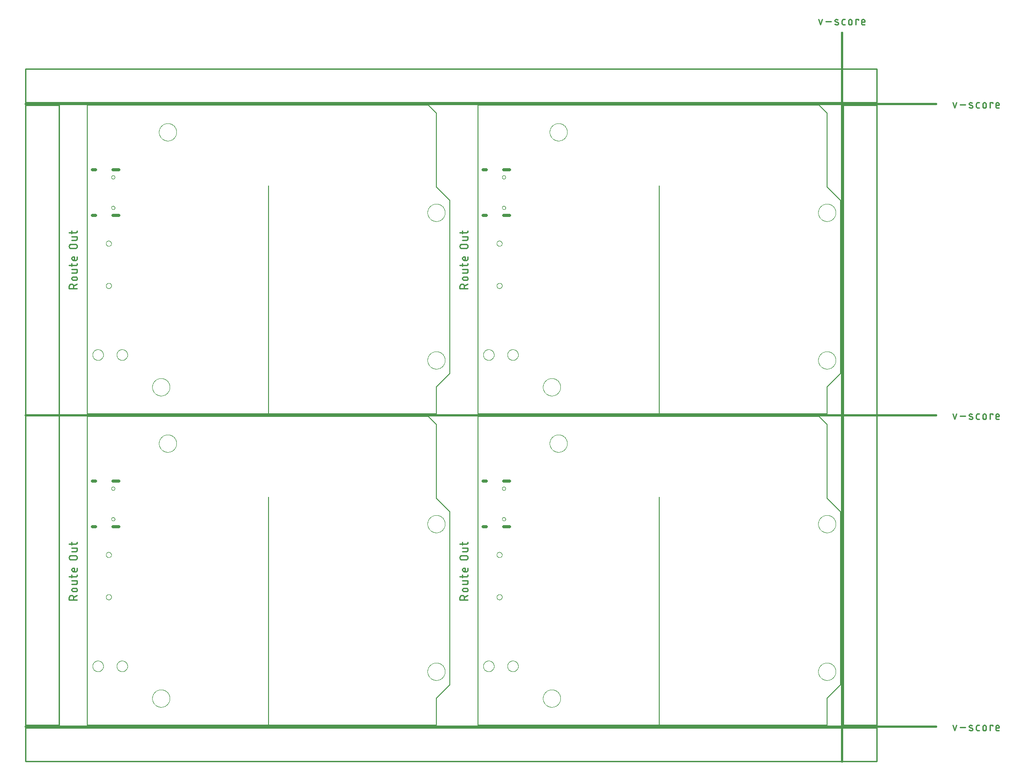
<source format=gko>
G04 EAGLE Gerber RS-274X export*
G75*
%MOMM*%
%FSLAX34Y34*%
%LPD*%
%IN*%
%IPPOS*%
%AMOC8*
5,1,8,0,0,1.08239X$1,22.5*%
G01*
%ADD10C,0.203200*%
%ADD11C,0.279400*%
%ADD12C,0.381000*%
%ADD13C,0.254000*%
%ADD14C,0.000000*%
%ADD15C,0.600000*%


D10*
X0Y584200D02*
X645160Y584200D01*
X660400Y568960D01*
X660400Y429260D02*
X685800Y403860D01*
X685800Y76200D01*
X660400Y50800D01*
X660400Y0D01*
X0Y0D01*
X0Y584200D01*
X660400Y568960D02*
X660400Y429260D01*
X342900Y0D02*
X0Y0D01*
X342900Y0D02*
X342900Y431800D01*
D11*
X-19177Y237604D02*
X-34163Y237604D01*
X-34163Y241767D01*
X-34161Y241895D01*
X-34155Y242023D01*
X-34145Y242151D01*
X-34131Y242279D01*
X-34114Y242406D01*
X-34092Y242532D01*
X-34067Y242658D01*
X-34037Y242782D01*
X-34004Y242906D01*
X-33967Y243029D01*
X-33926Y243151D01*
X-33882Y243271D01*
X-33834Y243390D01*
X-33782Y243507D01*
X-33727Y243623D01*
X-33668Y243736D01*
X-33605Y243849D01*
X-33539Y243959D01*
X-33470Y244066D01*
X-33398Y244172D01*
X-33322Y244276D01*
X-33243Y244377D01*
X-33161Y244476D01*
X-33076Y244572D01*
X-32989Y244665D01*
X-32898Y244756D01*
X-32805Y244843D01*
X-32709Y244928D01*
X-32610Y245010D01*
X-32509Y245089D01*
X-32405Y245165D01*
X-32299Y245237D01*
X-32192Y245306D01*
X-32081Y245372D01*
X-31969Y245435D01*
X-31856Y245494D01*
X-31740Y245549D01*
X-31623Y245601D01*
X-31504Y245649D01*
X-31384Y245693D01*
X-31262Y245734D01*
X-31139Y245771D01*
X-31015Y245804D01*
X-30891Y245834D01*
X-30765Y245859D01*
X-30639Y245881D01*
X-30512Y245898D01*
X-30384Y245912D01*
X-30256Y245922D01*
X-30128Y245928D01*
X-30000Y245930D01*
X-29872Y245928D01*
X-29744Y245922D01*
X-29616Y245912D01*
X-29488Y245898D01*
X-29361Y245881D01*
X-29235Y245859D01*
X-29109Y245834D01*
X-28985Y245804D01*
X-28861Y245771D01*
X-28738Y245734D01*
X-28616Y245693D01*
X-28496Y245649D01*
X-28377Y245601D01*
X-28260Y245549D01*
X-28144Y245494D01*
X-28031Y245435D01*
X-27919Y245372D01*
X-27808Y245306D01*
X-27701Y245237D01*
X-27595Y245165D01*
X-27491Y245089D01*
X-27390Y245010D01*
X-27291Y244928D01*
X-27195Y244843D01*
X-27102Y244756D01*
X-27011Y244665D01*
X-26924Y244572D01*
X-26839Y244476D01*
X-26757Y244377D01*
X-26678Y244276D01*
X-26602Y244172D01*
X-26530Y244066D01*
X-26461Y243959D01*
X-26395Y243849D01*
X-26332Y243736D01*
X-26273Y243623D01*
X-26218Y243507D01*
X-26166Y243390D01*
X-26118Y243271D01*
X-26074Y243151D01*
X-26033Y243029D01*
X-25996Y242906D01*
X-25963Y242782D01*
X-25933Y242658D01*
X-25908Y242532D01*
X-25886Y242406D01*
X-25869Y242279D01*
X-25855Y242151D01*
X-25845Y242023D01*
X-25839Y241895D01*
X-25837Y241767D01*
X-25837Y237604D01*
X-25837Y242599D02*
X-19177Y245929D01*
X-22507Y252888D02*
X-25837Y252888D01*
X-25951Y252890D01*
X-26064Y252896D01*
X-26178Y252905D01*
X-26290Y252919D01*
X-26403Y252936D01*
X-26515Y252958D01*
X-26625Y252983D01*
X-26735Y253011D01*
X-26844Y253044D01*
X-26952Y253080D01*
X-27059Y253120D01*
X-27164Y253164D01*
X-27267Y253211D01*
X-27369Y253261D01*
X-27469Y253315D01*
X-27567Y253373D01*
X-27663Y253434D01*
X-27757Y253497D01*
X-27849Y253565D01*
X-27939Y253635D01*
X-28025Y253708D01*
X-28110Y253784D01*
X-28192Y253863D01*
X-28271Y253945D01*
X-28347Y254030D01*
X-28420Y254116D01*
X-28490Y254206D01*
X-28558Y254298D01*
X-28621Y254392D01*
X-28682Y254488D01*
X-28740Y254586D01*
X-28794Y254686D01*
X-28844Y254788D01*
X-28891Y254891D01*
X-28935Y254996D01*
X-28975Y255103D01*
X-29011Y255211D01*
X-29044Y255320D01*
X-29072Y255430D01*
X-29097Y255540D01*
X-29119Y255652D01*
X-29136Y255765D01*
X-29150Y255877D01*
X-29159Y255991D01*
X-29165Y256104D01*
X-29167Y256218D01*
X-29165Y256332D01*
X-29159Y256445D01*
X-29150Y256559D01*
X-29136Y256671D01*
X-29119Y256784D01*
X-29097Y256896D01*
X-29072Y257006D01*
X-29044Y257116D01*
X-29011Y257225D01*
X-28975Y257333D01*
X-28935Y257440D01*
X-28891Y257545D01*
X-28844Y257648D01*
X-28794Y257750D01*
X-28740Y257850D01*
X-28682Y257948D01*
X-28621Y258044D01*
X-28558Y258138D01*
X-28490Y258230D01*
X-28420Y258320D01*
X-28347Y258406D01*
X-28271Y258491D01*
X-28192Y258573D01*
X-28110Y258652D01*
X-28025Y258728D01*
X-27939Y258801D01*
X-27849Y258871D01*
X-27757Y258939D01*
X-27663Y259002D01*
X-27567Y259063D01*
X-27469Y259121D01*
X-27369Y259175D01*
X-27267Y259225D01*
X-27164Y259272D01*
X-27059Y259316D01*
X-26952Y259356D01*
X-26844Y259392D01*
X-26735Y259425D01*
X-26625Y259453D01*
X-26515Y259478D01*
X-26403Y259500D01*
X-26290Y259517D01*
X-26178Y259531D01*
X-26064Y259540D01*
X-25951Y259546D01*
X-25837Y259548D01*
X-22507Y259548D01*
X-22393Y259546D01*
X-22280Y259540D01*
X-22166Y259531D01*
X-22054Y259517D01*
X-21941Y259500D01*
X-21829Y259478D01*
X-21719Y259453D01*
X-21609Y259425D01*
X-21500Y259392D01*
X-21392Y259356D01*
X-21285Y259316D01*
X-21180Y259272D01*
X-21077Y259225D01*
X-20975Y259175D01*
X-20875Y259121D01*
X-20777Y259063D01*
X-20681Y259002D01*
X-20587Y258939D01*
X-20495Y258871D01*
X-20405Y258801D01*
X-20319Y258728D01*
X-20234Y258652D01*
X-20152Y258573D01*
X-20073Y258491D01*
X-19997Y258406D01*
X-19924Y258320D01*
X-19854Y258230D01*
X-19786Y258138D01*
X-19723Y258044D01*
X-19662Y257948D01*
X-19604Y257850D01*
X-19550Y257750D01*
X-19500Y257648D01*
X-19453Y257545D01*
X-19409Y257440D01*
X-19369Y257333D01*
X-19333Y257225D01*
X-19300Y257116D01*
X-19272Y257006D01*
X-19247Y256896D01*
X-19225Y256784D01*
X-19208Y256671D01*
X-19194Y256559D01*
X-19185Y256445D01*
X-19179Y256332D01*
X-19177Y256218D01*
X-19179Y256104D01*
X-19185Y255991D01*
X-19194Y255877D01*
X-19208Y255765D01*
X-19225Y255652D01*
X-19247Y255540D01*
X-19272Y255430D01*
X-19300Y255320D01*
X-19333Y255211D01*
X-19369Y255103D01*
X-19409Y254996D01*
X-19453Y254891D01*
X-19500Y254788D01*
X-19550Y254686D01*
X-19604Y254586D01*
X-19662Y254488D01*
X-19723Y254392D01*
X-19786Y254298D01*
X-19854Y254206D01*
X-19924Y254116D01*
X-19997Y254030D01*
X-20073Y253945D01*
X-20152Y253863D01*
X-20234Y253784D01*
X-20319Y253708D01*
X-20405Y253635D01*
X-20495Y253565D01*
X-20587Y253497D01*
X-20681Y253434D01*
X-20777Y253373D01*
X-20875Y253315D01*
X-20975Y253261D01*
X-21077Y253211D01*
X-21180Y253164D01*
X-21285Y253120D01*
X-21392Y253080D01*
X-21500Y253044D01*
X-21609Y253011D01*
X-21719Y252983D01*
X-21829Y252958D01*
X-21941Y252936D01*
X-22054Y252919D01*
X-22166Y252905D01*
X-22280Y252896D01*
X-22393Y252890D01*
X-22507Y252888D01*
X-21675Y266956D02*
X-29168Y266956D01*
X-21675Y266955D02*
X-21577Y266957D01*
X-21479Y266963D01*
X-21381Y266972D01*
X-21284Y266986D01*
X-21188Y267003D01*
X-21092Y267024D01*
X-20997Y267049D01*
X-20903Y267077D01*
X-20810Y267109D01*
X-20719Y267145D01*
X-20629Y267184D01*
X-20541Y267227D01*
X-20454Y267274D01*
X-20370Y267323D01*
X-20287Y267376D01*
X-20207Y267432D01*
X-20129Y267491D01*
X-20053Y267554D01*
X-19979Y267619D01*
X-19909Y267687D01*
X-19841Y267757D01*
X-19776Y267831D01*
X-19713Y267907D01*
X-19654Y267985D01*
X-19598Y268065D01*
X-19545Y268148D01*
X-19496Y268232D01*
X-19449Y268319D01*
X-19406Y268407D01*
X-19367Y268497D01*
X-19331Y268588D01*
X-19299Y268681D01*
X-19271Y268775D01*
X-19246Y268870D01*
X-19225Y268966D01*
X-19208Y269062D01*
X-19194Y269159D01*
X-19185Y269257D01*
X-19179Y269355D01*
X-19177Y269453D01*
X-19177Y273616D01*
X-29168Y273616D01*
X-29168Y279597D02*
X-29168Y284592D01*
X-34163Y281262D02*
X-21675Y281262D01*
X-21577Y281264D01*
X-21479Y281270D01*
X-21381Y281279D01*
X-21284Y281293D01*
X-21188Y281310D01*
X-21092Y281331D01*
X-20997Y281356D01*
X-20903Y281384D01*
X-20810Y281416D01*
X-20719Y281452D01*
X-20629Y281491D01*
X-20541Y281534D01*
X-20454Y281581D01*
X-20370Y281630D01*
X-20287Y281683D01*
X-20207Y281739D01*
X-20129Y281798D01*
X-20053Y281861D01*
X-19979Y281926D01*
X-19909Y281994D01*
X-19841Y282064D01*
X-19776Y282138D01*
X-19713Y282214D01*
X-19654Y282292D01*
X-19598Y282372D01*
X-19545Y282455D01*
X-19496Y282539D01*
X-19449Y282626D01*
X-19406Y282714D01*
X-19367Y282804D01*
X-19331Y282895D01*
X-19299Y282988D01*
X-19271Y283082D01*
X-19246Y283177D01*
X-19225Y283273D01*
X-19208Y283369D01*
X-19194Y283466D01*
X-19185Y283564D01*
X-19179Y283662D01*
X-19177Y283760D01*
X-19177Y284592D01*
X-19177Y293421D02*
X-19177Y297584D01*
X-19177Y293421D02*
X-19179Y293323D01*
X-19185Y293225D01*
X-19194Y293127D01*
X-19208Y293030D01*
X-19225Y292934D01*
X-19246Y292838D01*
X-19271Y292743D01*
X-19299Y292649D01*
X-19331Y292556D01*
X-19367Y292465D01*
X-19406Y292375D01*
X-19449Y292287D01*
X-19496Y292200D01*
X-19545Y292116D01*
X-19598Y292033D01*
X-19654Y291953D01*
X-19713Y291875D01*
X-19776Y291799D01*
X-19841Y291725D01*
X-19909Y291655D01*
X-19979Y291587D01*
X-20053Y291522D01*
X-20129Y291459D01*
X-20207Y291400D01*
X-20287Y291344D01*
X-20370Y291291D01*
X-20454Y291242D01*
X-20541Y291195D01*
X-20629Y291152D01*
X-20719Y291113D01*
X-20810Y291077D01*
X-20903Y291045D01*
X-20997Y291017D01*
X-21092Y290992D01*
X-21188Y290971D01*
X-21284Y290954D01*
X-21381Y290940D01*
X-21479Y290931D01*
X-21577Y290925D01*
X-21675Y290923D01*
X-21675Y290924D02*
X-25837Y290924D01*
X-25951Y290926D01*
X-26064Y290932D01*
X-26178Y290941D01*
X-26290Y290955D01*
X-26403Y290972D01*
X-26515Y290994D01*
X-26625Y291019D01*
X-26735Y291047D01*
X-26844Y291080D01*
X-26952Y291116D01*
X-27059Y291156D01*
X-27164Y291200D01*
X-27267Y291247D01*
X-27369Y291297D01*
X-27469Y291351D01*
X-27567Y291409D01*
X-27663Y291470D01*
X-27757Y291533D01*
X-27849Y291601D01*
X-27939Y291671D01*
X-28025Y291744D01*
X-28110Y291820D01*
X-28192Y291899D01*
X-28271Y291981D01*
X-28347Y292066D01*
X-28420Y292152D01*
X-28490Y292242D01*
X-28558Y292334D01*
X-28621Y292428D01*
X-28682Y292524D01*
X-28740Y292622D01*
X-28794Y292722D01*
X-28844Y292824D01*
X-28891Y292927D01*
X-28935Y293032D01*
X-28975Y293139D01*
X-29011Y293247D01*
X-29044Y293356D01*
X-29072Y293466D01*
X-29097Y293576D01*
X-29119Y293688D01*
X-29136Y293801D01*
X-29150Y293913D01*
X-29159Y294027D01*
X-29165Y294140D01*
X-29167Y294254D01*
X-29165Y294368D01*
X-29159Y294481D01*
X-29150Y294595D01*
X-29136Y294707D01*
X-29119Y294820D01*
X-29097Y294932D01*
X-29072Y295042D01*
X-29044Y295152D01*
X-29011Y295261D01*
X-28975Y295369D01*
X-28935Y295476D01*
X-28891Y295581D01*
X-28844Y295684D01*
X-28794Y295786D01*
X-28740Y295886D01*
X-28682Y295984D01*
X-28621Y296080D01*
X-28558Y296174D01*
X-28490Y296266D01*
X-28420Y296356D01*
X-28347Y296442D01*
X-28271Y296527D01*
X-28192Y296609D01*
X-28110Y296688D01*
X-28025Y296764D01*
X-27939Y296837D01*
X-27849Y296907D01*
X-27757Y296975D01*
X-27663Y297038D01*
X-27567Y297099D01*
X-27469Y297157D01*
X-27369Y297211D01*
X-27267Y297261D01*
X-27164Y297308D01*
X-27059Y297352D01*
X-26952Y297392D01*
X-26844Y297428D01*
X-26735Y297461D01*
X-26625Y297489D01*
X-26515Y297514D01*
X-26403Y297536D01*
X-26290Y297553D01*
X-26178Y297567D01*
X-26064Y297576D01*
X-25951Y297582D01*
X-25837Y297584D01*
X-24172Y297584D01*
X-24172Y290924D01*
X-23340Y313017D02*
X-30000Y313017D01*
X-30128Y313019D01*
X-30256Y313025D01*
X-30384Y313035D01*
X-30512Y313049D01*
X-30639Y313066D01*
X-30765Y313088D01*
X-30891Y313113D01*
X-31015Y313143D01*
X-31139Y313176D01*
X-31262Y313213D01*
X-31384Y313254D01*
X-31504Y313298D01*
X-31623Y313346D01*
X-31740Y313398D01*
X-31856Y313453D01*
X-31969Y313512D01*
X-32082Y313575D01*
X-32192Y313641D01*
X-32299Y313710D01*
X-32405Y313782D01*
X-32509Y313858D01*
X-32610Y313937D01*
X-32709Y314019D01*
X-32805Y314104D01*
X-32898Y314191D01*
X-32989Y314282D01*
X-33076Y314375D01*
X-33161Y314471D01*
X-33243Y314570D01*
X-33322Y314671D01*
X-33398Y314775D01*
X-33470Y314881D01*
X-33539Y314988D01*
X-33605Y315099D01*
X-33668Y315211D01*
X-33727Y315324D01*
X-33782Y315440D01*
X-33834Y315557D01*
X-33882Y315676D01*
X-33926Y315796D01*
X-33967Y315918D01*
X-34004Y316041D01*
X-34037Y316165D01*
X-34067Y316289D01*
X-34092Y316415D01*
X-34114Y316541D01*
X-34131Y316668D01*
X-34145Y316796D01*
X-34155Y316924D01*
X-34161Y317052D01*
X-34163Y317180D01*
X-34161Y317308D01*
X-34155Y317436D01*
X-34145Y317564D01*
X-34131Y317692D01*
X-34114Y317819D01*
X-34092Y317945D01*
X-34067Y318071D01*
X-34037Y318195D01*
X-34004Y318319D01*
X-33967Y318442D01*
X-33926Y318564D01*
X-33882Y318684D01*
X-33834Y318803D01*
X-33782Y318920D01*
X-33727Y319036D01*
X-33668Y319149D01*
X-33605Y319262D01*
X-33539Y319372D01*
X-33470Y319479D01*
X-33398Y319585D01*
X-33322Y319689D01*
X-33243Y319790D01*
X-33161Y319889D01*
X-33076Y319985D01*
X-32989Y320078D01*
X-32898Y320169D01*
X-32805Y320256D01*
X-32709Y320341D01*
X-32610Y320423D01*
X-32509Y320502D01*
X-32405Y320578D01*
X-32299Y320650D01*
X-32192Y320719D01*
X-32081Y320785D01*
X-31969Y320848D01*
X-31856Y320907D01*
X-31740Y320962D01*
X-31623Y321014D01*
X-31504Y321062D01*
X-31384Y321106D01*
X-31262Y321147D01*
X-31139Y321184D01*
X-31015Y321217D01*
X-30891Y321247D01*
X-30765Y321272D01*
X-30639Y321294D01*
X-30512Y321311D01*
X-30384Y321325D01*
X-30256Y321335D01*
X-30128Y321341D01*
X-30000Y321343D01*
X-30000Y321342D02*
X-23340Y321342D01*
X-23340Y321343D02*
X-23212Y321341D01*
X-23084Y321335D01*
X-22956Y321325D01*
X-22828Y321311D01*
X-22701Y321294D01*
X-22575Y321272D01*
X-22449Y321247D01*
X-22325Y321217D01*
X-22201Y321184D01*
X-22078Y321147D01*
X-21956Y321106D01*
X-21836Y321062D01*
X-21717Y321014D01*
X-21600Y320962D01*
X-21484Y320907D01*
X-21371Y320848D01*
X-21258Y320785D01*
X-21148Y320719D01*
X-21041Y320650D01*
X-20935Y320578D01*
X-20831Y320502D01*
X-20730Y320423D01*
X-20631Y320341D01*
X-20535Y320256D01*
X-20442Y320169D01*
X-20351Y320078D01*
X-20264Y319985D01*
X-20179Y319889D01*
X-20097Y319790D01*
X-20018Y319689D01*
X-19942Y319585D01*
X-19870Y319479D01*
X-19801Y319372D01*
X-19735Y319262D01*
X-19672Y319149D01*
X-19613Y319036D01*
X-19558Y318920D01*
X-19506Y318803D01*
X-19458Y318684D01*
X-19414Y318564D01*
X-19373Y318442D01*
X-19336Y318319D01*
X-19303Y318195D01*
X-19273Y318071D01*
X-19248Y317945D01*
X-19226Y317819D01*
X-19209Y317692D01*
X-19195Y317564D01*
X-19185Y317436D01*
X-19179Y317308D01*
X-19177Y317180D01*
X-19179Y317052D01*
X-19185Y316924D01*
X-19195Y316796D01*
X-19209Y316668D01*
X-19226Y316541D01*
X-19248Y316415D01*
X-19273Y316289D01*
X-19303Y316165D01*
X-19336Y316041D01*
X-19373Y315918D01*
X-19414Y315796D01*
X-19458Y315676D01*
X-19506Y315557D01*
X-19558Y315440D01*
X-19613Y315324D01*
X-19672Y315211D01*
X-19735Y315099D01*
X-19801Y314988D01*
X-19870Y314881D01*
X-19942Y314775D01*
X-20018Y314671D01*
X-20097Y314570D01*
X-20179Y314471D01*
X-20264Y314375D01*
X-20351Y314282D01*
X-20442Y314191D01*
X-20535Y314104D01*
X-20631Y314019D01*
X-20730Y313937D01*
X-20831Y313858D01*
X-20935Y313782D01*
X-21041Y313710D01*
X-21148Y313641D01*
X-21259Y313575D01*
X-21371Y313512D01*
X-21484Y313453D01*
X-21600Y313398D01*
X-21717Y313346D01*
X-21836Y313298D01*
X-21956Y313254D01*
X-22078Y313213D01*
X-22201Y313176D01*
X-22325Y313143D01*
X-22449Y313113D01*
X-22575Y313088D01*
X-22701Y313066D01*
X-22828Y313049D01*
X-22956Y313035D01*
X-23084Y313025D01*
X-23212Y313019D01*
X-23340Y313017D01*
X-21675Y328959D02*
X-29168Y328959D01*
X-21675Y328959D02*
X-21577Y328961D01*
X-21479Y328967D01*
X-21381Y328976D01*
X-21284Y328990D01*
X-21188Y329007D01*
X-21092Y329028D01*
X-20997Y329053D01*
X-20903Y329081D01*
X-20810Y329113D01*
X-20719Y329149D01*
X-20629Y329188D01*
X-20541Y329231D01*
X-20454Y329278D01*
X-20370Y329327D01*
X-20287Y329380D01*
X-20207Y329436D01*
X-20129Y329495D01*
X-20053Y329558D01*
X-19979Y329623D01*
X-19909Y329691D01*
X-19841Y329761D01*
X-19776Y329835D01*
X-19713Y329911D01*
X-19654Y329989D01*
X-19598Y330069D01*
X-19545Y330152D01*
X-19496Y330236D01*
X-19449Y330323D01*
X-19406Y330411D01*
X-19367Y330501D01*
X-19331Y330592D01*
X-19299Y330685D01*
X-19271Y330779D01*
X-19246Y330874D01*
X-19225Y330970D01*
X-19208Y331066D01*
X-19194Y331163D01*
X-19185Y331261D01*
X-19179Y331359D01*
X-19177Y331457D01*
X-19177Y335620D01*
X-29168Y335620D01*
X-29168Y341601D02*
X-29168Y346596D01*
X-34163Y343266D02*
X-21675Y343266D01*
X-21577Y343268D01*
X-21479Y343274D01*
X-21381Y343283D01*
X-21284Y343297D01*
X-21188Y343314D01*
X-21092Y343335D01*
X-20997Y343360D01*
X-20903Y343388D01*
X-20810Y343420D01*
X-20719Y343456D01*
X-20629Y343495D01*
X-20541Y343538D01*
X-20454Y343585D01*
X-20370Y343634D01*
X-20287Y343687D01*
X-20207Y343743D01*
X-20129Y343802D01*
X-20053Y343865D01*
X-19979Y343930D01*
X-19909Y343998D01*
X-19841Y344068D01*
X-19776Y344142D01*
X-19713Y344218D01*
X-19654Y344296D01*
X-19598Y344376D01*
X-19545Y344459D01*
X-19496Y344543D01*
X-19449Y344630D01*
X-19406Y344718D01*
X-19367Y344808D01*
X-19331Y344899D01*
X-19299Y344992D01*
X-19271Y345086D01*
X-19246Y345181D01*
X-19225Y345277D01*
X-19208Y345373D01*
X-19194Y345470D01*
X-19185Y345568D01*
X-19179Y345666D01*
X-19177Y345764D01*
X-19177Y346596D01*
D10*
X739140Y584200D02*
X1384300Y584200D01*
X1399540Y568960D01*
X1399540Y429260D02*
X1424940Y403860D01*
X1424940Y76200D01*
X1399540Y50800D01*
X1399540Y0D01*
X739140Y0D01*
X739140Y584200D01*
X1399540Y568960D02*
X1399540Y429260D01*
X1082040Y0D02*
X739140Y0D01*
X1082040Y0D02*
X1082040Y431800D01*
D11*
X719963Y237604D02*
X704977Y237604D01*
X704977Y241767D01*
X704979Y241895D01*
X704985Y242023D01*
X704995Y242151D01*
X705009Y242279D01*
X705026Y242406D01*
X705048Y242532D01*
X705073Y242658D01*
X705103Y242782D01*
X705136Y242906D01*
X705173Y243029D01*
X705214Y243151D01*
X705258Y243271D01*
X705306Y243390D01*
X705358Y243507D01*
X705413Y243623D01*
X705472Y243736D01*
X705535Y243849D01*
X705601Y243959D01*
X705670Y244066D01*
X705742Y244172D01*
X705818Y244276D01*
X705897Y244377D01*
X705979Y244476D01*
X706064Y244572D01*
X706151Y244665D01*
X706242Y244756D01*
X706335Y244843D01*
X706431Y244928D01*
X706530Y245010D01*
X706631Y245089D01*
X706735Y245165D01*
X706841Y245237D01*
X706948Y245306D01*
X707059Y245372D01*
X707171Y245435D01*
X707284Y245494D01*
X707400Y245549D01*
X707517Y245601D01*
X707636Y245649D01*
X707756Y245693D01*
X707878Y245734D01*
X708001Y245771D01*
X708125Y245804D01*
X708249Y245834D01*
X708375Y245859D01*
X708501Y245881D01*
X708628Y245898D01*
X708756Y245912D01*
X708884Y245922D01*
X709012Y245928D01*
X709140Y245930D01*
X709268Y245928D01*
X709396Y245922D01*
X709524Y245912D01*
X709652Y245898D01*
X709779Y245881D01*
X709905Y245859D01*
X710031Y245834D01*
X710155Y245804D01*
X710279Y245771D01*
X710402Y245734D01*
X710524Y245693D01*
X710644Y245649D01*
X710763Y245601D01*
X710880Y245549D01*
X710996Y245494D01*
X711109Y245435D01*
X711222Y245372D01*
X711332Y245306D01*
X711439Y245237D01*
X711545Y245165D01*
X711649Y245089D01*
X711750Y245010D01*
X711849Y244928D01*
X711945Y244843D01*
X712038Y244756D01*
X712129Y244665D01*
X712216Y244572D01*
X712301Y244476D01*
X712383Y244377D01*
X712462Y244276D01*
X712538Y244172D01*
X712610Y244066D01*
X712679Y243959D01*
X712745Y243849D01*
X712808Y243736D01*
X712867Y243623D01*
X712922Y243507D01*
X712974Y243390D01*
X713022Y243271D01*
X713066Y243151D01*
X713107Y243029D01*
X713144Y242906D01*
X713177Y242782D01*
X713207Y242658D01*
X713232Y242532D01*
X713254Y242406D01*
X713271Y242279D01*
X713285Y242151D01*
X713295Y242023D01*
X713301Y241895D01*
X713303Y241767D01*
X713303Y237604D01*
X713303Y242599D02*
X719963Y245929D01*
X716633Y252888D02*
X713303Y252888D01*
X713189Y252890D01*
X713076Y252896D01*
X712962Y252905D01*
X712850Y252919D01*
X712737Y252936D01*
X712625Y252958D01*
X712515Y252983D01*
X712405Y253011D01*
X712296Y253044D01*
X712188Y253080D01*
X712081Y253120D01*
X711976Y253164D01*
X711873Y253211D01*
X711771Y253261D01*
X711671Y253315D01*
X711573Y253373D01*
X711477Y253434D01*
X711383Y253497D01*
X711291Y253565D01*
X711201Y253635D01*
X711115Y253708D01*
X711030Y253784D01*
X710948Y253863D01*
X710869Y253945D01*
X710793Y254030D01*
X710720Y254116D01*
X710650Y254206D01*
X710582Y254298D01*
X710519Y254392D01*
X710458Y254488D01*
X710400Y254586D01*
X710346Y254686D01*
X710296Y254788D01*
X710249Y254891D01*
X710205Y254996D01*
X710165Y255103D01*
X710129Y255211D01*
X710096Y255320D01*
X710068Y255430D01*
X710043Y255540D01*
X710021Y255652D01*
X710004Y255765D01*
X709990Y255877D01*
X709981Y255991D01*
X709975Y256104D01*
X709973Y256218D01*
X709975Y256332D01*
X709981Y256445D01*
X709990Y256559D01*
X710004Y256671D01*
X710021Y256784D01*
X710043Y256896D01*
X710068Y257006D01*
X710096Y257116D01*
X710129Y257225D01*
X710165Y257333D01*
X710205Y257440D01*
X710249Y257545D01*
X710296Y257648D01*
X710346Y257750D01*
X710400Y257850D01*
X710458Y257948D01*
X710519Y258044D01*
X710582Y258138D01*
X710650Y258230D01*
X710720Y258320D01*
X710793Y258406D01*
X710869Y258491D01*
X710948Y258573D01*
X711030Y258652D01*
X711115Y258728D01*
X711201Y258801D01*
X711291Y258871D01*
X711383Y258939D01*
X711477Y259002D01*
X711573Y259063D01*
X711671Y259121D01*
X711771Y259175D01*
X711873Y259225D01*
X711976Y259272D01*
X712081Y259316D01*
X712188Y259356D01*
X712296Y259392D01*
X712405Y259425D01*
X712515Y259453D01*
X712625Y259478D01*
X712737Y259500D01*
X712850Y259517D01*
X712962Y259531D01*
X713076Y259540D01*
X713189Y259546D01*
X713303Y259548D01*
X716633Y259548D01*
X716747Y259546D01*
X716860Y259540D01*
X716974Y259531D01*
X717086Y259517D01*
X717199Y259500D01*
X717311Y259478D01*
X717421Y259453D01*
X717531Y259425D01*
X717640Y259392D01*
X717748Y259356D01*
X717855Y259316D01*
X717960Y259272D01*
X718063Y259225D01*
X718165Y259175D01*
X718265Y259121D01*
X718363Y259063D01*
X718459Y259002D01*
X718553Y258939D01*
X718645Y258871D01*
X718735Y258801D01*
X718821Y258728D01*
X718906Y258652D01*
X718988Y258573D01*
X719067Y258491D01*
X719143Y258406D01*
X719216Y258320D01*
X719286Y258230D01*
X719354Y258138D01*
X719417Y258044D01*
X719478Y257948D01*
X719536Y257850D01*
X719590Y257750D01*
X719640Y257648D01*
X719687Y257545D01*
X719731Y257440D01*
X719771Y257333D01*
X719807Y257225D01*
X719840Y257116D01*
X719868Y257006D01*
X719893Y256896D01*
X719915Y256784D01*
X719932Y256671D01*
X719946Y256559D01*
X719955Y256445D01*
X719961Y256332D01*
X719963Y256218D01*
X719961Y256104D01*
X719955Y255991D01*
X719946Y255877D01*
X719932Y255765D01*
X719915Y255652D01*
X719893Y255540D01*
X719868Y255430D01*
X719840Y255320D01*
X719807Y255211D01*
X719771Y255103D01*
X719731Y254996D01*
X719687Y254891D01*
X719640Y254788D01*
X719590Y254686D01*
X719536Y254586D01*
X719478Y254488D01*
X719417Y254392D01*
X719354Y254298D01*
X719286Y254206D01*
X719216Y254116D01*
X719143Y254030D01*
X719067Y253945D01*
X718988Y253863D01*
X718906Y253784D01*
X718821Y253708D01*
X718735Y253635D01*
X718645Y253565D01*
X718553Y253497D01*
X718459Y253434D01*
X718363Y253373D01*
X718265Y253315D01*
X718165Y253261D01*
X718063Y253211D01*
X717960Y253164D01*
X717855Y253120D01*
X717748Y253080D01*
X717640Y253044D01*
X717531Y253011D01*
X717421Y252983D01*
X717311Y252958D01*
X717199Y252936D01*
X717086Y252919D01*
X716974Y252905D01*
X716860Y252896D01*
X716747Y252890D01*
X716633Y252888D01*
X717465Y266956D02*
X709972Y266956D01*
X717465Y266955D02*
X717563Y266957D01*
X717661Y266963D01*
X717759Y266972D01*
X717856Y266986D01*
X717952Y267003D01*
X718048Y267024D01*
X718143Y267049D01*
X718237Y267077D01*
X718330Y267109D01*
X718421Y267145D01*
X718511Y267184D01*
X718599Y267227D01*
X718686Y267274D01*
X718770Y267323D01*
X718853Y267376D01*
X718933Y267432D01*
X719012Y267491D01*
X719087Y267554D01*
X719161Y267619D01*
X719231Y267687D01*
X719299Y267757D01*
X719365Y267831D01*
X719427Y267907D01*
X719486Y267985D01*
X719542Y268065D01*
X719595Y268148D01*
X719645Y268232D01*
X719691Y268319D01*
X719734Y268407D01*
X719773Y268497D01*
X719809Y268588D01*
X719841Y268681D01*
X719869Y268775D01*
X719894Y268870D01*
X719915Y268966D01*
X719932Y269062D01*
X719946Y269159D01*
X719955Y269257D01*
X719961Y269355D01*
X719963Y269453D01*
X719963Y273616D01*
X709972Y273616D01*
X709972Y279597D02*
X709972Y284592D01*
X704977Y281262D02*
X717465Y281262D01*
X717563Y281264D01*
X717661Y281270D01*
X717759Y281279D01*
X717856Y281293D01*
X717952Y281310D01*
X718048Y281331D01*
X718143Y281356D01*
X718237Y281384D01*
X718330Y281416D01*
X718421Y281452D01*
X718511Y281491D01*
X718599Y281534D01*
X718686Y281581D01*
X718770Y281630D01*
X718853Y281683D01*
X718933Y281739D01*
X719012Y281798D01*
X719087Y281861D01*
X719161Y281926D01*
X719231Y281994D01*
X719299Y282064D01*
X719365Y282138D01*
X719427Y282214D01*
X719486Y282292D01*
X719542Y282372D01*
X719595Y282455D01*
X719645Y282539D01*
X719691Y282626D01*
X719734Y282714D01*
X719773Y282804D01*
X719809Y282895D01*
X719841Y282988D01*
X719869Y283082D01*
X719894Y283177D01*
X719915Y283273D01*
X719932Y283369D01*
X719946Y283466D01*
X719955Y283564D01*
X719961Y283662D01*
X719963Y283760D01*
X719963Y284592D01*
X719963Y293421D02*
X719963Y297584D01*
X719963Y293421D02*
X719961Y293323D01*
X719955Y293225D01*
X719946Y293127D01*
X719932Y293030D01*
X719915Y292934D01*
X719894Y292838D01*
X719869Y292743D01*
X719841Y292649D01*
X719809Y292556D01*
X719773Y292465D01*
X719734Y292375D01*
X719691Y292287D01*
X719644Y292200D01*
X719595Y292116D01*
X719542Y292033D01*
X719486Y291953D01*
X719427Y291875D01*
X719365Y291799D01*
X719299Y291725D01*
X719231Y291655D01*
X719161Y291587D01*
X719087Y291522D01*
X719012Y291459D01*
X718933Y291400D01*
X718853Y291344D01*
X718770Y291291D01*
X718686Y291242D01*
X718599Y291195D01*
X718511Y291152D01*
X718421Y291113D01*
X718330Y291077D01*
X718237Y291045D01*
X718143Y291017D01*
X718048Y290992D01*
X717952Y290971D01*
X717856Y290954D01*
X717759Y290940D01*
X717661Y290931D01*
X717563Y290925D01*
X717465Y290923D01*
X717465Y290924D02*
X713303Y290924D01*
X713189Y290926D01*
X713076Y290932D01*
X712962Y290941D01*
X712850Y290955D01*
X712737Y290972D01*
X712625Y290994D01*
X712515Y291019D01*
X712405Y291047D01*
X712296Y291080D01*
X712188Y291116D01*
X712081Y291156D01*
X711976Y291200D01*
X711873Y291247D01*
X711771Y291297D01*
X711671Y291351D01*
X711573Y291409D01*
X711477Y291470D01*
X711383Y291533D01*
X711291Y291601D01*
X711201Y291671D01*
X711115Y291744D01*
X711030Y291820D01*
X710948Y291899D01*
X710869Y291981D01*
X710793Y292066D01*
X710720Y292152D01*
X710650Y292242D01*
X710582Y292334D01*
X710519Y292428D01*
X710458Y292524D01*
X710400Y292622D01*
X710346Y292722D01*
X710296Y292824D01*
X710249Y292927D01*
X710205Y293032D01*
X710165Y293139D01*
X710129Y293247D01*
X710096Y293356D01*
X710068Y293466D01*
X710043Y293576D01*
X710021Y293688D01*
X710004Y293801D01*
X709990Y293913D01*
X709981Y294027D01*
X709975Y294140D01*
X709973Y294254D01*
X709975Y294368D01*
X709981Y294481D01*
X709990Y294595D01*
X710004Y294707D01*
X710021Y294820D01*
X710043Y294932D01*
X710068Y295042D01*
X710096Y295152D01*
X710129Y295261D01*
X710165Y295369D01*
X710205Y295476D01*
X710249Y295581D01*
X710296Y295684D01*
X710346Y295786D01*
X710400Y295886D01*
X710458Y295984D01*
X710519Y296080D01*
X710582Y296174D01*
X710650Y296266D01*
X710720Y296356D01*
X710793Y296442D01*
X710869Y296527D01*
X710948Y296609D01*
X711030Y296688D01*
X711115Y296764D01*
X711201Y296837D01*
X711291Y296907D01*
X711383Y296975D01*
X711477Y297038D01*
X711573Y297099D01*
X711671Y297157D01*
X711771Y297211D01*
X711873Y297261D01*
X711976Y297308D01*
X712081Y297352D01*
X712188Y297392D01*
X712296Y297428D01*
X712405Y297461D01*
X712515Y297489D01*
X712625Y297514D01*
X712737Y297536D01*
X712850Y297553D01*
X712962Y297567D01*
X713076Y297576D01*
X713189Y297582D01*
X713303Y297584D01*
X714968Y297584D01*
X714968Y290924D01*
X715800Y313017D02*
X709140Y313017D01*
X709012Y313019D01*
X708884Y313025D01*
X708756Y313035D01*
X708628Y313049D01*
X708501Y313066D01*
X708375Y313088D01*
X708249Y313113D01*
X708125Y313143D01*
X708001Y313176D01*
X707878Y313213D01*
X707756Y313254D01*
X707636Y313298D01*
X707517Y313346D01*
X707400Y313398D01*
X707284Y313453D01*
X707171Y313512D01*
X707059Y313575D01*
X706948Y313641D01*
X706841Y313710D01*
X706735Y313782D01*
X706631Y313858D01*
X706530Y313937D01*
X706431Y314019D01*
X706335Y314104D01*
X706242Y314191D01*
X706151Y314282D01*
X706064Y314375D01*
X705979Y314471D01*
X705897Y314570D01*
X705818Y314671D01*
X705742Y314775D01*
X705670Y314881D01*
X705601Y314988D01*
X705535Y315099D01*
X705472Y315211D01*
X705413Y315324D01*
X705358Y315440D01*
X705306Y315557D01*
X705258Y315676D01*
X705214Y315796D01*
X705173Y315918D01*
X705136Y316041D01*
X705103Y316165D01*
X705073Y316289D01*
X705048Y316415D01*
X705026Y316541D01*
X705009Y316668D01*
X704995Y316796D01*
X704985Y316924D01*
X704979Y317052D01*
X704977Y317180D01*
X704979Y317308D01*
X704985Y317436D01*
X704995Y317564D01*
X705009Y317692D01*
X705026Y317819D01*
X705048Y317945D01*
X705073Y318071D01*
X705103Y318195D01*
X705136Y318319D01*
X705173Y318442D01*
X705214Y318564D01*
X705258Y318684D01*
X705306Y318803D01*
X705358Y318920D01*
X705413Y319036D01*
X705472Y319149D01*
X705535Y319262D01*
X705601Y319372D01*
X705670Y319479D01*
X705742Y319585D01*
X705818Y319689D01*
X705897Y319790D01*
X705979Y319889D01*
X706064Y319985D01*
X706151Y320078D01*
X706242Y320169D01*
X706335Y320256D01*
X706431Y320341D01*
X706530Y320423D01*
X706631Y320502D01*
X706735Y320578D01*
X706841Y320650D01*
X706948Y320719D01*
X707059Y320785D01*
X707171Y320848D01*
X707284Y320907D01*
X707400Y320962D01*
X707517Y321014D01*
X707636Y321062D01*
X707756Y321106D01*
X707878Y321147D01*
X708001Y321184D01*
X708125Y321217D01*
X708249Y321247D01*
X708375Y321272D01*
X708501Y321294D01*
X708628Y321311D01*
X708756Y321325D01*
X708884Y321335D01*
X709012Y321341D01*
X709140Y321343D01*
X709140Y321342D02*
X715800Y321342D01*
X715800Y321343D02*
X715928Y321341D01*
X716056Y321335D01*
X716184Y321325D01*
X716312Y321311D01*
X716439Y321294D01*
X716565Y321272D01*
X716691Y321247D01*
X716815Y321217D01*
X716939Y321184D01*
X717062Y321147D01*
X717184Y321106D01*
X717304Y321062D01*
X717423Y321014D01*
X717540Y320962D01*
X717656Y320907D01*
X717769Y320848D01*
X717882Y320785D01*
X717992Y320719D01*
X718099Y320650D01*
X718205Y320578D01*
X718309Y320502D01*
X718410Y320423D01*
X718509Y320341D01*
X718605Y320256D01*
X718698Y320169D01*
X718789Y320078D01*
X718876Y319985D01*
X718961Y319889D01*
X719043Y319790D01*
X719122Y319689D01*
X719198Y319585D01*
X719270Y319479D01*
X719339Y319372D01*
X719405Y319262D01*
X719468Y319149D01*
X719527Y319036D01*
X719582Y318920D01*
X719634Y318803D01*
X719682Y318684D01*
X719726Y318564D01*
X719767Y318442D01*
X719804Y318319D01*
X719837Y318195D01*
X719867Y318071D01*
X719892Y317945D01*
X719914Y317819D01*
X719931Y317692D01*
X719945Y317564D01*
X719955Y317436D01*
X719961Y317308D01*
X719963Y317180D01*
X719961Y317052D01*
X719955Y316924D01*
X719945Y316796D01*
X719931Y316668D01*
X719914Y316541D01*
X719892Y316415D01*
X719867Y316289D01*
X719837Y316165D01*
X719804Y316041D01*
X719767Y315918D01*
X719726Y315796D01*
X719682Y315676D01*
X719634Y315557D01*
X719582Y315440D01*
X719527Y315324D01*
X719468Y315211D01*
X719405Y315099D01*
X719339Y314988D01*
X719270Y314881D01*
X719198Y314775D01*
X719122Y314671D01*
X719043Y314570D01*
X718961Y314471D01*
X718876Y314375D01*
X718789Y314282D01*
X718698Y314191D01*
X718605Y314104D01*
X718509Y314019D01*
X718410Y313937D01*
X718309Y313858D01*
X718205Y313782D01*
X718099Y313710D01*
X717992Y313641D01*
X717882Y313575D01*
X717769Y313512D01*
X717656Y313453D01*
X717540Y313398D01*
X717423Y313346D01*
X717304Y313298D01*
X717184Y313254D01*
X717062Y313213D01*
X716939Y313176D01*
X716815Y313143D01*
X716691Y313113D01*
X716565Y313088D01*
X716439Y313066D01*
X716312Y313049D01*
X716184Y313035D01*
X716056Y313025D01*
X715928Y313019D01*
X715800Y313017D01*
X717465Y328959D02*
X709972Y328959D01*
X717465Y328959D02*
X717563Y328961D01*
X717661Y328967D01*
X717759Y328976D01*
X717856Y328990D01*
X717952Y329007D01*
X718048Y329028D01*
X718143Y329053D01*
X718237Y329081D01*
X718330Y329113D01*
X718421Y329149D01*
X718511Y329188D01*
X718599Y329231D01*
X718686Y329278D01*
X718770Y329327D01*
X718853Y329380D01*
X718933Y329436D01*
X719012Y329495D01*
X719087Y329558D01*
X719161Y329623D01*
X719231Y329691D01*
X719299Y329761D01*
X719365Y329835D01*
X719427Y329911D01*
X719486Y329989D01*
X719542Y330069D01*
X719595Y330152D01*
X719645Y330236D01*
X719691Y330323D01*
X719734Y330411D01*
X719773Y330501D01*
X719809Y330592D01*
X719841Y330685D01*
X719869Y330779D01*
X719894Y330874D01*
X719915Y330970D01*
X719932Y331066D01*
X719946Y331163D01*
X719955Y331261D01*
X719961Y331359D01*
X719963Y331457D01*
X719963Y335620D01*
X709972Y335620D01*
X709972Y341601D02*
X709972Y346596D01*
X704977Y343266D02*
X717465Y343266D01*
X717465Y343265D02*
X717563Y343267D01*
X717661Y343273D01*
X717759Y343282D01*
X717856Y343296D01*
X717952Y343313D01*
X718048Y343334D01*
X718143Y343359D01*
X718237Y343387D01*
X718330Y343419D01*
X718421Y343455D01*
X718511Y343494D01*
X718599Y343537D01*
X718686Y343584D01*
X718770Y343633D01*
X718853Y343686D01*
X718933Y343742D01*
X719012Y343801D01*
X719087Y343864D01*
X719161Y343929D01*
X719231Y343997D01*
X719299Y344067D01*
X719365Y344141D01*
X719427Y344217D01*
X719486Y344295D01*
X719542Y344375D01*
X719595Y344458D01*
X719645Y344542D01*
X719691Y344629D01*
X719734Y344717D01*
X719773Y344807D01*
X719809Y344898D01*
X719841Y344991D01*
X719869Y345085D01*
X719894Y345180D01*
X719915Y345276D01*
X719932Y345372D01*
X719946Y345469D01*
X719955Y345567D01*
X719961Y345665D01*
X719963Y345763D01*
X719963Y345764D02*
X719963Y346596D01*
D10*
X645160Y1173480D02*
X0Y1173480D01*
X645160Y1173480D02*
X660400Y1158240D01*
X660400Y1018540D02*
X685800Y993140D01*
X685800Y665480D01*
X660400Y640080D01*
X660400Y589280D01*
X0Y589280D01*
X0Y1173480D01*
X660400Y1158240D02*
X660400Y1018540D01*
X342900Y589280D02*
X0Y589280D01*
X342900Y589280D02*
X342900Y1021080D01*
D11*
X-19177Y826884D02*
X-34163Y826884D01*
X-34163Y831047D01*
X-34161Y831175D01*
X-34155Y831303D01*
X-34145Y831431D01*
X-34131Y831559D01*
X-34114Y831686D01*
X-34092Y831812D01*
X-34067Y831938D01*
X-34037Y832062D01*
X-34004Y832186D01*
X-33967Y832309D01*
X-33926Y832431D01*
X-33882Y832551D01*
X-33834Y832670D01*
X-33782Y832787D01*
X-33727Y832903D01*
X-33668Y833016D01*
X-33605Y833129D01*
X-33539Y833239D01*
X-33470Y833346D01*
X-33398Y833452D01*
X-33322Y833556D01*
X-33243Y833657D01*
X-33161Y833756D01*
X-33076Y833852D01*
X-32989Y833945D01*
X-32898Y834036D01*
X-32805Y834123D01*
X-32709Y834208D01*
X-32610Y834290D01*
X-32509Y834369D01*
X-32405Y834445D01*
X-32299Y834517D01*
X-32192Y834586D01*
X-32081Y834652D01*
X-31969Y834715D01*
X-31856Y834774D01*
X-31740Y834829D01*
X-31623Y834881D01*
X-31504Y834929D01*
X-31384Y834973D01*
X-31262Y835014D01*
X-31139Y835051D01*
X-31015Y835084D01*
X-30891Y835114D01*
X-30765Y835139D01*
X-30639Y835161D01*
X-30512Y835178D01*
X-30384Y835192D01*
X-30256Y835202D01*
X-30128Y835208D01*
X-30000Y835210D01*
X-29872Y835208D01*
X-29744Y835202D01*
X-29616Y835192D01*
X-29488Y835178D01*
X-29361Y835161D01*
X-29235Y835139D01*
X-29109Y835114D01*
X-28985Y835084D01*
X-28861Y835051D01*
X-28738Y835014D01*
X-28616Y834973D01*
X-28496Y834929D01*
X-28377Y834881D01*
X-28260Y834829D01*
X-28144Y834774D01*
X-28031Y834715D01*
X-27919Y834652D01*
X-27808Y834586D01*
X-27701Y834517D01*
X-27595Y834445D01*
X-27491Y834369D01*
X-27390Y834290D01*
X-27291Y834208D01*
X-27195Y834123D01*
X-27102Y834036D01*
X-27011Y833945D01*
X-26924Y833852D01*
X-26839Y833756D01*
X-26757Y833657D01*
X-26678Y833556D01*
X-26602Y833452D01*
X-26530Y833346D01*
X-26461Y833239D01*
X-26395Y833129D01*
X-26332Y833016D01*
X-26273Y832903D01*
X-26218Y832787D01*
X-26166Y832670D01*
X-26118Y832551D01*
X-26074Y832431D01*
X-26033Y832309D01*
X-25996Y832186D01*
X-25963Y832062D01*
X-25933Y831938D01*
X-25908Y831812D01*
X-25886Y831686D01*
X-25869Y831559D01*
X-25855Y831431D01*
X-25845Y831303D01*
X-25839Y831175D01*
X-25837Y831047D01*
X-25837Y826884D01*
X-25837Y831879D02*
X-19177Y835209D01*
X-22507Y842168D02*
X-25837Y842168D01*
X-25951Y842170D01*
X-26064Y842176D01*
X-26178Y842185D01*
X-26290Y842199D01*
X-26403Y842216D01*
X-26515Y842238D01*
X-26625Y842263D01*
X-26735Y842291D01*
X-26844Y842324D01*
X-26952Y842360D01*
X-27059Y842400D01*
X-27164Y842444D01*
X-27267Y842491D01*
X-27369Y842541D01*
X-27469Y842595D01*
X-27567Y842653D01*
X-27663Y842714D01*
X-27757Y842777D01*
X-27849Y842845D01*
X-27939Y842915D01*
X-28025Y842988D01*
X-28110Y843064D01*
X-28192Y843143D01*
X-28271Y843225D01*
X-28347Y843310D01*
X-28420Y843396D01*
X-28490Y843486D01*
X-28558Y843578D01*
X-28621Y843672D01*
X-28682Y843768D01*
X-28740Y843866D01*
X-28794Y843966D01*
X-28844Y844068D01*
X-28891Y844171D01*
X-28935Y844276D01*
X-28975Y844383D01*
X-29011Y844491D01*
X-29044Y844600D01*
X-29072Y844710D01*
X-29097Y844820D01*
X-29119Y844932D01*
X-29136Y845045D01*
X-29150Y845157D01*
X-29159Y845271D01*
X-29165Y845384D01*
X-29167Y845498D01*
X-29165Y845612D01*
X-29159Y845725D01*
X-29150Y845839D01*
X-29136Y845951D01*
X-29119Y846064D01*
X-29097Y846176D01*
X-29072Y846286D01*
X-29044Y846396D01*
X-29011Y846505D01*
X-28975Y846613D01*
X-28935Y846720D01*
X-28891Y846825D01*
X-28844Y846928D01*
X-28794Y847030D01*
X-28740Y847130D01*
X-28682Y847228D01*
X-28621Y847324D01*
X-28558Y847418D01*
X-28490Y847510D01*
X-28420Y847600D01*
X-28347Y847686D01*
X-28271Y847771D01*
X-28192Y847853D01*
X-28110Y847932D01*
X-28025Y848008D01*
X-27939Y848081D01*
X-27849Y848151D01*
X-27757Y848219D01*
X-27663Y848282D01*
X-27567Y848343D01*
X-27469Y848401D01*
X-27369Y848455D01*
X-27267Y848505D01*
X-27164Y848552D01*
X-27059Y848596D01*
X-26952Y848636D01*
X-26844Y848672D01*
X-26735Y848705D01*
X-26625Y848733D01*
X-26515Y848758D01*
X-26403Y848780D01*
X-26290Y848797D01*
X-26178Y848811D01*
X-26064Y848820D01*
X-25951Y848826D01*
X-25837Y848828D01*
X-22507Y848828D01*
X-22393Y848826D01*
X-22280Y848820D01*
X-22166Y848811D01*
X-22054Y848797D01*
X-21941Y848780D01*
X-21829Y848758D01*
X-21719Y848733D01*
X-21609Y848705D01*
X-21500Y848672D01*
X-21392Y848636D01*
X-21285Y848596D01*
X-21180Y848552D01*
X-21077Y848505D01*
X-20975Y848455D01*
X-20875Y848401D01*
X-20777Y848343D01*
X-20681Y848282D01*
X-20587Y848219D01*
X-20495Y848151D01*
X-20405Y848081D01*
X-20319Y848008D01*
X-20234Y847932D01*
X-20152Y847853D01*
X-20073Y847771D01*
X-19997Y847686D01*
X-19924Y847600D01*
X-19854Y847510D01*
X-19786Y847418D01*
X-19723Y847324D01*
X-19662Y847228D01*
X-19604Y847130D01*
X-19550Y847030D01*
X-19500Y846928D01*
X-19453Y846825D01*
X-19409Y846720D01*
X-19369Y846613D01*
X-19333Y846505D01*
X-19300Y846396D01*
X-19272Y846286D01*
X-19247Y846176D01*
X-19225Y846064D01*
X-19208Y845951D01*
X-19194Y845839D01*
X-19185Y845725D01*
X-19179Y845612D01*
X-19177Y845498D01*
X-19179Y845384D01*
X-19185Y845271D01*
X-19194Y845157D01*
X-19208Y845045D01*
X-19225Y844932D01*
X-19247Y844820D01*
X-19272Y844710D01*
X-19300Y844600D01*
X-19333Y844491D01*
X-19369Y844383D01*
X-19409Y844276D01*
X-19453Y844171D01*
X-19500Y844068D01*
X-19550Y843966D01*
X-19604Y843866D01*
X-19662Y843768D01*
X-19723Y843672D01*
X-19786Y843578D01*
X-19854Y843486D01*
X-19924Y843396D01*
X-19997Y843310D01*
X-20073Y843225D01*
X-20152Y843143D01*
X-20234Y843064D01*
X-20319Y842988D01*
X-20405Y842915D01*
X-20495Y842845D01*
X-20587Y842777D01*
X-20681Y842714D01*
X-20777Y842653D01*
X-20875Y842595D01*
X-20975Y842541D01*
X-21077Y842491D01*
X-21180Y842444D01*
X-21285Y842400D01*
X-21392Y842360D01*
X-21500Y842324D01*
X-21609Y842291D01*
X-21719Y842263D01*
X-21829Y842238D01*
X-21941Y842216D01*
X-22054Y842199D01*
X-22166Y842185D01*
X-22280Y842176D01*
X-22393Y842170D01*
X-22507Y842168D01*
X-21675Y856236D02*
X-29168Y856236D01*
X-21675Y856235D02*
X-21577Y856237D01*
X-21479Y856243D01*
X-21381Y856252D01*
X-21284Y856266D01*
X-21188Y856283D01*
X-21092Y856304D01*
X-20997Y856329D01*
X-20903Y856357D01*
X-20810Y856389D01*
X-20719Y856425D01*
X-20629Y856464D01*
X-20541Y856507D01*
X-20454Y856554D01*
X-20370Y856603D01*
X-20287Y856656D01*
X-20207Y856712D01*
X-20129Y856771D01*
X-20053Y856834D01*
X-19979Y856899D01*
X-19909Y856967D01*
X-19841Y857037D01*
X-19776Y857111D01*
X-19713Y857187D01*
X-19654Y857265D01*
X-19598Y857345D01*
X-19545Y857428D01*
X-19496Y857512D01*
X-19449Y857599D01*
X-19406Y857687D01*
X-19367Y857777D01*
X-19331Y857868D01*
X-19299Y857961D01*
X-19271Y858055D01*
X-19246Y858150D01*
X-19225Y858246D01*
X-19208Y858342D01*
X-19194Y858439D01*
X-19185Y858537D01*
X-19179Y858635D01*
X-19177Y858733D01*
X-19177Y862896D01*
X-29168Y862896D01*
X-29168Y868877D02*
X-29168Y873872D01*
X-34163Y870542D02*
X-21675Y870542D01*
X-21577Y870544D01*
X-21479Y870550D01*
X-21381Y870559D01*
X-21284Y870573D01*
X-21188Y870590D01*
X-21092Y870611D01*
X-20997Y870636D01*
X-20903Y870664D01*
X-20810Y870696D01*
X-20719Y870732D01*
X-20629Y870771D01*
X-20541Y870814D01*
X-20454Y870861D01*
X-20370Y870910D01*
X-20287Y870963D01*
X-20207Y871019D01*
X-20129Y871078D01*
X-20053Y871141D01*
X-19979Y871206D01*
X-19909Y871274D01*
X-19841Y871344D01*
X-19776Y871418D01*
X-19713Y871494D01*
X-19654Y871572D01*
X-19598Y871652D01*
X-19545Y871735D01*
X-19496Y871819D01*
X-19449Y871906D01*
X-19406Y871994D01*
X-19367Y872084D01*
X-19331Y872175D01*
X-19299Y872268D01*
X-19271Y872362D01*
X-19246Y872457D01*
X-19225Y872553D01*
X-19208Y872649D01*
X-19194Y872746D01*
X-19185Y872844D01*
X-19179Y872942D01*
X-19177Y873040D01*
X-19177Y873872D01*
X-19177Y882701D02*
X-19177Y886864D01*
X-19177Y882701D02*
X-19179Y882603D01*
X-19185Y882505D01*
X-19194Y882407D01*
X-19208Y882310D01*
X-19225Y882214D01*
X-19246Y882118D01*
X-19271Y882023D01*
X-19299Y881929D01*
X-19331Y881836D01*
X-19367Y881745D01*
X-19406Y881655D01*
X-19449Y881567D01*
X-19496Y881480D01*
X-19545Y881396D01*
X-19598Y881313D01*
X-19654Y881233D01*
X-19713Y881155D01*
X-19776Y881079D01*
X-19841Y881005D01*
X-19909Y880935D01*
X-19979Y880867D01*
X-20053Y880802D01*
X-20129Y880739D01*
X-20207Y880680D01*
X-20287Y880624D01*
X-20370Y880571D01*
X-20454Y880522D01*
X-20541Y880475D01*
X-20629Y880432D01*
X-20719Y880393D01*
X-20810Y880357D01*
X-20903Y880325D01*
X-20997Y880297D01*
X-21092Y880272D01*
X-21188Y880251D01*
X-21284Y880234D01*
X-21381Y880220D01*
X-21479Y880211D01*
X-21577Y880205D01*
X-21675Y880203D01*
X-21675Y880204D02*
X-25837Y880204D01*
X-25951Y880206D01*
X-26064Y880212D01*
X-26178Y880221D01*
X-26290Y880235D01*
X-26403Y880252D01*
X-26515Y880274D01*
X-26625Y880299D01*
X-26735Y880327D01*
X-26844Y880360D01*
X-26952Y880396D01*
X-27059Y880436D01*
X-27164Y880480D01*
X-27267Y880527D01*
X-27369Y880577D01*
X-27469Y880631D01*
X-27567Y880689D01*
X-27663Y880750D01*
X-27757Y880813D01*
X-27849Y880881D01*
X-27939Y880951D01*
X-28025Y881024D01*
X-28110Y881100D01*
X-28192Y881179D01*
X-28271Y881261D01*
X-28347Y881346D01*
X-28420Y881432D01*
X-28490Y881522D01*
X-28558Y881614D01*
X-28621Y881708D01*
X-28682Y881804D01*
X-28740Y881902D01*
X-28794Y882002D01*
X-28844Y882104D01*
X-28891Y882207D01*
X-28935Y882312D01*
X-28975Y882419D01*
X-29011Y882527D01*
X-29044Y882636D01*
X-29072Y882746D01*
X-29097Y882856D01*
X-29119Y882968D01*
X-29136Y883081D01*
X-29150Y883193D01*
X-29159Y883307D01*
X-29165Y883420D01*
X-29167Y883534D01*
X-29165Y883648D01*
X-29159Y883761D01*
X-29150Y883875D01*
X-29136Y883987D01*
X-29119Y884100D01*
X-29097Y884212D01*
X-29072Y884322D01*
X-29044Y884432D01*
X-29011Y884541D01*
X-28975Y884649D01*
X-28935Y884756D01*
X-28891Y884861D01*
X-28844Y884964D01*
X-28794Y885066D01*
X-28740Y885166D01*
X-28682Y885264D01*
X-28621Y885360D01*
X-28558Y885454D01*
X-28490Y885546D01*
X-28420Y885636D01*
X-28347Y885722D01*
X-28271Y885807D01*
X-28192Y885889D01*
X-28110Y885968D01*
X-28025Y886044D01*
X-27939Y886117D01*
X-27849Y886187D01*
X-27757Y886255D01*
X-27663Y886318D01*
X-27567Y886379D01*
X-27469Y886437D01*
X-27369Y886491D01*
X-27267Y886541D01*
X-27164Y886588D01*
X-27059Y886632D01*
X-26952Y886672D01*
X-26844Y886708D01*
X-26735Y886741D01*
X-26625Y886769D01*
X-26515Y886794D01*
X-26403Y886816D01*
X-26290Y886833D01*
X-26178Y886847D01*
X-26064Y886856D01*
X-25951Y886862D01*
X-25837Y886864D01*
X-24172Y886864D01*
X-24172Y880204D01*
X-23340Y902297D02*
X-30000Y902297D01*
X-30128Y902299D01*
X-30256Y902305D01*
X-30384Y902315D01*
X-30512Y902329D01*
X-30639Y902346D01*
X-30765Y902368D01*
X-30891Y902393D01*
X-31015Y902423D01*
X-31139Y902456D01*
X-31262Y902493D01*
X-31384Y902534D01*
X-31504Y902578D01*
X-31623Y902626D01*
X-31740Y902678D01*
X-31856Y902733D01*
X-31969Y902792D01*
X-32082Y902855D01*
X-32192Y902921D01*
X-32299Y902990D01*
X-32405Y903062D01*
X-32509Y903138D01*
X-32610Y903217D01*
X-32709Y903299D01*
X-32805Y903384D01*
X-32898Y903471D01*
X-32989Y903562D01*
X-33076Y903655D01*
X-33161Y903751D01*
X-33243Y903850D01*
X-33322Y903951D01*
X-33398Y904055D01*
X-33470Y904161D01*
X-33539Y904268D01*
X-33605Y904379D01*
X-33668Y904491D01*
X-33727Y904604D01*
X-33782Y904720D01*
X-33834Y904837D01*
X-33882Y904956D01*
X-33926Y905076D01*
X-33967Y905198D01*
X-34004Y905321D01*
X-34037Y905445D01*
X-34067Y905569D01*
X-34092Y905695D01*
X-34114Y905821D01*
X-34131Y905948D01*
X-34145Y906076D01*
X-34155Y906204D01*
X-34161Y906332D01*
X-34163Y906460D01*
X-34161Y906588D01*
X-34155Y906716D01*
X-34145Y906844D01*
X-34131Y906972D01*
X-34114Y907099D01*
X-34092Y907225D01*
X-34067Y907351D01*
X-34037Y907475D01*
X-34004Y907599D01*
X-33967Y907722D01*
X-33926Y907844D01*
X-33882Y907964D01*
X-33834Y908083D01*
X-33782Y908200D01*
X-33727Y908316D01*
X-33668Y908429D01*
X-33605Y908542D01*
X-33539Y908652D01*
X-33470Y908759D01*
X-33398Y908865D01*
X-33322Y908969D01*
X-33243Y909070D01*
X-33161Y909169D01*
X-33076Y909265D01*
X-32989Y909358D01*
X-32898Y909449D01*
X-32805Y909536D01*
X-32709Y909621D01*
X-32610Y909703D01*
X-32509Y909782D01*
X-32405Y909858D01*
X-32299Y909930D01*
X-32192Y909999D01*
X-32081Y910065D01*
X-31969Y910128D01*
X-31856Y910187D01*
X-31740Y910242D01*
X-31623Y910294D01*
X-31504Y910342D01*
X-31384Y910386D01*
X-31262Y910427D01*
X-31139Y910464D01*
X-31015Y910497D01*
X-30891Y910527D01*
X-30765Y910552D01*
X-30639Y910574D01*
X-30512Y910591D01*
X-30384Y910605D01*
X-30256Y910615D01*
X-30128Y910621D01*
X-30000Y910623D01*
X-30000Y910622D02*
X-23340Y910622D01*
X-23340Y910623D02*
X-23212Y910621D01*
X-23084Y910615D01*
X-22956Y910605D01*
X-22828Y910591D01*
X-22701Y910574D01*
X-22575Y910552D01*
X-22449Y910527D01*
X-22325Y910497D01*
X-22201Y910464D01*
X-22078Y910427D01*
X-21956Y910386D01*
X-21836Y910342D01*
X-21717Y910294D01*
X-21600Y910242D01*
X-21484Y910187D01*
X-21371Y910128D01*
X-21258Y910065D01*
X-21148Y909999D01*
X-21041Y909930D01*
X-20935Y909858D01*
X-20831Y909782D01*
X-20730Y909703D01*
X-20631Y909621D01*
X-20535Y909536D01*
X-20442Y909449D01*
X-20351Y909358D01*
X-20264Y909265D01*
X-20179Y909169D01*
X-20097Y909070D01*
X-20018Y908969D01*
X-19942Y908865D01*
X-19870Y908759D01*
X-19801Y908652D01*
X-19735Y908542D01*
X-19672Y908429D01*
X-19613Y908316D01*
X-19558Y908200D01*
X-19506Y908083D01*
X-19458Y907964D01*
X-19414Y907844D01*
X-19373Y907722D01*
X-19336Y907599D01*
X-19303Y907475D01*
X-19273Y907351D01*
X-19248Y907225D01*
X-19226Y907099D01*
X-19209Y906972D01*
X-19195Y906844D01*
X-19185Y906716D01*
X-19179Y906588D01*
X-19177Y906460D01*
X-19179Y906332D01*
X-19185Y906204D01*
X-19195Y906076D01*
X-19209Y905948D01*
X-19226Y905821D01*
X-19248Y905695D01*
X-19273Y905569D01*
X-19303Y905445D01*
X-19336Y905321D01*
X-19373Y905198D01*
X-19414Y905076D01*
X-19458Y904956D01*
X-19506Y904837D01*
X-19558Y904720D01*
X-19613Y904604D01*
X-19672Y904491D01*
X-19735Y904379D01*
X-19801Y904268D01*
X-19870Y904161D01*
X-19942Y904055D01*
X-20018Y903951D01*
X-20097Y903850D01*
X-20179Y903751D01*
X-20264Y903655D01*
X-20351Y903562D01*
X-20442Y903471D01*
X-20535Y903384D01*
X-20631Y903299D01*
X-20730Y903217D01*
X-20831Y903138D01*
X-20935Y903062D01*
X-21041Y902990D01*
X-21148Y902921D01*
X-21259Y902855D01*
X-21371Y902792D01*
X-21484Y902733D01*
X-21600Y902678D01*
X-21717Y902626D01*
X-21836Y902578D01*
X-21956Y902534D01*
X-22078Y902493D01*
X-22201Y902456D01*
X-22325Y902423D01*
X-22449Y902393D01*
X-22575Y902368D01*
X-22701Y902346D01*
X-22828Y902329D01*
X-22956Y902315D01*
X-23084Y902305D01*
X-23212Y902299D01*
X-23340Y902297D01*
X-21675Y918239D02*
X-29168Y918239D01*
X-21675Y918239D02*
X-21577Y918241D01*
X-21479Y918247D01*
X-21381Y918256D01*
X-21284Y918270D01*
X-21188Y918287D01*
X-21092Y918308D01*
X-20997Y918333D01*
X-20903Y918361D01*
X-20810Y918393D01*
X-20719Y918429D01*
X-20629Y918468D01*
X-20541Y918511D01*
X-20454Y918558D01*
X-20370Y918607D01*
X-20287Y918660D01*
X-20207Y918716D01*
X-20129Y918775D01*
X-20053Y918838D01*
X-19979Y918903D01*
X-19909Y918971D01*
X-19841Y919041D01*
X-19776Y919115D01*
X-19713Y919191D01*
X-19654Y919269D01*
X-19598Y919349D01*
X-19545Y919432D01*
X-19496Y919516D01*
X-19449Y919603D01*
X-19406Y919691D01*
X-19367Y919781D01*
X-19331Y919872D01*
X-19299Y919965D01*
X-19271Y920059D01*
X-19246Y920154D01*
X-19225Y920250D01*
X-19208Y920346D01*
X-19194Y920443D01*
X-19185Y920541D01*
X-19179Y920639D01*
X-19177Y920737D01*
X-19177Y924900D01*
X-29168Y924900D01*
X-29168Y930881D02*
X-29168Y935876D01*
X-34163Y932546D02*
X-21675Y932546D01*
X-21577Y932548D01*
X-21479Y932554D01*
X-21381Y932563D01*
X-21284Y932577D01*
X-21188Y932594D01*
X-21092Y932615D01*
X-20997Y932640D01*
X-20903Y932668D01*
X-20810Y932700D01*
X-20719Y932736D01*
X-20629Y932775D01*
X-20541Y932818D01*
X-20454Y932865D01*
X-20370Y932914D01*
X-20287Y932967D01*
X-20207Y933023D01*
X-20129Y933082D01*
X-20053Y933145D01*
X-19979Y933210D01*
X-19909Y933278D01*
X-19841Y933348D01*
X-19776Y933422D01*
X-19713Y933498D01*
X-19654Y933576D01*
X-19598Y933656D01*
X-19545Y933739D01*
X-19496Y933823D01*
X-19449Y933910D01*
X-19406Y933998D01*
X-19367Y934088D01*
X-19331Y934179D01*
X-19299Y934272D01*
X-19271Y934366D01*
X-19246Y934461D01*
X-19225Y934557D01*
X-19208Y934653D01*
X-19194Y934750D01*
X-19185Y934848D01*
X-19179Y934946D01*
X-19177Y935044D01*
X-19177Y935876D01*
D10*
X739140Y1173480D02*
X1384300Y1173480D01*
X1399540Y1158240D01*
X1399540Y1018540D02*
X1424940Y993140D01*
X1424940Y665480D01*
X1399540Y640080D01*
X1399540Y589280D01*
X739140Y589280D01*
X739140Y1173480D01*
X1399540Y1158240D02*
X1399540Y1018540D01*
X1082040Y589280D02*
X739140Y589280D01*
X1082040Y589280D02*
X1082040Y1021080D01*
D11*
X719963Y826884D02*
X704977Y826884D01*
X704977Y831047D01*
X704979Y831175D01*
X704985Y831303D01*
X704995Y831431D01*
X705009Y831559D01*
X705026Y831686D01*
X705048Y831812D01*
X705073Y831938D01*
X705103Y832062D01*
X705136Y832186D01*
X705173Y832309D01*
X705214Y832431D01*
X705258Y832551D01*
X705306Y832670D01*
X705358Y832787D01*
X705413Y832903D01*
X705472Y833016D01*
X705535Y833129D01*
X705601Y833239D01*
X705670Y833346D01*
X705742Y833452D01*
X705818Y833556D01*
X705897Y833657D01*
X705979Y833756D01*
X706064Y833852D01*
X706151Y833945D01*
X706242Y834036D01*
X706335Y834123D01*
X706431Y834208D01*
X706530Y834290D01*
X706631Y834369D01*
X706735Y834445D01*
X706841Y834517D01*
X706948Y834586D01*
X707059Y834652D01*
X707171Y834715D01*
X707284Y834774D01*
X707400Y834829D01*
X707517Y834881D01*
X707636Y834929D01*
X707756Y834973D01*
X707878Y835014D01*
X708001Y835051D01*
X708125Y835084D01*
X708249Y835114D01*
X708375Y835139D01*
X708501Y835161D01*
X708628Y835178D01*
X708756Y835192D01*
X708884Y835202D01*
X709012Y835208D01*
X709140Y835210D01*
X709268Y835208D01*
X709396Y835202D01*
X709524Y835192D01*
X709652Y835178D01*
X709779Y835161D01*
X709905Y835139D01*
X710031Y835114D01*
X710155Y835084D01*
X710279Y835051D01*
X710402Y835014D01*
X710524Y834973D01*
X710644Y834929D01*
X710763Y834881D01*
X710880Y834829D01*
X710996Y834774D01*
X711109Y834715D01*
X711222Y834652D01*
X711332Y834586D01*
X711439Y834517D01*
X711545Y834445D01*
X711649Y834369D01*
X711750Y834290D01*
X711849Y834208D01*
X711945Y834123D01*
X712038Y834036D01*
X712129Y833945D01*
X712216Y833852D01*
X712301Y833756D01*
X712383Y833657D01*
X712462Y833556D01*
X712538Y833452D01*
X712610Y833346D01*
X712679Y833239D01*
X712745Y833129D01*
X712808Y833016D01*
X712867Y832903D01*
X712922Y832787D01*
X712974Y832670D01*
X713022Y832551D01*
X713066Y832431D01*
X713107Y832309D01*
X713144Y832186D01*
X713177Y832062D01*
X713207Y831938D01*
X713232Y831812D01*
X713254Y831686D01*
X713271Y831559D01*
X713285Y831431D01*
X713295Y831303D01*
X713301Y831175D01*
X713303Y831047D01*
X713303Y826884D01*
X713303Y831879D02*
X719963Y835209D01*
X716633Y842168D02*
X713303Y842168D01*
X713189Y842170D01*
X713076Y842176D01*
X712962Y842185D01*
X712850Y842199D01*
X712737Y842216D01*
X712625Y842238D01*
X712515Y842263D01*
X712405Y842291D01*
X712296Y842324D01*
X712188Y842360D01*
X712081Y842400D01*
X711976Y842444D01*
X711873Y842491D01*
X711771Y842541D01*
X711671Y842595D01*
X711573Y842653D01*
X711477Y842714D01*
X711383Y842777D01*
X711291Y842845D01*
X711201Y842915D01*
X711115Y842988D01*
X711030Y843064D01*
X710948Y843143D01*
X710869Y843225D01*
X710793Y843310D01*
X710720Y843396D01*
X710650Y843486D01*
X710582Y843578D01*
X710519Y843672D01*
X710458Y843768D01*
X710400Y843866D01*
X710346Y843966D01*
X710296Y844068D01*
X710249Y844171D01*
X710205Y844276D01*
X710165Y844383D01*
X710129Y844491D01*
X710096Y844600D01*
X710068Y844710D01*
X710043Y844820D01*
X710021Y844932D01*
X710004Y845045D01*
X709990Y845157D01*
X709981Y845271D01*
X709975Y845384D01*
X709973Y845498D01*
X709975Y845612D01*
X709981Y845725D01*
X709990Y845839D01*
X710004Y845951D01*
X710021Y846064D01*
X710043Y846176D01*
X710068Y846286D01*
X710096Y846396D01*
X710129Y846505D01*
X710165Y846613D01*
X710205Y846720D01*
X710249Y846825D01*
X710296Y846928D01*
X710346Y847030D01*
X710400Y847130D01*
X710458Y847228D01*
X710519Y847324D01*
X710582Y847418D01*
X710650Y847510D01*
X710720Y847600D01*
X710793Y847686D01*
X710869Y847771D01*
X710948Y847853D01*
X711030Y847932D01*
X711115Y848008D01*
X711201Y848081D01*
X711291Y848151D01*
X711383Y848219D01*
X711477Y848282D01*
X711573Y848343D01*
X711671Y848401D01*
X711771Y848455D01*
X711873Y848505D01*
X711976Y848552D01*
X712081Y848596D01*
X712188Y848636D01*
X712296Y848672D01*
X712405Y848705D01*
X712515Y848733D01*
X712625Y848758D01*
X712737Y848780D01*
X712850Y848797D01*
X712962Y848811D01*
X713076Y848820D01*
X713189Y848826D01*
X713303Y848828D01*
X716633Y848828D01*
X716747Y848826D01*
X716860Y848820D01*
X716974Y848811D01*
X717086Y848797D01*
X717199Y848780D01*
X717311Y848758D01*
X717421Y848733D01*
X717531Y848705D01*
X717640Y848672D01*
X717748Y848636D01*
X717855Y848596D01*
X717960Y848552D01*
X718063Y848505D01*
X718165Y848455D01*
X718265Y848401D01*
X718363Y848343D01*
X718459Y848282D01*
X718553Y848219D01*
X718645Y848151D01*
X718735Y848081D01*
X718821Y848008D01*
X718906Y847932D01*
X718988Y847853D01*
X719067Y847771D01*
X719143Y847686D01*
X719216Y847600D01*
X719286Y847510D01*
X719354Y847418D01*
X719417Y847324D01*
X719478Y847228D01*
X719536Y847130D01*
X719590Y847030D01*
X719640Y846928D01*
X719687Y846825D01*
X719731Y846720D01*
X719771Y846613D01*
X719807Y846505D01*
X719840Y846396D01*
X719868Y846286D01*
X719893Y846176D01*
X719915Y846064D01*
X719932Y845951D01*
X719946Y845839D01*
X719955Y845725D01*
X719961Y845612D01*
X719963Y845498D01*
X719961Y845384D01*
X719955Y845271D01*
X719946Y845157D01*
X719932Y845045D01*
X719915Y844932D01*
X719893Y844820D01*
X719868Y844710D01*
X719840Y844600D01*
X719807Y844491D01*
X719771Y844383D01*
X719731Y844276D01*
X719687Y844171D01*
X719640Y844068D01*
X719590Y843966D01*
X719536Y843866D01*
X719478Y843768D01*
X719417Y843672D01*
X719354Y843578D01*
X719286Y843486D01*
X719216Y843396D01*
X719143Y843310D01*
X719067Y843225D01*
X718988Y843143D01*
X718906Y843064D01*
X718821Y842988D01*
X718735Y842915D01*
X718645Y842845D01*
X718553Y842777D01*
X718459Y842714D01*
X718363Y842653D01*
X718265Y842595D01*
X718165Y842541D01*
X718063Y842491D01*
X717960Y842444D01*
X717855Y842400D01*
X717748Y842360D01*
X717640Y842324D01*
X717531Y842291D01*
X717421Y842263D01*
X717311Y842238D01*
X717199Y842216D01*
X717086Y842199D01*
X716974Y842185D01*
X716860Y842176D01*
X716747Y842170D01*
X716633Y842168D01*
X717465Y856236D02*
X709972Y856236D01*
X717465Y856235D02*
X717563Y856237D01*
X717661Y856243D01*
X717759Y856252D01*
X717856Y856266D01*
X717952Y856283D01*
X718048Y856304D01*
X718143Y856329D01*
X718237Y856357D01*
X718330Y856389D01*
X718421Y856425D01*
X718511Y856464D01*
X718599Y856507D01*
X718686Y856554D01*
X718770Y856603D01*
X718853Y856656D01*
X718933Y856712D01*
X719012Y856771D01*
X719087Y856834D01*
X719161Y856899D01*
X719231Y856967D01*
X719299Y857037D01*
X719365Y857111D01*
X719427Y857187D01*
X719486Y857265D01*
X719542Y857345D01*
X719595Y857428D01*
X719645Y857512D01*
X719691Y857599D01*
X719734Y857687D01*
X719773Y857777D01*
X719809Y857868D01*
X719841Y857961D01*
X719869Y858055D01*
X719894Y858150D01*
X719915Y858246D01*
X719932Y858342D01*
X719946Y858439D01*
X719955Y858537D01*
X719961Y858635D01*
X719963Y858733D01*
X719963Y862896D01*
X709972Y862896D01*
X709972Y868877D02*
X709972Y873872D01*
X704977Y870542D02*
X717465Y870542D01*
X717563Y870544D01*
X717661Y870550D01*
X717759Y870559D01*
X717856Y870573D01*
X717952Y870590D01*
X718048Y870611D01*
X718143Y870636D01*
X718237Y870664D01*
X718330Y870696D01*
X718421Y870732D01*
X718511Y870771D01*
X718599Y870814D01*
X718686Y870861D01*
X718770Y870910D01*
X718853Y870963D01*
X718933Y871019D01*
X719012Y871078D01*
X719087Y871141D01*
X719161Y871206D01*
X719231Y871274D01*
X719299Y871344D01*
X719365Y871418D01*
X719427Y871494D01*
X719486Y871572D01*
X719542Y871652D01*
X719595Y871735D01*
X719645Y871819D01*
X719691Y871906D01*
X719734Y871994D01*
X719773Y872084D01*
X719809Y872175D01*
X719841Y872268D01*
X719869Y872362D01*
X719894Y872457D01*
X719915Y872553D01*
X719932Y872649D01*
X719946Y872746D01*
X719955Y872844D01*
X719961Y872942D01*
X719963Y873040D01*
X719963Y873872D01*
X719963Y882701D02*
X719963Y886864D01*
X719963Y882701D02*
X719961Y882603D01*
X719955Y882505D01*
X719946Y882407D01*
X719932Y882310D01*
X719915Y882214D01*
X719894Y882118D01*
X719869Y882023D01*
X719841Y881929D01*
X719809Y881836D01*
X719773Y881745D01*
X719734Y881655D01*
X719691Y881567D01*
X719644Y881480D01*
X719595Y881396D01*
X719542Y881313D01*
X719486Y881233D01*
X719427Y881155D01*
X719365Y881079D01*
X719299Y881005D01*
X719231Y880935D01*
X719161Y880867D01*
X719087Y880802D01*
X719012Y880739D01*
X718933Y880680D01*
X718853Y880624D01*
X718770Y880571D01*
X718686Y880522D01*
X718599Y880475D01*
X718511Y880432D01*
X718421Y880393D01*
X718330Y880357D01*
X718237Y880325D01*
X718143Y880297D01*
X718048Y880272D01*
X717952Y880251D01*
X717856Y880234D01*
X717759Y880220D01*
X717661Y880211D01*
X717563Y880205D01*
X717465Y880203D01*
X717465Y880204D02*
X713303Y880204D01*
X713189Y880206D01*
X713076Y880212D01*
X712962Y880221D01*
X712850Y880235D01*
X712737Y880252D01*
X712625Y880274D01*
X712515Y880299D01*
X712405Y880327D01*
X712296Y880360D01*
X712188Y880396D01*
X712081Y880436D01*
X711976Y880480D01*
X711873Y880527D01*
X711771Y880577D01*
X711671Y880631D01*
X711573Y880689D01*
X711477Y880750D01*
X711383Y880813D01*
X711291Y880881D01*
X711201Y880951D01*
X711115Y881024D01*
X711030Y881100D01*
X710948Y881179D01*
X710869Y881261D01*
X710793Y881346D01*
X710720Y881432D01*
X710650Y881522D01*
X710582Y881614D01*
X710519Y881708D01*
X710458Y881804D01*
X710400Y881902D01*
X710346Y882002D01*
X710296Y882104D01*
X710249Y882207D01*
X710205Y882312D01*
X710165Y882419D01*
X710129Y882527D01*
X710096Y882636D01*
X710068Y882746D01*
X710043Y882856D01*
X710021Y882968D01*
X710004Y883081D01*
X709990Y883193D01*
X709981Y883307D01*
X709975Y883420D01*
X709973Y883534D01*
X709975Y883648D01*
X709981Y883761D01*
X709990Y883875D01*
X710004Y883987D01*
X710021Y884100D01*
X710043Y884212D01*
X710068Y884322D01*
X710096Y884432D01*
X710129Y884541D01*
X710165Y884649D01*
X710205Y884756D01*
X710249Y884861D01*
X710296Y884964D01*
X710346Y885066D01*
X710400Y885166D01*
X710458Y885264D01*
X710519Y885360D01*
X710582Y885454D01*
X710650Y885546D01*
X710720Y885636D01*
X710793Y885722D01*
X710869Y885807D01*
X710948Y885889D01*
X711030Y885968D01*
X711115Y886044D01*
X711201Y886117D01*
X711291Y886187D01*
X711383Y886255D01*
X711477Y886318D01*
X711573Y886379D01*
X711671Y886437D01*
X711771Y886491D01*
X711873Y886541D01*
X711976Y886588D01*
X712081Y886632D01*
X712188Y886672D01*
X712296Y886708D01*
X712405Y886741D01*
X712515Y886769D01*
X712625Y886794D01*
X712737Y886816D01*
X712850Y886833D01*
X712962Y886847D01*
X713076Y886856D01*
X713189Y886862D01*
X713303Y886864D01*
X714968Y886864D01*
X714968Y880204D01*
X715800Y902297D02*
X709140Y902297D01*
X709012Y902299D01*
X708884Y902305D01*
X708756Y902315D01*
X708628Y902329D01*
X708501Y902346D01*
X708375Y902368D01*
X708249Y902393D01*
X708125Y902423D01*
X708001Y902456D01*
X707878Y902493D01*
X707756Y902534D01*
X707636Y902578D01*
X707517Y902626D01*
X707400Y902678D01*
X707284Y902733D01*
X707171Y902792D01*
X707059Y902855D01*
X706948Y902921D01*
X706841Y902990D01*
X706735Y903062D01*
X706631Y903138D01*
X706530Y903217D01*
X706431Y903299D01*
X706335Y903384D01*
X706242Y903471D01*
X706151Y903562D01*
X706064Y903655D01*
X705979Y903751D01*
X705897Y903850D01*
X705818Y903951D01*
X705742Y904055D01*
X705670Y904161D01*
X705601Y904268D01*
X705535Y904379D01*
X705472Y904491D01*
X705413Y904604D01*
X705358Y904720D01*
X705306Y904837D01*
X705258Y904956D01*
X705214Y905076D01*
X705173Y905198D01*
X705136Y905321D01*
X705103Y905445D01*
X705073Y905569D01*
X705048Y905695D01*
X705026Y905821D01*
X705009Y905948D01*
X704995Y906076D01*
X704985Y906204D01*
X704979Y906332D01*
X704977Y906460D01*
X704979Y906588D01*
X704985Y906716D01*
X704995Y906844D01*
X705009Y906972D01*
X705026Y907099D01*
X705048Y907225D01*
X705073Y907351D01*
X705103Y907475D01*
X705136Y907599D01*
X705173Y907722D01*
X705214Y907844D01*
X705258Y907964D01*
X705306Y908083D01*
X705358Y908200D01*
X705413Y908316D01*
X705472Y908429D01*
X705535Y908542D01*
X705601Y908652D01*
X705670Y908759D01*
X705742Y908865D01*
X705818Y908969D01*
X705897Y909070D01*
X705979Y909169D01*
X706064Y909265D01*
X706151Y909358D01*
X706242Y909449D01*
X706335Y909536D01*
X706431Y909621D01*
X706530Y909703D01*
X706631Y909782D01*
X706735Y909858D01*
X706841Y909930D01*
X706948Y909999D01*
X707059Y910065D01*
X707171Y910128D01*
X707284Y910187D01*
X707400Y910242D01*
X707517Y910294D01*
X707636Y910342D01*
X707756Y910386D01*
X707878Y910427D01*
X708001Y910464D01*
X708125Y910497D01*
X708249Y910527D01*
X708375Y910552D01*
X708501Y910574D01*
X708628Y910591D01*
X708756Y910605D01*
X708884Y910615D01*
X709012Y910621D01*
X709140Y910623D01*
X709140Y910622D02*
X715800Y910622D01*
X715800Y910623D02*
X715928Y910621D01*
X716056Y910615D01*
X716184Y910605D01*
X716312Y910591D01*
X716439Y910574D01*
X716565Y910552D01*
X716691Y910527D01*
X716815Y910497D01*
X716939Y910464D01*
X717062Y910427D01*
X717184Y910386D01*
X717304Y910342D01*
X717423Y910294D01*
X717540Y910242D01*
X717656Y910187D01*
X717769Y910128D01*
X717882Y910065D01*
X717992Y909999D01*
X718099Y909930D01*
X718205Y909858D01*
X718309Y909782D01*
X718410Y909703D01*
X718509Y909621D01*
X718605Y909536D01*
X718698Y909449D01*
X718789Y909358D01*
X718876Y909265D01*
X718961Y909169D01*
X719043Y909070D01*
X719122Y908969D01*
X719198Y908865D01*
X719270Y908759D01*
X719339Y908652D01*
X719405Y908542D01*
X719468Y908429D01*
X719527Y908316D01*
X719582Y908200D01*
X719634Y908083D01*
X719682Y907964D01*
X719726Y907844D01*
X719767Y907722D01*
X719804Y907599D01*
X719837Y907475D01*
X719867Y907351D01*
X719892Y907225D01*
X719914Y907099D01*
X719931Y906972D01*
X719945Y906844D01*
X719955Y906716D01*
X719961Y906588D01*
X719963Y906460D01*
X719961Y906332D01*
X719955Y906204D01*
X719945Y906076D01*
X719931Y905948D01*
X719914Y905821D01*
X719892Y905695D01*
X719867Y905569D01*
X719837Y905445D01*
X719804Y905321D01*
X719767Y905198D01*
X719726Y905076D01*
X719682Y904956D01*
X719634Y904837D01*
X719582Y904720D01*
X719527Y904604D01*
X719468Y904491D01*
X719405Y904379D01*
X719339Y904268D01*
X719270Y904161D01*
X719198Y904055D01*
X719122Y903951D01*
X719043Y903850D01*
X718961Y903751D01*
X718876Y903655D01*
X718789Y903562D01*
X718698Y903471D01*
X718605Y903384D01*
X718509Y903299D01*
X718410Y903217D01*
X718309Y903138D01*
X718205Y903062D01*
X718099Y902990D01*
X717992Y902921D01*
X717882Y902855D01*
X717769Y902792D01*
X717656Y902733D01*
X717540Y902678D01*
X717423Y902626D01*
X717304Y902578D01*
X717184Y902534D01*
X717062Y902493D01*
X716939Y902456D01*
X716815Y902423D01*
X716691Y902393D01*
X716565Y902368D01*
X716439Y902346D01*
X716312Y902329D01*
X716184Y902315D01*
X716056Y902305D01*
X715928Y902299D01*
X715800Y902297D01*
X717465Y918239D02*
X709972Y918239D01*
X717465Y918239D02*
X717563Y918241D01*
X717661Y918247D01*
X717759Y918256D01*
X717856Y918270D01*
X717952Y918287D01*
X718048Y918308D01*
X718143Y918333D01*
X718237Y918361D01*
X718330Y918393D01*
X718421Y918429D01*
X718511Y918468D01*
X718599Y918511D01*
X718686Y918558D01*
X718770Y918607D01*
X718853Y918660D01*
X718933Y918716D01*
X719012Y918775D01*
X719087Y918838D01*
X719161Y918903D01*
X719231Y918971D01*
X719299Y919041D01*
X719365Y919115D01*
X719427Y919191D01*
X719486Y919269D01*
X719542Y919349D01*
X719595Y919432D01*
X719645Y919516D01*
X719691Y919603D01*
X719734Y919691D01*
X719773Y919781D01*
X719809Y919872D01*
X719841Y919965D01*
X719869Y920059D01*
X719894Y920154D01*
X719915Y920250D01*
X719932Y920346D01*
X719946Y920443D01*
X719955Y920541D01*
X719961Y920639D01*
X719963Y920737D01*
X719963Y924900D01*
X709972Y924900D01*
X709972Y930881D02*
X709972Y935876D01*
X704977Y932546D02*
X717465Y932546D01*
X717465Y932545D02*
X717563Y932547D01*
X717661Y932553D01*
X717759Y932562D01*
X717856Y932576D01*
X717952Y932593D01*
X718048Y932614D01*
X718143Y932639D01*
X718237Y932667D01*
X718330Y932699D01*
X718421Y932735D01*
X718511Y932774D01*
X718599Y932817D01*
X718686Y932864D01*
X718770Y932913D01*
X718853Y932966D01*
X718933Y933022D01*
X719012Y933081D01*
X719087Y933144D01*
X719161Y933209D01*
X719231Y933277D01*
X719299Y933347D01*
X719365Y933421D01*
X719427Y933497D01*
X719486Y933575D01*
X719542Y933655D01*
X719595Y933738D01*
X719645Y933822D01*
X719691Y933909D01*
X719734Y933997D01*
X719773Y934087D01*
X719809Y934178D01*
X719841Y934271D01*
X719869Y934365D01*
X719894Y934460D01*
X719915Y934556D01*
X719932Y934652D01*
X719946Y934749D01*
X719955Y934847D01*
X719961Y934945D01*
X719963Y935043D01*
X719963Y935044D02*
X719963Y935876D01*
D12*
X1427480Y1310640D02*
X1427480Y-68580D01*
D11*
X1387099Y1326007D02*
X1383769Y1335998D01*
X1390430Y1335998D02*
X1387099Y1326007D01*
X1397214Y1331835D02*
X1407205Y1331835D01*
X1415759Y1331835D02*
X1419922Y1330170D01*
X1415759Y1331834D02*
X1415674Y1331870D01*
X1415591Y1331910D01*
X1415510Y1331953D01*
X1415430Y1332000D01*
X1415353Y1332050D01*
X1415277Y1332103D01*
X1415204Y1332159D01*
X1415134Y1332219D01*
X1415066Y1332281D01*
X1415001Y1332346D01*
X1414939Y1332414D01*
X1414879Y1332485D01*
X1414823Y1332558D01*
X1414770Y1332633D01*
X1414720Y1332711D01*
X1414674Y1332790D01*
X1414631Y1332872D01*
X1414591Y1332955D01*
X1414555Y1333040D01*
X1414523Y1333126D01*
X1414494Y1333214D01*
X1414470Y1333303D01*
X1414449Y1333393D01*
X1414432Y1333483D01*
X1414418Y1333574D01*
X1414409Y1333666D01*
X1414404Y1333758D01*
X1414402Y1333850D01*
X1414404Y1333942D01*
X1414411Y1334034D01*
X1414421Y1334126D01*
X1414435Y1334217D01*
X1414453Y1334308D01*
X1414475Y1334397D01*
X1414501Y1334486D01*
X1414531Y1334573D01*
X1414564Y1334659D01*
X1414601Y1334743D01*
X1414641Y1334826D01*
X1414685Y1334907D01*
X1414732Y1334986D01*
X1414783Y1335063D01*
X1414837Y1335138D01*
X1414894Y1335211D01*
X1414954Y1335281D01*
X1415017Y1335348D01*
X1415083Y1335412D01*
X1415151Y1335474D01*
X1415222Y1335533D01*
X1415296Y1335588D01*
X1415372Y1335641D01*
X1415450Y1335690D01*
X1415530Y1335736D01*
X1415611Y1335778D01*
X1415695Y1335817D01*
X1415780Y1335852D01*
X1415867Y1335883D01*
X1415955Y1335911D01*
X1416044Y1335935D01*
X1416134Y1335955D01*
X1416224Y1335972D01*
X1416316Y1335984D01*
X1416408Y1335993D01*
X1416500Y1335997D01*
X1416592Y1335998D01*
X1416819Y1335992D01*
X1417046Y1335981D01*
X1417273Y1335964D01*
X1417499Y1335941D01*
X1417725Y1335914D01*
X1417950Y1335880D01*
X1418174Y1335842D01*
X1418397Y1335798D01*
X1418619Y1335749D01*
X1418840Y1335694D01*
X1419059Y1335634D01*
X1419277Y1335569D01*
X1419493Y1335498D01*
X1419707Y1335423D01*
X1419920Y1335342D01*
X1420130Y1335256D01*
X1420339Y1335165D01*
X1419922Y1330170D02*
X1420007Y1330134D01*
X1420090Y1330094D01*
X1420171Y1330051D01*
X1420251Y1330004D01*
X1420328Y1329954D01*
X1420404Y1329901D01*
X1420477Y1329845D01*
X1420547Y1329785D01*
X1420615Y1329723D01*
X1420680Y1329658D01*
X1420742Y1329590D01*
X1420802Y1329519D01*
X1420858Y1329446D01*
X1420911Y1329371D01*
X1420961Y1329293D01*
X1421007Y1329214D01*
X1421050Y1329132D01*
X1421090Y1329049D01*
X1421126Y1328964D01*
X1421158Y1328878D01*
X1421187Y1328790D01*
X1421211Y1328701D01*
X1421232Y1328611D01*
X1421249Y1328521D01*
X1421263Y1328430D01*
X1421272Y1328338D01*
X1421277Y1328246D01*
X1421279Y1328154D01*
X1421277Y1328062D01*
X1421270Y1327970D01*
X1421260Y1327878D01*
X1421246Y1327787D01*
X1421228Y1327696D01*
X1421206Y1327607D01*
X1421180Y1327518D01*
X1421150Y1327431D01*
X1421117Y1327345D01*
X1421080Y1327261D01*
X1421040Y1327178D01*
X1420996Y1327097D01*
X1420949Y1327018D01*
X1420898Y1326941D01*
X1420844Y1326866D01*
X1420787Y1326793D01*
X1420727Y1326723D01*
X1420664Y1326656D01*
X1420598Y1326592D01*
X1420530Y1326530D01*
X1420459Y1326471D01*
X1420385Y1326416D01*
X1420309Y1326363D01*
X1420231Y1326314D01*
X1420151Y1326268D01*
X1420070Y1326226D01*
X1419986Y1326187D01*
X1419901Y1326152D01*
X1419814Y1326121D01*
X1419726Y1326093D01*
X1419637Y1326069D01*
X1419547Y1326049D01*
X1419457Y1326032D01*
X1419365Y1326020D01*
X1419273Y1326011D01*
X1419181Y1326007D01*
X1419089Y1326006D01*
X1419089Y1326007D02*
X1418755Y1326016D01*
X1418422Y1326033D01*
X1418089Y1326057D01*
X1417756Y1326090D01*
X1417425Y1326130D01*
X1417094Y1326178D01*
X1416765Y1326234D01*
X1416437Y1326297D01*
X1416111Y1326369D01*
X1415787Y1326448D01*
X1415464Y1326534D01*
X1415144Y1326629D01*
X1414826Y1326731D01*
X1414510Y1326840D01*
X1430582Y1326007D02*
X1433912Y1326007D01*
X1430582Y1326007D02*
X1430484Y1326009D01*
X1430386Y1326015D01*
X1430288Y1326024D01*
X1430191Y1326038D01*
X1430095Y1326055D01*
X1429999Y1326076D01*
X1429904Y1326101D01*
X1429810Y1326129D01*
X1429717Y1326161D01*
X1429626Y1326197D01*
X1429536Y1326236D01*
X1429448Y1326279D01*
X1429361Y1326326D01*
X1429277Y1326375D01*
X1429194Y1326428D01*
X1429114Y1326484D01*
X1429036Y1326543D01*
X1428960Y1326606D01*
X1428886Y1326671D01*
X1428816Y1326739D01*
X1428748Y1326809D01*
X1428683Y1326883D01*
X1428620Y1326959D01*
X1428561Y1327037D01*
X1428505Y1327117D01*
X1428452Y1327200D01*
X1428403Y1327284D01*
X1428356Y1327371D01*
X1428313Y1327459D01*
X1428274Y1327549D01*
X1428238Y1327640D01*
X1428206Y1327733D01*
X1428178Y1327827D01*
X1428153Y1327922D01*
X1428132Y1328018D01*
X1428115Y1328114D01*
X1428101Y1328211D01*
X1428092Y1328309D01*
X1428086Y1328407D01*
X1428084Y1328505D01*
X1428084Y1333500D01*
X1428086Y1333598D01*
X1428092Y1333696D01*
X1428101Y1333794D01*
X1428115Y1333891D01*
X1428132Y1333987D01*
X1428153Y1334083D01*
X1428178Y1334178D01*
X1428206Y1334272D01*
X1428238Y1334365D01*
X1428274Y1334456D01*
X1428313Y1334546D01*
X1428356Y1334634D01*
X1428403Y1334721D01*
X1428452Y1334805D01*
X1428505Y1334888D01*
X1428561Y1334968D01*
X1428620Y1335047D01*
X1428683Y1335122D01*
X1428748Y1335196D01*
X1428816Y1335266D01*
X1428886Y1335334D01*
X1428960Y1335400D01*
X1429036Y1335462D01*
X1429114Y1335521D01*
X1429194Y1335577D01*
X1429277Y1335630D01*
X1429361Y1335680D01*
X1429448Y1335726D01*
X1429536Y1335769D01*
X1429626Y1335808D01*
X1429717Y1335844D01*
X1429810Y1335876D01*
X1429904Y1335904D01*
X1429999Y1335929D01*
X1430095Y1335950D01*
X1430191Y1335967D01*
X1430288Y1335981D01*
X1430386Y1335990D01*
X1430484Y1335996D01*
X1430582Y1335998D01*
X1433912Y1335998D01*
X1440042Y1332667D02*
X1440042Y1329337D01*
X1440042Y1332667D02*
X1440044Y1332781D01*
X1440050Y1332894D01*
X1440059Y1333008D01*
X1440073Y1333120D01*
X1440090Y1333233D01*
X1440112Y1333345D01*
X1440137Y1333455D01*
X1440165Y1333565D01*
X1440198Y1333674D01*
X1440234Y1333782D01*
X1440274Y1333889D01*
X1440318Y1333994D01*
X1440365Y1334097D01*
X1440415Y1334199D01*
X1440469Y1334299D01*
X1440527Y1334397D01*
X1440588Y1334493D01*
X1440651Y1334587D01*
X1440719Y1334679D01*
X1440789Y1334769D01*
X1440862Y1334855D01*
X1440938Y1334940D01*
X1441017Y1335022D01*
X1441099Y1335101D01*
X1441184Y1335177D01*
X1441270Y1335250D01*
X1441360Y1335320D01*
X1441452Y1335388D01*
X1441546Y1335451D01*
X1441642Y1335512D01*
X1441740Y1335570D01*
X1441840Y1335624D01*
X1441942Y1335674D01*
X1442045Y1335721D01*
X1442150Y1335765D01*
X1442257Y1335805D01*
X1442365Y1335841D01*
X1442474Y1335874D01*
X1442584Y1335902D01*
X1442694Y1335927D01*
X1442806Y1335949D01*
X1442919Y1335966D01*
X1443031Y1335980D01*
X1443145Y1335989D01*
X1443258Y1335995D01*
X1443372Y1335997D01*
X1443486Y1335995D01*
X1443599Y1335989D01*
X1443713Y1335980D01*
X1443825Y1335966D01*
X1443938Y1335949D01*
X1444050Y1335927D01*
X1444160Y1335902D01*
X1444270Y1335874D01*
X1444379Y1335841D01*
X1444487Y1335805D01*
X1444594Y1335765D01*
X1444699Y1335721D01*
X1444802Y1335674D01*
X1444904Y1335624D01*
X1445004Y1335570D01*
X1445102Y1335512D01*
X1445198Y1335451D01*
X1445292Y1335388D01*
X1445384Y1335320D01*
X1445474Y1335250D01*
X1445560Y1335177D01*
X1445645Y1335101D01*
X1445727Y1335022D01*
X1445806Y1334940D01*
X1445882Y1334855D01*
X1445955Y1334769D01*
X1446025Y1334679D01*
X1446093Y1334587D01*
X1446156Y1334493D01*
X1446217Y1334397D01*
X1446275Y1334299D01*
X1446329Y1334199D01*
X1446379Y1334097D01*
X1446426Y1333994D01*
X1446470Y1333889D01*
X1446510Y1333782D01*
X1446546Y1333674D01*
X1446579Y1333565D01*
X1446607Y1333455D01*
X1446632Y1333345D01*
X1446654Y1333233D01*
X1446671Y1333120D01*
X1446685Y1333008D01*
X1446694Y1332894D01*
X1446700Y1332781D01*
X1446702Y1332667D01*
X1446702Y1329337D01*
X1446700Y1329223D01*
X1446694Y1329110D01*
X1446685Y1328996D01*
X1446671Y1328884D01*
X1446654Y1328771D01*
X1446632Y1328659D01*
X1446607Y1328549D01*
X1446579Y1328439D01*
X1446546Y1328330D01*
X1446510Y1328222D01*
X1446470Y1328115D01*
X1446426Y1328010D01*
X1446379Y1327907D01*
X1446329Y1327805D01*
X1446275Y1327705D01*
X1446217Y1327607D01*
X1446156Y1327511D01*
X1446093Y1327417D01*
X1446025Y1327325D01*
X1445955Y1327235D01*
X1445882Y1327149D01*
X1445806Y1327064D01*
X1445727Y1326982D01*
X1445645Y1326903D01*
X1445560Y1326827D01*
X1445474Y1326754D01*
X1445384Y1326684D01*
X1445292Y1326616D01*
X1445198Y1326553D01*
X1445102Y1326492D01*
X1445004Y1326434D01*
X1444904Y1326380D01*
X1444802Y1326330D01*
X1444699Y1326283D01*
X1444594Y1326239D01*
X1444487Y1326199D01*
X1444379Y1326163D01*
X1444270Y1326130D01*
X1444160Y1326102D01*
X1444050Y1326077D01*
X1443938Y1326055D01*
X1443825Y1326038D01*
X1443713Y1326024D01*
X1443599Y1326015D01*
X1443486Y1326009D01*
X1443372Y1326007D01*
X1443258Y1326009D01*
X1443145Y1326015D01*
X1443031Y1326024D01*
X1442919Y1326038D01*
X1442806Y1326055D01*
X1442694Y1326077D01*
X1442584Y1326102D01*
X1442474Y1326130D01*
X1442365Y1326163D01*
X1442257Y1326199D01*
X1442150Y1326239D01*
X1442045Y1326283D01*
X1441942Y1326330D01*
X1441840Y1326380D01*
X1441740Y1326434D01*
X1441642Y1326492D01*
X1441546Y1326553D01*
X1441452Y1326616D01*
X1441360Y1326684D01*
X1441270Y1326754D01*
X1441184Y1326827D01*
X1441099Y1326903D01*
X1441017Y1326982D01*
X1440938Y1327064D01*
X1440862Y1327149D01*
X1440789Y1327235D01*
X1440719Y1327325D01*
X1440651Y1327417D01*
X1440588Y1327511D01*
X1440527Y1327607D01*
X1440469Y1327705D01*
X1440415Y1327805D01*
X1440365Y1327907D01*
X1440318Y1328010D01*
X1440274Y1328115D01*
X1440234Y1328222D01*
X1440198Y1328330D01*
X1440165Y1328439D01*
X1440137Y1328549D01*
X1440112Y1328659D01*
X1440090Y1328771D01*
X1440073Y1328884D01*
X1440059Y1328996D01*
X1440050Y1329110D01*
X1440044Y1329223D01*
X1440042Y1329337D01*
X1454238Y1326007D02*
X1454238Y1335998D01*
X1459233Y1335998D01*
X1459233Y1334333D01*
X1467028Y1326007D02*
X1471191Y1326007D01*
X1467028Y1326007D02*
X1466930Y1326009D01*
X1466832Y1326015D01*
X1466734Y1326024D01*
X1466637Y1326038D01*
X1466541Y1326055D01*
X1466445Y1326076D01*
X1466350Y1326101D01*
X1466256Y1326129D01*
X1466163Y1326161D01*
X1466072Y1326197D01*
X1465982Y1326236D01*
X1465894Y1326279D01*
X1465807Y1326326D01*
X1465723Y1326375D01*
X1465640Y1326428D01*
X1465560Y1326484D01*
X1465482Y1326543D01*
X1465406Y1326606D01*
X1465332Y1326671D01*
X1465262Y1326739D01*
X1465194Y1326809D01*
X1465129Y1326883D01*
X1465066Y1326959D01*
X1465007Y1327037D01*
X1464951Y1327117D01*
X1464898Y1327200D01*
X1464849Y1327284D01*
X1464802Y1327371D01*
X1464759Y1327459D01*
X1464720Y1327549D01*
X1464684Y1327640D01*
X1464652Y1327733D01*
X1464624Y1327827D01*
X1464599Y1327922D01*
X1464578Y1328018D01*
X1464561Y1328114D01*
X1464547Y1328211D01*
X1464538Y1328309D01*
X1464532Y1328407D01*
X1464530Y1328505D01*
X1464530Y1332667D01*
X1464531Y1332667D02*
X1464533Y1332781D01*
X1464539Y1332894D01*
X1464548Y1333008D01*
X1464562Y1333120D01*
X1464579Y1333233D01*
X1464601Y1333345D01*
X1464626Y1333455D01*
X1464654Y1333565D01*
X1464687Y1333674D01*
X1464723Y1333782D01*
X1464763Y1333889D01*
X1464807Y1333994D01*
X1464854Y1334097D01*
X1464904Y1334199D01*
X1464958Y1334299D01*
X1465016Y1334397D01*
X1465077Y1334493D01*
X1465140Y1334587D01*
X1465208Y1334679D01*
X1465278Y1334769D01*
X1465351Y1334855D01*
X1465427Y1334940D01*
X1465506Y1335022D01*
X1465588Y1335101D01*
X1465673Y1335177D01*
X1465759Y1335250D01*
X1465849Y1335320D01*
X1465941Y1335388D01*
X1466035Y1335451D01*
X1466131Y1335512D01*
X1466229Y1335570D01*
X1466329Y1335624D01*
X1466431Y1335674D01*
X1466534Y1335721D01*
X1466639Y1335765D01*
X1466746Y1335805D01*
X1466854Y1335841D01*
X1466963Y1335874D01*
X1467073Y1335902D01*
X1467183Y1335927D01*
X1467295Y1335949D01*
X1467408Y1335966D01*
X1467520Y1335980D01*
X1467634Y1335989D01*
X1467747Y1335995D01*
X1467861Y1335997D01*
X1467975Y1335995D01*
X1468088Y1335989D01*
X1468202Y1335980D01*
X1468314Y1335966D01*
X1468427Y1335949D01*
X1468539Y1335927D01*
X1468649Y1335902D01*
X1468759Y1335874D01*
X1468868Y1335841D01*
X1468976Y1335805D01*
X1469083Y1335765D01*
X1469188Y1335721D01*
X1469291Y1335674D01*
X1469393Y1335624D01*
X1469493Y1335570D01*
X1469591Y1335512D01*
X1469687Y1335451D01*
X1469781Y1335388D01*
X1469873Y1335320D01*
X1469963Y1335250D01*
X1470049Y1335177D01*
X1470134Y1335101D01*
X1470216Y1335022D01*
X1470295Y1334940D01*
X1470371Y1334855D01*
X1470444Y1334769D01*
X1470514Y1334679D01*
X1470582Y1334587D01*
X1470645Y1334493D01*
X1470706Y1334397D01*
X1470764Y1334299D01*
X1470818Y1334199D01*
X1470868Y1334097D01*
X1470915Y1333994D01*
X1470959Y1333889D01*
X1470999Y1333782D01*
X1471035Y1333674D01*
X1471068Y1333565D01*
X1471096Y1333455D01*
X1471121Y1333345D01*
X1471143Y1333233D01*
X1471160Y1333120D01*
X1471174Y1333008D01*
X1471183Y1332894D01*
X1471189Y1332781D01*
X1471191Y1332667D01*
X1471191Y1331002D01*
X1464530Y1331002D01*
D12*
X1605280Y-2540D02*
X-116840Y-2540D01*
D11*
X1637769Y-42D02*
X1641099Y-10033D01*
X1644430Y-42D01*
X1651214Y-4205D02*
X1661205Y-4205D01*
X1669759Y-4205D02*
X1673922Y-5870D01*
X1669759Y-4206D02*
X1669674Y-4170D01*
X1669591Y-4130D01*
X1669510Y-4087D01*
X1669430Y-4040D01*
X1669353Y-3990D01*
X1669277Y-3937D01*
X1669204Y-3881D01*
X1669134Y-3821D01*
X1669066Y-3759D01*
X1669001Y-3694D01*
X1668939Y-3626D01*
X1668879Y-3555D01*
X1668823Y-3482D01*
X1668770Y-3407D01*
X1668720Y-3329D01*
X1668674Y-3250D01*
X1668631Y-3168D01*
X1668591Y-3085D01*
X1668555Y-3000D01*
X1668523Y-2914D01*
X1668494Y-2826D01*
X1668470Y-2737D01*
X1668449Y-2647D01*
X1668432Y-2557D01*
X1668418Y-2466D01*
X1668409Y-2374D01*
X1668404Y-2282D01*
X1668402Y-2190D01*
X1668404Y-2098D01*
X1668411Y-2006D01*
X1668421Y-1914D01*
X1668435Y-1823D01*
X1668453Y-1732D01*
X1668475Y-1643D01*
X1668501Y-1554D01*
X1668531Y-1467D01*
X1668564Y-1381D01*
X1668601Y-1297D01*
X1668641Y-1214D01*
X1668685Y-1133D01*
X1668732Y-1054D01*
X1668783Y-977D01*
X1668837Y-902D01*
X1668894Y-829D01*
X1668954Y-759D01*
X1669017Y-692D01*
X1669083Y-628D01*
X1669151Y-566D01*
X1669222Y-507D01*
X1669296Y-452D01*
X1669372Y-399D01*
X1669450Y-350D01*
X1669530Y-304D01*
X1669611Y-262D01*
X1669695Y-223D01*
X1669780Y-188D01*
X1669867Y-157D01*
X1669955Y-129D01*
X1670044Y-105D01*
X1670134Y-85D01*
X1670224Y-68D01*
X1670316Y-56D01*
X1670408Y-47D01*
X1670500Y-43D01*
X1670592Y-42D01*
X1670819Y-48D01*
X1671046Y-59D01*
X1671273Y-76D01*
X1671499Y-99D01*
X1671725Y-126D01*
X1671950Y-160D01*
X1672174Y-198D01*
X1672397Y-242D01*
X1672619Y-291D01*
X1672840Y-346D01*
X1673059Y-406D01*
X1673277Y-471D01*
X1673493Y-542D01*
X1673707Y-617D01*
X1673920Y-698D01*
X1674130Y-784D01*
X1674339Y-875D01*
X1673922Y-5870D02*
X1674007Y-5906D01*
X1674090Y-5946D01*
X1674171Y-5989D01*
X1674251Y-6036D01*
X1674328Y-6086D01*
X1674404Y-6139D01*
X1674477Y-6195D01*
X1674547Y-6255D01*
X1674615Y-6317D01*
X1674680Y-6382D01*
X1674742Y-6450D01*
X1674802Y-6521D01*
X1674858Y-6594D01*
X1674911Y-6669D01*
X1674961Y-6747D01*
X1675007Y-6826D01*
X1675050Y-6908D01*
X1675090Y-6991D01*
X1675126Y-7076D01*
X1675158Y-7162D01*
X1675187Y-7250D01*
X1675211Y-7339D01*
X1675232Y-7429D01*
X1675249Y-7519D01*
X1675263Y-7610D01*
X1675272Y-7702D01*
X1675277Y-7794D01*
X1675279Y-7886D01*
X1675277Y-7978D01*
X1675270Y-8070D01*
X1675260Y-8162D01*
X1675246Y-8253D01*
X1675228Y-8344D01*
X1675206Y-8433D01*
X1675180Y-8522D01*
X1675150Y-8609D01*
X1675117Y-8695D01*
X1675080Y-8779D01*
X1675040Y-8862D01*
X1674996Y-8943D01*
X1674949Y-9022D01*
X1674898Y-9099D01*
X1674844Y-9174D01*
X1674787Y-9247D01*
X1674727Y-9317D01*
X1674664Y-9384D01*
X1674598Y-9448D01*
X1674530Y-9510D01*
X1674459Y-9569D01*
X1674385Y-9624D01*
X1674309Y-9677D01*
X1674231Y-9726D01*
X1674151Y-9772D01*
X1674070Y-9814D01*
X1673986Y-9853D01*
X1673901Y-9888D01*
X1673814Y-9919D01*
X1673726Y-9947D01*
X1673637Y-9971D01*
X1673547Y-9991D01*
X1673457Y-10008D01*
X1673365Y-10020D01*
X1673273Y-10029D01*
X1673181Y-10033D01*
X1673089Y-10034D01*
X1673089Y-10033D02*
X1672755Y-10024D01*
X1672422Y-10007D01*
X1672089Y-9983D01*
X1671756Y-9950D01*
X1671425Y-9910D01*
X1671094Y-9862D01*
X1670765Y-9806D01*
X1670437Y-9743D01*
X1670111Y-9671D01*
X1669787Y-9592D01*
X1669464Y-9506D01*
X1669144Y-9411D01*
X1668826Y-9309D01*
X1668510Y-9200D01*
X1684582Y-10033D02*
X1687912Y-10033D01*
X1684582Y-10033D02*
X1684484Y-10031D01*
X1684386Y-10025D01*
X1684288Y-10016D01*
X1684191Y-10002D01*
X1684095Y-9985D01*
X1683999Y-9964D01*
X1683904Y-9939D01*
X1683810Y-9911D01*
X1683717Y-9879D01*
X1683626Y-9843D01*
X1683536Y-9804D01*
X1683448Y-9761D01*
X1683361Y-9714D01*
X1683277Y-9665D01*
X1683194Y-9612D01*
X1683114Y-9556D01*
X1683036Y-9497D01*
X1682960Y-9435D01*
X1682886Y-9369D01*
X1682816Y-9301D01*
X1682748Y-9231D01*
X1682683Y-9157D01*
X1682620Y-9082D01*
X1682561Y-9003D01*
X1682505Y-8923D01*
X1682452Y-8840D01*
X1682403Y-8756D01*
X1682356Y-8669D01*
X1682313Y-8581D01*
X1682274Y-8491D01*
X1682238Y-8400D01*
X1682206Y-8307D01*
X1682178Y-8213D01*
X1682153Y-8118D01*
X1682132Y-8022D01*
X1682115Y-7926D01*
X1682101Y-7829D01*
X1682092Y-7731D01*
X1682086Y-7633D01*
X1682084Y-7535D01*
X1682084Y-2540D01*
X1682086Y-2442D01*
X1682092Y-2344D01*
X1682101Y-2246D01*
X1682115Y-2149D01*
X1682132Y-2053D01*
X1682153Y-1957D01*
X1682178Y-1862D01*
X1682206Y-1768D01*
X1682238Y-1675D01*
X1682274Y-1584D01*
X1682313Y-1494D01*
X1682356Y-1406D01*
X1682403Y-1319D01*
X1682452Y-1235D01*
X1682505Y-1152D01*
X1682561Y-1072D01*
X1682620Y-994D01*
X1682683Y-918D01*
X1682748Y-844D01*
X1682816Y-774D01*
X1682886Y-706D01*
X1682960Y-641D01*
X1683036Y-578D01*
X1683114Y-519D01*
X1683194Y-463D01*
X1683277Y-410D01*
X1683361Y-361D01*
X1683448Y-314D01*
X1683536Y-271D01*
X1683626Y-232D01*
X1683717Y-196D01*
X1683810Y-164D01*
X1683904Y-136D01*
X1683999Y-111D01*
X1684095Y-90D01*
X1684191Y-73D01*
X1684288Y-59D01*
X1684386Y-50D01*
X1684484Y-44D01*
X1684582Y-42D01*
X1687912Y-42D01*
X1694042Y-3373D02*
X1694042Y-6703D01*
X1694042Y-3373D02*
X1694044Y-3259D01*
X1694050Y-3146D01*
X1694059Y-3032D01*
X1694073Y-2920D01*
X1694090Y-2807D01*
X1694112Y-2695D01*
X1694137Y-2585D01*
X1694165Y-2475D01*
X1694198Y-2366D01*
X1694234Y-2258D01*
X1694274Y-2151D01*
X1694318Y-2046D01*
X1694365Y-1943D01*
X1694415Y-1841D01*
X1694469Y-1741D01*
X1694527Y-1643D01*
X1694588Y-1547D01*
X1694651Y-1453D01*
X1694719Y-1361D01*
X1694789Y-1271D01*
X1694862Y-1185D01*
X1694938Y-1100D01*
X1695017Y-1018D01*
X1695099Y-939D01*
X1695184Y-863D01*
X1695270Y-790D01*
X1695360Y-720D01*
X1695452Y-652D01*
X1695546Y-589D01*
X1695642Y-528D01*
X1695740Y-470D01*
X1695840Y-416D01*
X1695942Y-366D01*
X1696045Y-319D01*
X1696150Y-275D01*
X1696257Y-235D01*
X1696365Y-199D01*
X1696474Y-166D01*
X1696584Y-138D01*
X1696694Y-113D01*
X1696806Y-91D01*
X1696919Y-74D01*
X1697031Y-60D01*
X1697145Y-51D01*
X1697258Y-45D01*
X1697372Y-43D01*
X1697486Y-45D01*
X1697599Y-51D01*
X1697713Y-60D01*
X1697825Y-74D01*
X1697938Y-91D01*
X1698050Y-113D01*
X1698160Y-138D01*
X1698270Y-166D01*
X1698379Y-199D01*
X1698487Y-235D01*
X1698594Y-275D01*
X1698699Y-319D01*
X1698802Y-366D01*
X1698904Y-416D01*
X1699004Y-470D01*
X1699102Y-528D01*
X1699198Y-589D01*
X1699292Y-652D01*
X1699384Y-720D01*
X1699474Y-790D01*
X1699560Y-863D01*
X1699645Y-939D01*
X1699727Y-1018D01*
X1699806Y-1100D01*
X1699882Y-1185D01*
X1699955Y-1271D01*
X1700025Y-1361D01*
X1700093Y-1453D01*
X1700156Y-1547D01*
X1700217Y-1643D01*
X1700275Y-1741D01*
X1700329Y-1841D01*
X1700379Y-1943D01*
X1700426Y-2046D01*
X1700470Y-2151D01*
X1700510Y-2258D01*
X1700546Y-2366D01*
X1700579Y-2475D01*
X1700607Y-2585D01*
X1700632Y-2695D01*
X1700654Y-2807D01*
X1700671Y-2920D01*
X1700685Y-3032D01*
X1700694Y-3146D01*
X1700700Y-3259D01*
X1700702Y-3373D01*
X1700702Y-6703D01*
X1700700Y-6817D01*
X1700694Y-6930D01*
X1700685Y-7044D01*
X1700671Y-7156D01*
X1700654Y-7269D01*
X1700632Y-7381D01*
X1700607Y-7491D01*
X1700579Y-7601D01*
X1700546Y-7710D01*
X1700510Y-7818D01*
X1700470Y-7925D01*
X1700426Y-8030D01*
X1700379Y-8133D01*
X1700329Y-8235D01*
X1700275Y-8335D01*
X1700217Y-8433D01*
X1700156Y-8529D01*
X1700093Y-8623D01*
X1700025Y-8715D01*
X1699955Y-8805D01*
X1699882Y-8891D01*
X1699806Y-8976D01*
X1699727Y-9058D01*
X1699645Y-9137D01*
X1699560Y-9213D01*
X1699474Y-9286D01*
X1699384Y-9356D01*
X1699292Y-9424D01*
X1699198Y-9487D01*
X1699102Y-9548D01*
X1699004Y-9606D01*
X1698904Y-9660D01*
X1698802Y-9710D01*
X1698699Y-9757D01*
X1698594Y-9801D01*
X1698487Y-9841D01*
X1698379Y-9877D01*
X1698270Y-9910D01*
X1698160Y-9938D01*
X1698050Y-9963D01*
X1697938Y-9985D01*
X1697825Y-10002D01*
X1697713Y-10016D01*
X1697599Y-10025D01*
X1697486Y-10031D01*
X1697372Y-10033D01*
X1697258Y-10031D01*
X1697145Y-10025D01*
X1697031Y-10016D01*
X1696919Y-10002D01*
X1696806Y-9985D01*
X1696694Y-9963D01*
X1696584Y-9938D01*
X1696474Y-9910D01*
X1696365Y-9877D01*
X1696257Y-9841D01*
X1696150Y-9801D01*
X1696045Y-9757D01*
X1695942Y-9710D01*
X1695840Y-9660D01*
X1695740Y-9606D01*
X1695642Y-9548D01*
X1695546Y-9487D01*
X1695452Y-9424D01*
X1695360Y-9356D01*
X1695270Y-9286D01*
X1695184Y-9213D01*
X1695099Y-9137D01*
X1695017Y-9058D01*
X1694938Y-8976D01*
X1694862Y-8891D01*
X1694789Y-8805D01*
X1694719Y-8715D01*
X1694651Y-8623D01*
X1694588Y-8529D01*
X1694527Y-8433D01*
X1694469Y-8335D01*
X1694415Y-8235D01*
X1694365Y-8133D01*
X1694318Y-8030D01*
X1694274Y-7925D01*
X1694234Y-7818D01*
X1694198Y-7710D01*
X1694165Y-7601D01*
X1694137Y-7491D01*
X1694112Y-7381D01*
X1694090Y-7269D01*
X1694073Y-7156D01*
X1694059Y-7044D01*
X1694050Y-6930D01*
X1694044Y-6817D01*
X1694042Y-6703D01*
X1708238Y-10033D02*
X1708238Y-42D01*
X1713233Y-42D01*
X1713233Y-1707D01*
X1721028Y-10033D02*
X1725191Y-10033D01*
X1721028Y-10033D02*
X1720930Y-10031D01*
X1720832Y-10025D01*
X1720734Y-10016D01*
X1720637Y-10002D01*
X1720541Y-9985D01*
X1720445Y-9964D01*
X1720350Y-9939D01*
X1720256Y-9911D01*
X1720163Y-9879D01*
X1720072Y-9843D01*
X1719982Y-9804D01*
X1719894Y-9761D01*
X1719807Y-9714D01*
X1719723Y-9665D01*
X1719640Y-9612D01*
X1719560Y-9556D01*
X1719482Y-9497D01*
X1719406Y-9435D01*
X1719332Y-9369D01*
X1719262Y-9301D01*
X1719194Y-9231D01*
X1719129Y-9157D01*
X1719066Y-9082D01*
X1719007Y-9003D01*
X1718951Y-8923D01*
X1718898Y-8840D01*
X1718849Y-8756D01*
X1718802Y-8669D01*
X1718759Y-8581D01*
X1718720Y-8491D01*
X1718684Y-8400D01*
X1718652Y-8307D01*
X1718624Y-8213D01*
X1718599Y-8118D01*
X1718578Y-8022D01*
X1718561Y-7926D01*
X1718547Y-7829D01*
X1718538Y-7731D01*
X1718532Y-7633D01*
X1718530Y-7535D01*
X1718530Y-3373D01*
X1718531Y-3373D02*
X1718533Y-3259D01*
X1718539Y-3146D01*
X1718548Y-3032D01*
X1718562Y-2920D01*
X1718579Y-2807D01*
X1718601Y-2695D01*
X1718626Y-2585D01*
X1718654Y-2475D01*
X1718687Y-2366D01*
X1718723Y-2258D01*
X1718763Y-2151D01*
X1718807Y-2046D01*
X1718854Y-1943D01*
X1718904Y-1841D01*
X1718958Y-1741D01*
X1719016Y-1643D01*
X1719077Y-1547D01*
X1719140Y-1453D01*
X1719208Y-1361D01*
X1719278Y-1271D01*
X1719351Y-1185D01*
X1719427Y-1100D01*
X1719506Y-1018D01*
X1719588Y-939D01*
X1719673Y-863D01*
X1719759Y-790D01*
X1719849Y-720D01*
X1719941Y-652D01*
X1720035Y-589D01*
X1720131Y-528D01*
X1720229Y-470D01*
X1720329Y-416D01*
X1720431Y-366D01*
X1720534Y-319D01*
X1720639Y-275D01*
X1720746Y-235D01*
X1720854Y-199D01*
X1720963Y-166D01*
X1721073Y-138D01*
X1721183Y-113D01*
X1721295Y-91D01*
X1721408Y-74D01*
X1721520Y-60D01*
X1721634Y-51D01*
X1721747Y-45D01*
X1721861Y-43D01*
X1721975Y-45D01*
X1722088Y-51D01*
X1722202Y-60D01*
X1722314Y-74D01*
X1722427Y-91D01*
X1722539Y-113D01*
X1722649Y-138D01*
X1722759Y-166D01*
X1722868Y-199D01*
X1722976Y-235D01*
X1723083Y-275D01*
X1723188Y-319D01*
X1723291Y-366D01*
X1723393Y-416D01*
X1723493Y-470D01*
X1723591Y-528D01*
X1723687Y-589D01*
X1723781Y-652D01*
X1723873Y-720D01*
X1723963Y-790D01*
X1724049Y-863D01*
X1724134Y-939D01*
X1724216Y-1018D01*
X1724295Y-1100D01*
X1724371Y-1185D01*
X1724444Y-1271D01*
X1724514Y-1361D01*
X1724582Y-1453D01*
X1724645Y-1547D01*
X1724706Y-1643D01*
X1724764Y-1741D01*
X1724818Y-1841D01*
X1724868Y-1943D01*
X1724915Y-2046D01*
X1724959Y-2151D01*
X1724999Y-2258D01*
X1725035Y-2366D01*
X1725068Y-2475D01*
X1725096Y-2585D01*
X1725121Y-2695D01*
X1725143Y-2807D01*
X1725160Y-2920D01*
X1725174Y-3032D01*
X1725183Y-3146D01*
X1725189Y-3259D01*
X1725191Y-3373D01*
X1725191Y-5038D01*
X1718530Y-5038D01*
D12*
X1605280Y586740D02*
X-116840Y586740D01*
D11*
X1637769Y589238D02*
X1641099Y579247D01*
X1644430Y589238D01*
X1651214Y585075D02*
X1661205Y585075D01*
X1669759Y585075D02*
X1673922Y583410D01*
X1669759Y585074D02*
X1669674Y585110D01*
X1669591Y585150D01*
X1669510Y585193D01*
X1669430Y585240D01*
X1669353Y585290D01*
X1669277Y585343D01*
X1669204Y585399D01*
X1669134Y585459D01*
X1669066Y585521D01*
X1669001Y585586D01*
X1668939Y585654D01*
X1668879Y585725D01*
X1668823Y585798D01*
X1668770Y585873D01*
X1668720Y585951D01*
X1668674Y586030D01*
X1668631Y586112D01*
X1668591Y586195D01*
X1668555Y586280D01*
X1668523Y586366D01*
X1668494Y586454D01*
X1668470Y586543D01*
X1668449Y586633D01*
X1668432Y586723D01*
X1668418Y586814D01*
X1668409Y586906D01*
X1668404Y586998D01*
X1668402Y587090D01*
X1668404Y587182D01*
X1668411Y587274D01*
X1668421Y587366D01*
X1668435Y587457D01*
X1668453Y587548D01*
X1668475Y587637D01*
X1668501Y587726D01*
X1668531Y587813D01*
X1668564Y587899D01*
X1668601Y587983D01*
X1668641Y588066D01*
X1668685Y588147D01*
X1668732Y588226D01*
X1668783Y588303D01*
X1668837Y588378D01*
X1668894Y588451D01*
X1668954Y588521D01*
X1669017Y588588D01*
X1669083Y588652D01*
X1669151Y588714D01*
X1669222Y588773D01*
X1669296Y588828D01*
X1669372Y588881D01*
X1669450Y588930D01*
X1669530Y588976D01*
X1669611Y589018D01*
X1669695Y589057D01*
X1669780Y589092D01*
X1669867Y589123D01*
X1669955Y589151D01*
X1670044Y589175D01*
X1670134Y589195D01*
X1670224Y589212D01*
X1670316Y589224D01*
X1670408Y589233D01*
X1670500Y589237D01*
X1670592Y589238D01*
X1670819Y589232D01*
X1671046Y589221D01*
X1671273Y589204D01*
X1671499Y589181D01*
X1671725Y589154D01*
X1671950Y589120D01*
X1672174Y589082D01*
X1672397Y589038D01*
X1672619Y588989D01*
X1672840Y588934D01*
X1673059Y588874D01*
X1673277Y588809D01*
X1673493Y588738D01*
X1673707Y588663D01*
X1673920Y588582D01*
X1674130Y588496D01*
X1674339Y588405D01*
X1673922Y583410D02*
X1674007Y583374D01*
X1674090Y583334D01*
X1674171Y583291D01*
X1674251Y583244D01*
X1674328Y583194D01*
X1674404Y583141D01*
X1674477Y583085D01*
X1674547Y583025D01*
X1674615Y582963D01*
X1674680Y582898D01*
X1674742Y582830D01*
X1674802Y582759D01*
X1674858Y582686D01*
X1674911Y582611D01*
X1674961Y582533D01*
X1675007Y582454D01*
X1675050Y582372D01*
X1675090Y582289D01*
X1675126Y582204D01*
X1675158Y582118D01*
X1675187Y582030D01*
X1675211Y581941D01*
X1675232Y581851D01*
X1675249Y581761D01*
X1675263Y581670D01*
X1675272Y581578D01*
X1675277Y581486D01*
X1675279Y581394D01*
X1675277Y581302D01*
X1675270Y581210D01*
X1675260Y581118D01*
X1675246Y581027D01*
X1675228Y580936D01*
X1675206Y580847D01*
X1675180Y580758D01*
X1675150Y580671D01*
X1675117Y580585D01*
X1675080Y580501D01*
X1675040Y580418D01*
X1674996Y580337D01*
X1674949Y580258D01*
X1674898Y580181D01*
X1674844Y580106D01*
X1674787Y580033D01*
X1674727Y579963D01*
X1674664Y579896D01*
X1674598Y579832D01*
X1674530Y579770D01*
X1674459Y579711D01*
X1674385Y579656D01*
X1674309Y579603D01*
X1674231Y579554D01*
X1674151Y579508D01*
X1674070Y579466D01*
X1673986Y579427D01*
X1673901Y579392D01*
X1673814Y579361D01*
X1673726Y579333D01*
X1673637Y579309D01*
X1673547Y579289D01*
X1673457Y579272D01*
X1673365Y579260D01*
X1673273Y579251D01*
X1673181Y579247D01*
X1673089Y579246D01*
X1673089Y579247D02*
X1672755Y579256D01*
X1672422Y579273D01*
X1672089Y579297D01*
X1671756Y579330D01*
X1671425Y579370D01*
X1671094Y579418D01*
X1670765Y579474D01*
X1670437Y579537D01*
X1670111Y579609D01*
X1669787Y579688D01*
X1669464Y579774D01*
X1669144Y579869D01*
X1668826Y579971D01*
X1668510Y580080D01*
X1684582Y579247D02*
X1687912Y579247D01*
X1684582Y579247D02*
X1684484Y579249D01*
X1684386Y579255D01*
X1684288Y579264D01*
X1684191Y579278D01*
X1684095Y579295D01*
X1683999Y579316D01*
X1683904Y579341D01*
X1683810Y579369D01*
X1683717Y579401D01*
X1683626Y579437D01*
X1683536Y579476D01*
X1683448Y579519D01*
X1683361Y579566D01*
X1683277Y579615D01*
X1683194Y579668D01*
X1683114Y579724D01*
X1683036Y579783D01*
X1682960Y579846D01*
X1682886Y579911D01*
X1682816Y579979D01*
X1682748Y580049D01*
X1682683Y580123D01*
X1682620Y580199D01*
X1682561Y580277D01*
X1682505Y580357D01*
X1682452Y580440D01*
X1682403Y580524D01*
X1682356Y580611D01*
X1682313Y580699D01*
X1682274Y580789D01*
X1682238Y580880D01*
X1682206Y580973D01*
X1682178Y581067D01*
X1682153Y581162D01*
X1682132Y581258D01*
X1682115Y581354D01*
X1682101Y581451D01*
X1682092Y581549D01*
X1682086Y581647D01*
X1682084Y581745D01*
X1682084Y586740D01*
X1682086Y586838D01*
X1682092Y586936D01*
X1682101Y587034D01*
X1682115Y587131D01*
X1682132Y587227D01*
X1682153Y587323D01*
X1682178Y587418D01*
X1682206Y587512D01*
X1682238Y587605D01*
X1682274Y587696D01*
X1682313Y587786D01*
X1682356Y587874D01*
X1682403Y587961D01*
X1682452Y588045D01*
X1682505Y588128D01*
X1682561Y588208D01*
X1682620Y588287D01*
X1682683Y588362D01*
X1682748Y588436D01*
X1682816Y588506D01*
X1682886Y588574D01*
X1682960Y588640D01*
X1683036Y588702D01*
X1683114Y588761D01*
X1683194Y588817D01*
X1683277Y588870D01*
X1683361Y588920D01*
X1683448Y588966D01*
X1683536Y589009D01*
X1683626Y589048D01*
X1683717Y589084D01*
X1683810Y589116D01*
X1683904Y589144D01*
X1683999Y589169D01*
X1684095Y589190D01*
X1684191Y589207D01*
X1684288Y589221D01*
X1684386Y589230D01*
X1684484Y589236D01*
X1684582Y589238D01*
X1687912Y589238D01*
X1694042Y585907D02*
X1694042Y582577D01*
X1694042Y585907D02*
X1694044Y586021D01*
X1694050Y586134D01*
X1694059Y586248D01*
X1694073Y586360D01*
X1694090Y586473D01*
X1694112Y586585D01*
X1694137Y586695D01*
X1694165Y586805D01*
X1694198Y586914D01*
X1694234Y587022D01*
X1694274Y587129D01*
X1694318Y587234D01*
X1694365Y587337D01*
X1694415Y587439D01*
X1694469Y587539D01*
X1694527Y587637D01*
X1694588Y587733D01*
X1694651Y587827D01*
X1694719Y587919D01*
X1694789Y588009D01*
X1694862Y588095D01*
X1694938Y588180D01*
X1695017Y588262D01*
X1695099Y588341D01*
X1695184Y588417D01*
X1695270Y588490D01*
X1695360Y588560D01*
X1695452Y588628D01*
X1695546Y588691D01*
X1695642Y588752D01*
X1695740Y588810D01*
X1695840Y588864D01*
X1695942Y588914D01*
X1696045Y588961D01*
X1696150Y589005D01*
X1696257Y589045D01*
X1696365Y589081D01*
X1696474Y589114D01*
X1696584Y589142D01*
X1696694Y589167D01*
X1696806Y589189D01*
X1696919Y589206D01*
X1697031Y589220D01*
X1697145Y589229D01*
X1697258Y589235D01*
X1697372Y589237D01*
X1697486Y589235D01*
X1697599Y589229D01*
X1697713Y589220D01*
X1697825Y589206D01*
X1697938Y589189D01*
X1698050Y589167D01*
X1698160Y589142D01*
X1698270Y589114D01*
X1698379Y589081D01*
X1698487Y589045D01*
X1698594Y589005D01*
X1698699Y588961D01*
X1698802Y588914D01*
X1698904Y588864D01*
X1699004Y588810D01*
X1699102Y588752D01*
X1699198Y588691D01*
X1699292Y588628D01*
X1699384Y588560D01*
X1699474Y588490D01*
X1699560Y588417D01*
X1699645Y588341D01*
X1699727Y588262D01*
X1699806Y588180D01*
X1699882Y588095D01*
X1699955Y588009D01*
X1700025Y587919D01*
X1700093Y587827D01*
X1700156Y587733D01*
X1700217Y587637D01*
X1700275Y587539D01*
X1700329Y587439D01*
X1700379Y587337D01*
X1700426Y587234D01*
X1700470Y587129D01*
X1700510Y587022D01*
X1700546Y586914D01*
X1700579Y586805D01*
X1700607Y586695D01*
X1700632Y586585D01*
X1700654Y586473D01*
X1700671Y586360D01*
X1700685Y586248D01*
X1700694Y586134D01*
X1700700Y586021D01*
X1700702Y585907D01*
X1700702Y582577D01*
X1700700Y582463D01*
X1700694Y582350D01*
X1700685Y582236D01*
X1700671Y582124D01*
X1700654Y582011D01*
X1700632Y581899D01*
X1700607Y581789D01*
X1700579Y581679D01*
X1700546Y581570D01*
X1700510Y581462D01*
X1700470Y581355D01*
X1700426Y581250D01*
X1700379Y581147D01*
X1700329Y581045D01*
X1700275Y580945D01*
X1700217Y580847D01*
X1700156Y580751D01*
X1700093Y580657D01*
X1700025Y580565D01*
X1699955Y580475D01*
X1699882Y580389D01*
X1699806Y580304D01*
X1699727Y580222D01*
X1699645Y580143D01*
X1699560Y580067D01*
X1699474Y579994D01*
X1699384Y579924D01*
X1699292Y579856D01*
X1699198Y579793D01*
X1699102Y579732D01*
X1699004Y579674D01*
X1698904Y579620D01*
X1698802Y579570D01*
X1698699Y579523D01*
X1698594Y579479D01*
X1698487Y579439D01*
X1698379Y579403D01*
X1698270Y579370D01*
X1698160Y579342D01*
X1698050Y579317D01*
X1697938Y579295D01*
X1697825Y579278D01*
X1697713Y579264D01*
X1697599Y579255D01*
X1697486Y579249D01*
X1697372Y579247D01*
X1697258Y579249D01*
X1697145Y579255D01*
X1697031Y579264D01*
X1696919Y579278D01*
X1696806Y579295D01*
X1696694Y579317D01*
X1696584Y579342D01*
X1696474Y579370D01*
X1696365Y579403D01*
X1696257Y579439D01*
X1696150Y579479D01*
X1696045Y579523D01*
X1695942Y579570D01*
X1695840Y579620D01*
X1695740Y579674D01*
X1695642Y579732D01*
X1695546Y579793D01*
X1695452Y579856D01*
X1695360Y579924D01*
X1695270Y579994D01*
X1695184Y580067D01*
X1695099Y580143D01*
X1695017Y580222D01*
X1694938Y580304D01*
X1694862Y580389D01*
X1694789Y580475D01*
X1694719Y580565D01*
X1694651Y580657D01*
X1694588Y580751D01*
X1694527Y580847D01*
X1694469Y580945D01*
X1694415Y581045D01*
X1694365Y581147D01*
X1694318Y581250D01*
X1694274Y581355D01*
X1694234Y581462D01*
X1694198Y581570D01*
X1694165Y581679D01*
X1694137Y581789D01*
X1694112Y581899D01*
X1694090Y582011D01*
X1694073Y582124D01*
X1694059Y582236D01*
X1694050Y582350D01*
X1694044Y582463D01*
X1694042Y582577D01*
X1708238Y579247D02*
X1708238Y589238D01*
X1713233Y589238D01*
X1713233Y587573D01*
X1721028Y579247D02*
X1725191Y579247D01*
X1721028Y579247D02*
X1720930Y579249D01*
X1720832Y579255D01*
X1720734Y579264D01*
X1720637Y579278D01*
X1720541Y579295D01*
X1720445Y579316D01*
X1720350Y579341D01*
X1720256Y579369D01*
X1720163Y579401D01*
X1720072Y579437D01*
X1719982Y579476D01*
X1719894Y579519D01*
X1719807Y579566D01*
X1719723Y579615D01*
X1719640Y579668D01*
X1719560Y579724D01*
X1719482Y579783D01*
X1719406Y579846D01*
X1719332Y579911D01*
X1719262Y579979D01*
X1719194Y580049D01*
X1719129Y580123D01*
X1719066Y580199D01*
X1719007Y580277D01*
X1718951Y580357D01*
X1718898Y580440D01*
X1718849Y580524D01*
X1718802Y580611D01*
X1718759Y580699D01*
X1718720Y580789D01*
X1718684Y580880D01*
X1718652Y580973D01*
X1718624Y581067D01*
X1718599Y581162D01*
X1718578Y581258D01*
X1718561Y581354D01*
X1718547Y581451D01*
X1718538Y581549D01*
X1718532Y581647D01*
X1718530Y581745D01*
X1718530Y585907D01*
X1718531Y585907D02*
X1718533Y586021D01*
X1718539Y586134D01*
X1718548Y586248D01*
X1718562Y586360D01*
X1718579Y586473D01*
X1718601Y586585D01*
X1718626Y586695D01*
X1718654Y586805D01*
X1718687Y586914D01*
X1718723Y587022D01*
X1718763Y587129D01*
X1718807Y587234D01*
X1718854Y587337D01*
X1718904Y587439D01*
X1718958Y587539D01*
X1719016Y587637D01*
X1719077Y587733D01*
X1719140Y587827D01*
X1719208Y587919D01*
X1719278Y588009D01*
X1719351Y588095D01*
X1719427Y588180D01*
X1719506Y588262D01*
X1719588Y588341D01*
X1719673Y588417D01*
X1719759Y588490D01*
X1719849Y588560D01*
X1719941Y588628D01*
X1720035Y588691D01*
X1720131Y588752D01*
X1720229Y588810D01*
X1720329Y588864D01*
X1720431Y588914D01*
X1720534Y588961D01*
X1720639Y589005D01*
X1720746Y589045D01*
X1720854Y589081D01*
X1720963Y589114D01*
X1721073Y589142D01*
X1721183Y589167D01*
X1721295Y589189D01*
X1721408Y589206D01*
X1721520Y589220D01*
X1721634Y589229D01*
X1721747Y589235D01*
X1721861Y589237D01*
X1721975Y589235D01*
X1722088Y589229D01*
X1722202Y589220D01*
X1722314Y589206D01*
X1722427Y589189D01*
X1722539Y589167D01*
X1722649Y589142D01*
X1722759Y589114D01*
X1722868Y589081D01*
X1722976Y589045D01*
X1723083Y589005D01*
X1723188Y588961D01*
X1723291Y588914D01*
X1723393Y588864D01*
X1723493Y588810D01*
X1723591Y588752D01*
X1723687Y588691D01*
X1723781Y588628D01*
X1723873Y588560D01*
X1723963Y588490D01*
X1724049Y588417D01*
X1724134Y588341D01*
X1724216Y588262D01*
X1724295Y588180D01*
X1724371Y588095D01*
X1724444Y588009D01*
X1724514Y587919D01*
X1724582Y587827D01*
X1724645Y587733D01*
X1724706Y587637D01*
X1724764Y587539D01*
X1724818Y587439D01*
X1724868Y587337D01*
X1724915Y587234D01*
X1724959Y587129D01*
X1724999Y587022D01*
X1725035Y586914D01*
X1725068Y586805D01*
X1725096Y586695D01*
X1725121Y586585D01*
X1725143Y586473D01*
X1725160Y586360D01*
X1725174Y586248D01*
X1725183Y586134D01*
X1725189Y586021D01*
X1725191Y585907D01*
X1725191Y584242D01*
X1718530Y584242D01*
D12*
X1605280Y1176020D02*
X-116840Y1176020D01*
D11*
X1637769Y1178518D02*
X1641099Y1168527D01*
X1644430Y1178518D01*
X1651214Y1174355D02*
X1661205Y1174355D01*
X1669759Y1174355D02*
X1673922Y1172690D01*
X1669759Y1174354D02*
X1669674Y1174390D01*
X1669591Y1174430D01*
X1669510Y1174473D01*
X1669430Y1174520D01*
X1669353Y1174570D01*
X1669277Y1174623D01*
X1669204Y1174679D01*
X1669134Y1174739D01*
X1669066Y1174801D01*
X1669001Y1174866D01*
X1668939Y1174934D01*
X1668879Y1175005D01*
X1668823Y1175078D01*
X1668770Y1175153D01*
X1668720Y1175231D01*
X1668674Y1175310D01*
X1668631Y1175392D01*
X1668591Y1175475D01*
X1668555Y1175560D01*
X1668523Y1175646D01*
X1668494Y1175734D01*
X1668470Y1175823D01*
X1668449Y1175913D01*
X1668432Y1176003D01*
X1668418Y1176094D01*
X1668409Y1176186D01*
X1668404Y1176278D01*
X1668402Y1176370D01*
X1668404Y1176462D01*
X1668411Y1176554D01*
X1668421Y1176646D01*
X1668435Y1176737D01*
X1668453Y1176828D01*
X1668475Y1176917D01*
X1668501Y1177006D01*
X1668531Y1177093D01*
X1668564Y1177179D01*
X1668601Y1177263D01*
X1668641Y1177346D01*
X1668685Y1177427D01*
X1668732Y1177506D01*
X1668783Y1177583D01*
X1668837Y1177658D01*
X1668894Y1177731D01*
X1668954Y1177801D01*
X1669017Y1177868D01*
X1669083Y1177932D01*
X1669151Y1177994D01*
X1669222Y1178053D01*
X1669296Y1178108D01*
X1669372Y1178161D01*
X1669450Y1178210D01*
X1669530Y1178256D01*
X1669611Y1178298D01*
X1669695Y1178337D01*
X1669780Y1178372D01*
X1669867Y1178403D01*
X1669955Y1178431D01*
X1670044Y1178455D01*
X1670134Y1178475D01*
X1670224Y1178492D01*
X1670316Y1178504D01*
X1670408Y1178513D01*
X1670500Y1178517D01*
X1670592Y1178518D01*
X1670819Y1178512D01*
X1671046Y1178501D01*
X1671273Y1178484D01*
X1671499Y1178461D01*
X1671725Y1178434D01*
X1671950Y1178400D01*
X1672174Y1178362D01*
X1672397Y1178318D01*
X1672619Y1178269D01*
X1672840Y1178214D01*
X1673059Y1178154D01*
X1673277Y1178089D01*
X1673493Y1178018D01*
X1673707Y1177943D01*
X1673920Y1177862D01*
X1674130Y1177776D01*
X1674339Y1177685D01*
X1673922Y1172690D02*
X1674007Y1172654D01*
X1674090Y1172614D01*
X1674171Y1172571D01*
X1674251Y1172524D01*
X1674328Y1172474D01*
X1674404Y1172421D01*
X1674477Y1172365D01*
X1674547Y1172305D01*
X1674615Y1172243D01*
X1674680Y1172178D01*
X1674742Y1172110D01*
X1674802Y1172039D01*
X1674858Y1171966D01*
X1674911Y1171891D01*
X1674961Y1171813D01*
X1675007Y1171734D01*
X1675050Y1171652D01*
X1675090Y1171569D01*
X1675126Y1171484D01*
X1675158Y1171398D01*
X1675187Y1171310D01*
X1675211Y1171221D01*
X1675232Y1171131D01*
X1675249Y1171041D01*
X1675263Y1170950D01*
X1675272Y1170858D01*
X1675277Y1170766D01*
X1675279Y1170674D01*
X1675277Y1170582D01*
X1675270Y1170490D01*
X1675260Y1170398D01*
X1675246Y1170307D01*
X1675228Y1170216D01*
X1675206Y1170127D01*
X1675180Y1170038D01*
X1675150Y1169951D01*
X1675117Y1169865D01*
X1675080Y1169781D01*
X1675040Y1169698D01*
X1674996Y1169617D01*
X1674949Y1169538D01*
X1674898Y1169461D01*
X1674844Y1169386D01*
X1674787Y1169313D01*
X1674727Y1169243D01*
X1674664Y1169176D01*
X1674598Y1169112D01*
X1674530Y1169050D01*
X1674459Y1168991D01*
X1674385Y1168936D01*
X1674309Y1168883D01*
X1674231Y1168834D01*
X1674151Y1168788D01*
X1674070Y1168746D01*
X1673986Y1168707D01*
X1673901Y1168672D01*
X1673814Y1168641D01*
X1673726Y1168613D01*
X1673637Y1168589D01*
X1673547Y1168569D01*
X1673457Y1168552D01*
X1673365Y1168540D01*
X1673273Y1168531D01*
X1673181Y1168527D01*
X1673089Y1168526D01*
X1673089Y1168527D02*
X1672755Y1168536D01*
X1672422Y1168553D01*
X1672089Y1168577D01*
X1671756Y1168610D01*
X1671425Y1168650D01*
X1671094Y1168698D01*
X1670765Y1168754D01*
X1670437Y1168817D01*
X1670111Y1168889D01*
X1669787Y1168968D01*
X1669464Y1169054D01*
X1669144Y1169149D01*
X1668826Y1169251D01*
X1668510Y1169360D01*
X1684582Y1168527D02*
X1687912Y1168527D01*
X1684582Y1168527D02*
X1684484Y1168529D01*
X1684386Y1168535D01*
X1684288Y1168544D01*
X1684191Y1168558D01*
X1684095Y1168575D01*
X1683999Y1168596D01*
X1683904Y1168621D01*
X1683810Y1168649D01*
X1683717Y1168681D01*
X1683626Y1168717D01*
X1683536Y1168756D01*
X1683448Y1168799D01*
X1683361Y1168846D01*
X1683277Y1168895D01*
X1683194Y1168948D01*
X1683114Y1169004D01*
X1683036Y1169063D01*
X1682960Y1169126D01*
X1682886Y1169191D01*
X1682816Y1169259D01*
X1682748Y1169329D01*
X1682683Y1169403D01*
X1682620Y1169479D01*
X1682561Y1169557D01*
X1682505Y1169637D01*
X1682452Y1169720D01*
X1682403Y1169804D01*
X1682356Y1169891D01*
X1682313Y1169979D01*
X1682274Y1170069D01*
X1682238Y1170160D01*
X1682206Y1170253D01*
X1682178Y1170347D01*
X1682153Y1170442D01*
X1682132Y1170538D01*
X1682115Y1170634D01*
X1682101Y1170731D01*
X1682092Y1170829D01*
X1682086Y1170927D01*
X1682084Y1171025D01*
X1682084Y1176020D01*
X1682086Y1176118D01*
X1682092Y1176216D01*
X1682101Y1176314D01*
X1682115Y1176411D01*
X1682132Y1176507D01*
X1682153Y1176603D01*
X1682178Y1176698D01*
X1682206Y1176792D01*
X1682238Y1176885D01*
X1682274Y1176976D01*
X1682313Y1177066D01*
X1682356Y1177154D01*
X1682403Y1177241D01*
X1682452Y1177325D01*
X1682505Y1177408D01*
X1682561Y1177488D01*
X1682620Y1177567D01*
X1682683Y1177642D01*
X1682748Y1177716D01*
X1682816Y1177786D01*
X1682886Y1177854D01*
X1682960Y1177920D01*
X1683036Y1177982D01*
X1683114Y1178041D01*
X1683194Y1178097D01*
X1683277Y1178150D01*
X1683361Y1178200D01*
X1683448Y1178246D01*
X1683536Y1178289D01*
X1683626Y1178328D01*
X1683717Y1178364D01*
X1683810Y1178396D01*
X1683904Y1178424D01*
X1683999Y1178449D01*
X1684095Y1178470D01*
X1684191Y1178487D01*
X1684288Y1178501D01*
X1684386Y1178510D01*
X1684484Y1178516D01*
X1684582Y1178518D01*
X1687912Y1178518D01*
X1694042Y1175187D02*
X1694042Y1171857D01*
X1694042Y1175187D02*
X1694044Y1175301D01*
X1694050Y1175414D01*
X1694059Y1175528D01*
X1694073Y1175640D01*
X1694090Y1175753D01*
X1694112Y1175865D01*
X1694137Y1175975D01*
X1694165Y1176085D01*
X1694198Y1176194D01*
X1694234Y1176302D01*
X1694274Y1176409D01*
X1694318Y1176514D01*
X1694365Y1176617D01*
X1694415Y1176719D01*
X1694469Y1176819D01*
X1694527Y1176917D01*
X1694588Y1177013D01*
X1694651Y1177107D01*
X1694719Y1177199D01*
X1694789Y1177289D01*
X1694862Y1177375D01*
X1694938Y1177460D01*
X1695017Y1177542D01*
X1695099Y1177621D01*
X1695184Y1177697D01*
X1695270Y1177770D01*
X1695360Y1177840D01*
X1695452Y1177908D01*
X1695546Y1177971D01*
X1695642Y1178032D01*
X1695740Y1178090D01*
X1695840Y1178144D01*
X1695942Y1178194D01*
X1696045Y1178241D01*
X1696150Y1178285D01*
X1696257Y1178325D01*
X1696365Y1178361D01*
X1696474Y1178394D01*
X1696584Y1178422D01*
X1696694Y1178447D01*
X1696806Y1178469D01*
X1696919Y1178486D01*
X1697031Y1178500D01*
X1697145Y1178509D01*
X1697258Y1178515D01*
X1697372Y1178517D01*
X1697486Y1178515D01*
X1697599Y1178509D01*
X1697713Y1178500D01*
X1697825Y1178486D01*
X1697938Y1178469D01*
X1698050Y1178447D01*
X1698160Y1178422D01*
X1698270Y1178394D01*
X1698379Y1178361D01*
X1698487Y1178325D01*
X1698594Y1178285D01*
X1698699Y1178241D01*
X1698802Y1178194D01*
X1698904Y1178144D01*
X1699004Y1178090D01*
X1699102Y1178032D01*
X1699198Y1177971D01*
X1699292Y1177908D01*
X1699384Y1177840D01*
X1699474Y1177770D01*
X1699560Y1177697D01*
X1699645Y1177621D01*
X1699727Y1177542D01*
X1699806Y1177460D01*
X1699882Y1177375D01*
X1699955Y1177289D01*
X1700025Y1177199D01*
X1700093Y1177107D01*
X1700156Y1177013D01*
X1700217Y1176917D01*
X1700275Y1176819D01*
X1700329Y1176719D01*
X1700379Y1176617D01*
X1700426Y1176514D01*
X1700470Y1176409D01*
X1700510Y1176302D01*
X1700546Y1176194D01*
X1700579Y1176085D01*
X1700607Y1175975D01*
X1700632Y1175865D01*
X1700654Y1175753D01*
X1700671Y1175640D01*
X1700685Y1175528D01*
X1700694Y1175414D01*
X1700700Y1175301D01*
X1700702Y1175187D01*
X1700702Y1171857D01*
X1700700Y1171743D01*
X1700694Y1171630D01*
X1700685Y1171516D01*
X1700671Y1171404D01*
X1700654Y1171291D01*
X1700632Y1171179D01*
X1700607Y1171069D01*
X1700579Y1170959D01*
X1700546Y1170850D01*
X1700510Y1170742D01*
X1700470Y1170635D01*
X1700426Y1170530D01*
X1700379Y1170427D01*
X1700329Y1170325D01*
X1700275Y1170225D01*
X1700217Y1170127D01*
X1700156Y1170031D01*
X1700093Y1169937D01*
X1700025Y1169845D01*
X1699955Y1169755D01*
X1699882Y1169669D01*
X1699806Y1169584D01*
X1699727Y1169502D01*
X1699645Y1169423D01*
X1699560Y1169347D01*
X1699474Y1169274D01*
X1699384Y1169204D01*
X1699292Y1169136D01*
X1699198Y1169073D01*
X1699102Y1169012D01*
X1699004Y1168954D01*
X1698904Y1168900D01*
X1698802Y1168850D01*
X1698699Y1168803D01*
X1698594Y1168759D01*
X1698487Y1168719D01*
X1698379Y1168683D01*
X1698270Y1168650D01*
X1698160Y1168622D01*
X1698050Y1168597D01*
X1697938Y1168575D01*
X1697825Y1168558D01*
X1697713Y1168544D01*
X1697599Y1168535D01*
X1697486Y1168529D01*
X1697372Y1168527D01*
X1697258Y1168529D01*
X1697145Y1168535D01*
X1697031Y1168544D01*
X1696919Y1168558D01*
X1696806Y1168575D01*
X1696694Y1168597D01*
X1696584Y1168622D01*
X1696474Y1168650D01*
X1696365Y1168683D01*
X1696257Y1168719D01*
X1696150Y1168759D01*
X1696045Y1168803D01*
X1695942Y1168850D01*
X1695840Y1168900D01*
X1695740Y1168954D01*
X1695642Y1169012D01*
X1695546Y1169073D01*
X1695452Y1169136D01*
X1695360Y1169204D01*
X1695270Y1169274D01*
X1695184Y1169347D01*
X1695099Y1169423D01*
X1695017Y1169502D01*
X1694938Y1169584D01*
X1694862Y1169669D01*
X1694789Y1169755D01*
X1694719Y1169845D01*
X1694651Y1169937D01*
X1694588Y1170031D01*
X1694527Y1170127D01*
X1694469Y1170225D01*
X1694415Y1170325D01*
X1694365Y1170427D01*
X1694318Y1170530D01*
X1694274Y1170635D01*
X1694234Y1170742D01*
X1694198Y1170850D01*
X1694165Y1170959D01*
X1694137Y1171069D01*
X1694112Y1171179D01*
X1694090Y1171291D01*
X1694073Y1171404D01*
X1694059Y1171516D01*
X1694050Y1171630D01*
X1694044Y1171743D01*
X1694042Y1171857D01*
X1708238Y1168527D02*
X1708238Y1178518D01*
X1713233Y1178518D01*
X1713233Y1176853D01*
X1721028Y1168527D02*
X1725191Y1168527D01*
X1721028Y1168527D02*
X1720930Y1168529D01*
X1720832Y1168535D01*
X1720734Y1168544D01*
X1720637Y1168558D01*
X1720541Y1168575D01*
X1720445Y1168596D01*
X1720350Y1168621D01*
X1720256Y1168649D01*
X1720163Y1168681D01*
X1720072Y1168717D01*
X1719982Y1168756D01*
X1719894Y1168799D01*
X1719807Y1168846D01*
X1719723Y1168895D01*
X1719640Y1168948D01*
X1719560Y1169004D01*
X1719482Y1169063D01*
X1719406Y1169126D01*
X1719332Y1169191D01*
X1719262Y1169259D01*
X1719194Y1169329D01*
X1719129Y1169403D01*
X1719066Y1169479D01*
X1719007Y1169557D01*
X1718951Y1169637D01*
X1718898Y1169720D01*
X1718849Y1169804D01*
X1718802Y1169891D01*
X1718759Y1169979D01*
X1718720Y1170069D01*
X1718684Y1170160D01*
X1718652Y1170253D01*
X1718624Y1170347D01*
X1718599Y1170442D01*
X1718578Y1170538D01*
X1718561Y1170634D01*
X1718547Y1170731D01*
X1718538Y1170829D01*
X1718532Y1170927D01*
X1718530Y1171025D01*
X1718530Y1175187D01*
X1718531Y1175187D02*
X1718533Y1175301D01*
X1718539Y1175414D01*
X1718548Y1175528D01*
X1718562Y1175640D01*
X1718579Y1175753D01*
X1718601Y1175865D01*
X1718626Y1175975D01*
X1718654Y1176085D01*
X1718687Y1176194D01*
X1718723Y1176302D01*
X1718763Y1176409D01*
X1718807Y1176514D01*
X1718854Y1176617D01*
X1718904Y1176719D01*
X1718958Y1176819D01*
X1719016Y1176917D01*
X1719077Y1177013D01*
X1719140Y1177107D01*
X1719208Y1177199D01*
X1719278Y1177289D01*
X1719351Y1177375D01*
X1719427Y1177460D01*
X1719506Y1177542D01*
X1719588Y1177621D01*
X1719673Y1177697D01*
X1719759Y1177770D01*
X1719849Y1177840D01*
X1719941Y1177908D01*
X1720035Y1177971D01*
X1720131Y1178032D01*
X1720229Y1178090D01*
X1720329Y1178144D01*
X1720431Y1178194D01*
X1720534Y1178241D01*
X1720639Y1178285D01*
X1720746Y1178325D01*
X1720854Y1178361D01*
X1720963Y1178394D01*
X1721073Y1178422D01*
X1721183Y1178447D01*
X1721295Y1178469D01*
X1721408Y1178486D01*
X1721520Y1178500D01*
X1721634Y1178509D01*
X1721747Y1178515D01*
X1721861Y1178517D01*
X1721975Y1178515D01*
X1722088Y1178509D01*
X1722202Y1178500D01*
X1722314Y1178486D01*
X1722427Y1178469D01*
X1722539Y1178447D01*
X1722649Y1178422D01*
X1722759Y1178394D01*
X1722868Y1178361D01*
X1722976Y1178325D01*
X1723083Y1178285D01*
X1723188Y1178241D01*
X1723291Y1178194D01*
X1723393Y1178144D01*
X1723493Y1178090D01*
X1723591Y1178032D01*
X1723687Y1177971D01*
X1723781Y1177908D01*
X1723873Y1177840D01*
X1723963Y1177770D01*
X1724049Y1177697D01*
X1724134Y1177621D01*
X1724216Y1177542D01*
X1724295Y1177460D01*
X1724371Y1177375D01*
X1724444Y1177289D01*
X1724514Y1177199D01*
X1724582Y1177107D01*
X1724645Y1177013D01*
X1724706Y1176917D01*
X1724764Y1176819D01*
X1724818Y1176719D01*
X1724868Y1176617D01*
X1724915Y1176514D01*
X1724959Y1176409D01*
X1724999Y1176302D01*
X1725035Y1176194D01*
X1725068Y1176085D01*
X1725096Y1175975D01*
X1725121Y1175865D01*
X1725143Y1175753D01*
X1725160Y1175640D01*
X1725174Y1175528D01*
X1725183Y1175414D01*
X1725189Y1175301D01*
X1725191Y1175187D01*
X1725191Y1173522D01*
X1718530Y1173522D01*
D13*
X1493520Y-5080D02*
X-116840Y-5080D01*
X1493520Y-5080D02*
X1493520Y-68580D01*
X-116840Y-68580D01*
X-116840Y-5080D01*
X1430020Y1173480D02*
X1493520Y1173480D01*
X1493520Y0D01*
X1430020Y0D01*
X1430020Y1173480D01*
X1493520Y1242060D02*
X-116840Y1242060D01*
X1493520Y1242060D02*
X1493520Y1178560D01*
X-116840Y1178560D01*
X-116840Y1242060D01*
X-116840Y1173480D02*
X-53340Y1173480D01*
X-53340Y0D01*
X-116840Y0D01*
X-116840Y1173480D01*
D14*
X123190Y50800D02*
X123195Y51205D01*
X123210Y51610D01*
X123235Y52015D01*
X123270Y52418D01*
X123314Y52821D01*
X123369Y53223D01*
X123433Y53623D01*
X123507Y54021D01*
X123591Y54417D01*
X123685Y54812D01*
X123788Y55203D01*
X123901Y55593D01*
X124023Y55979D01*
X124155Y56362D01*
X124296Y56742D01*
X124447Y57118D01*
X124606Y57491D01*
X124775Y57859D01*
X124953Y58223D01*
X125139Y58583D01*
X125335Y58938D01*
X125539Y59288D01*
X125751Y59633D01*
X125972Y59972D01*
X126202Y60307D01*
X126439Y60635D01*
X126684Y60957D01*
X126938Y61274D01*
X127198Y61584D01*
X127467Y61887D01*
X127743Y62184D01*
X128026Y62474D01*
X128316Y62757D01*
X128613Y63033D01*
X128916Y63302D01*
X129226Y63562D01*
X129543Y63816D01*
X129865Y64061D01*
X130193Y64298D01*
X130528Y64528D01*
X130867Y64749D01*
X131212Y64961D01*
X131562Y65165D01*
X131917Y65361D01*
X132277Y65547D01*
X132641Y65725D01*
X133009Y65894D01*
X133382Y66053D01*
X133758Y66204D01*
X134138Y66345D01*
X134521Y66477D01*
X134907Y66599D01*
X135297Y66712D01*
X135688Y66815D01*
X136083Y66909D01*
X136479Y66993D01*
X136877Y67067D01*
X137277Y67131D01*
X137679Y67186D01*
X138082Y67230D01*
X138485Y67265D01*
X138890Y67290D01*
X139295Y67305D01*
X139700Y67310D01*
X140105Y67305D01*
X140510Y67290D01*
X140915Y67265D01*
X141318Y67230D01*
X141721Y67186D01*
X142123Y67131D01*
X142523Y67067D01*
X142921Y66993D01*
X143317Y66909D01*
X143712Y66815D01*
X144103Y66712D01*
X144493Y66599D01*
X144879Y66477D01*
X145262Y66345D01*
X145642Y66204D01*
X146018Y66053D01*
X146391Y65894D01*
X146759Y65725D01*
X147123Y65547D01*
X147483Y65361D01*
X147838Y65165D01*
X148188Y64961D01*
X148533Y64749D01*
X148872Y64528D01*
X149207Y64298D01*
X149535Y64061D01*
X149857Y63816D01*
X150174Y63562D01*
X150484Y63302D01*
X150787Y63033D01*
X151084Y62757D01*
X151374Y62474D01*
X151657Y62184D01*
X151933Y61887D01*
X152202Y61584D01*
X152462Y61274D01*
X152716Y60957D01*
X152961Y60635D01*
X153198Y60307D01*
X153428Y59972D01*
X153649Y59633D01*
X153861Y59288D01*
X154065Y58938D01*
X154261Y58583D01*
X154447Y58223D01*
X154625Y57859D01*
X154794Y57491D01*
X154953Y57118D01*
X155104Y56742D01*
X155245Y56362D01*
X155377Y55979D01*
X155499Y55593D01*
X155612Y55203D01*
X155715Y54812D01*
X155809Y54417D01*
X155893Y54021D01*
X155967Y53623D01*
X156031Y53223D01*
X156086Y52821D01*
X156130Y52418D01*
X156165Y52015D01*
X156190Y51610D01*
X156205Y51205D01*
X156210Y50800D01*
X156205Y50395D01*
X156190Y49990D01*
X156165Y49585D01*
X156130Y49182D01*
X156086Y48779D01*
X156031Y48377D01*
X155967Y47977D01*
X155893Y47579D01*
X155809Y47183D01*
X155715Y46788D01*
X155612Y46397D01*
X155499Y46007D01*
X155377Y45621D01*
X155245Y45238D01*
X155104Y44858D01*
X154953Y44482D01*
X154794Y44109D01*
X154625Y43741D01*
X154447Y43377D01*
X154261Y43017D01*
X154065Y42662D01*
X153861Y42312D01*
X153649Y41967D01*
X153428Y41628D01*
X153198Y41293D01*
X152961Y40965D01*
X152716Y40643D01*
X152462Y40326D01*
X152202Y40016D01*
X151933Y39713D01*
X151657Y39416D01*
X151374Y39126D01*
X151084Y38843D01*
X150787Y38567D01*
X150484Y38298D01*
X150174Y38038D01*
X149857Y37784D01*
X149535Y37539D01*
X149207Y37302D01*
X148872Y37072D01*
X148533Y36851D01*
X148188Y36639D01*
X147838Y36435D01*
X147483Y36239D01*
X147123Y36053D01*
X146759Y35875D01*
X146391Y35706D01*
X146018Y35547D01*
X145642Y35396D01*
X145262Y35255D01*
X144879Y35123D01*
X144493Y35001D01*
X144103Y34888D01*
X143712Y34785D01*
X143317Y34691D01*
X142921Y34607D01*
X142523Y34533D01*
X142123Y34469D01*
X141721Y34414D01*
X141318Y34370D01*
X140915Y34335D01*
X140510Y34310D01*
X140105Y34295D01*
X139700Y34290D01*
X139295Y34295D01*
X138890Y34310D01*
X138485Y34335D01*
X138082Y34370D01*
X137679Y34414D01*
X137277Y34469D01*
X136877Y34533D01*
X136479Y34607D01*
X136083Y34691D01*
X135688Y34785D01*
X135297Y34888D01*
X134907Y35001D01*
X134521Y35123D01*
X134138Y35255D01*
X133758Y35396D01*
X133382Y35547D01*
X133009Y35706D01*
X132641Y35875D01*
X132277Y36053D01*
X131917Y36239D01*
X131562Y36435D01*
X131212Y36639D01*
X130867Y36851D01*
X130528Y37072D01*
X130193Y37302D01*
X129865Y37539D01*
X129543Y37784D01*
X129226Y38038D01*
X128916Y38298D01*
X128613Y38567D01*
X128316Y38843D01*
X128026Y39126D01*
X127743Y39416D01*
X127467Y39713D01*
X127198Y40016D01*
X126938Y40326D01*
X126684Y40643D01*
X126439Y40965D01*
X126202Y41293D01*
X125972Y41628D01*
X125751Y41967D01*
X125539Y42312D01*
X125335Y42662D01*
X125139Y43017D01*
X124953Y43377D01*
X124775Y43741D01*
X124606Y44109D01*
X124447Y44482D01*
X124296Y44858D01*
X124155Y45238D01*
X124023Y45621D01*
X123901Y46007D01*
X123788Y46397D01*
X123685Y46788D01*
X123591Y47183D01*
X123507Y47579D01*
X123433Y47977D01*
X123369Y48377D01*
X123314Y48779D01*
X123270Y49182D01*
X123235Y49585D01*
X123210Y49990D01*
X123195Y50395D01*
X123190Y50800D01*
X643890Y101600D02*
X643895Y102005D01*
X643910Y102410D01*
X643935Y102815D01*
X643970Y103218D01*
X644014Y103621D01*
X644069Y104023D01*
X644133Y104423D01*
X644207Y104821D01*
X644291Y105217D01*
X644385Y105612D01*
X644488Y106003D01*
X644601Y106393D01*
X644723Y106779D01*
X644855Y107162D01*
X644996Y107542D01*
X645147Y107918D01*
X645306Y108291D01*
X645475Y108659D01*
X645653Y109023D01*
X645839Y109383D01*
X646035Y109738D01*
X646239Y110088D01*
X646451Y110433D01*
X646672Y110772D01*
X646902Y111107D01*
X647139Y111435D01*
X647384Y111757D01*
X647638Y112074D01*
X647898Y112384D01*
X648167Y112687D01*
X648443Y112984D01*
X648726Y113274D01*
X649016Y113557D01*
X649313Y113833D01*
X649616Y114102D01*
X649926Y114362D01*
X650243Y114616D01*
X650565Y114861D01*
X650893Y115098D01*
X651228Y115328D01*
X651567Y115549D01*
X651912Y115761D01*
X652262Y115965D01*
X652617Y116161D01*
X652977Y116347D01*
X653341Y116525D01*
X653709Y116694D01*
X654082Y116853D01*
X654458Y117004D01*
X654838Y117145D01*
X655221Y117277D01*
X655607Y117399D01*
X655997Y117512D01*
X656388Y117615D01*
X656783Y117709D01*
X657179Y117793D01*
X657577Y117867D01*
X657977Y117931D01*
X658379Y117986D01*
X658782Y118030D01*
X659185Y118065D01*
X659590Y118090D01*
X659995Y118105D01*
X660400Y118110D01*
X660805Y118105D01*
X661210Y118090D01*
X661615Y118065D01*
X662018Y118030D01*
X662421Y117986D01*
X662823Y117931D01*
X663223Y117867D01*
X663621Y117793D01*
X664017Y117709D01*
X664412Y117615D01*
X664803Y117512D01*
X665193Y117399D01*
X665579Y117277D01*
X665962Y117145D01*
X666342Y117004D01*
X666718Y116853D01*
X667091Y116694D01*
X667459Y116525D01*
X667823Y116347D01*
X668183Y116161D01*
X668538Y115965D01*
X668888Y115761D01*
X669233Y115549D01*
X669572Y115328D01*
X669907Y115098D01*
X670235Y114861D01*
X670557Y114616D01*
X670874Y114362D01*
X671184Y114102D01*
X671487Y113833D01*
X671784Y113557D01*
X672074Y113274D01*
X672357Y112984D01*
X672633Y112687D01*
X672902Y112384D01*
X673162Y112074D01*
X673416Y111757D01*
X673661Y111435D01*
X673898Y111107D01*
X674128Y110772D01*
X674349Y110433D01*
X674561Y110088D01*
X674765Y109738D01*
X674961Y109383D01*
X675147Y109023D01*
X675325Y108659D01*
X675494Y108291D01*
X675653Y107918D01*
X675804Y107542D01*
X675945Y107162D01*
X676077Y106779D01*
X676199Y106393D01*
X676312Y106003D01*
X676415Y105612D01*
X676509Y105217D01*
X676593Y104821D01*
X676667Y104423D01*
X676731Y104023D01*
X676786Y103621D01*
X676830Y103218D01*
X676865Y102815D01*
X676890Y102410D01*
X676905Y102005D01*
X676910Y101600D01*
X676905Y101195D01*
X676890Y100790D01*
X676865Y100385D01*
X676830Y99982D01*
X676786Y99579D01*
X676731Y99177D01*
X676667Y98777D01*
X676593Y98379D01*
X676509Y97983D01*
X676415Y97588D01*
X676312Y97197D01*
X676199Y96807D01*
X676077Y96421D01*
X675945Y96038D01*
X675804Y95658D01*
X675653Y95282D01*
X675494Y94909D01*
X675325Y94541D01*
X675147Y94177D01*
X674961Y93817D01*
X674765Y93462D01*
X674561Y93112D01*
X674349Y92767D01*
X674128Y92428D01*
X673898Y92093D01*
X673661Y91765D01*
X673416Y91443D01*
X673162Y91126D01*
X672902Y90816D01*
X672633Y90513D01*
X672357Y90216D01*
X672074Y89926D01*
X671784Y89643D01*
X671487Y89367D01*
X671184Y89098D01*
X670874Y88838D01*
X670557Y88584D01*
X670235Y88339D01*
X669907Y88102D01*
X669572Y87872D01*
X669233Y87651D01*
X668888Y87439D01*
X668538Y87235D01*
X668183Y87039D01*
X667823Y86853D01*
X667459Y86675D01*
X667091Y86506D01*
X666718Y86347D01*
X666342Y86196D01*
X665962Y86055D01*
X665579Y85923D01*
X665193Y85801D01*
X664803Y85688D01*
X664412Y85585D01*
X664017Y85491D01*
X663621Y85407D01*
X663223Y85333D01*
X662823Y85269D01*
X662421Y85214D01*
X662018Y85170D01*
X661615Y85135D01*
X661210Y85110D01*
X660805Y85095D01*
X660400Y85090D01*
X659995Y85095D01*
X659590Y85110D01*
X659185Y85135D01*
X658782Y85170D01*
X658379Y85214D01*
X657977Y85269D01*
X657577Y85333D01*
X657179Y85407D01*
X656783Y85491D01*
X656388Y85585D01*
X655997Y85688D01*
X655607Y85801D01*
X655221Y85923D01*
X654838Y86055D01*
X654458Y86196D01*
X654082Y86347D01*
X653709Y86506D01*
X653341Y86675D01*
X652977Y86853D01*
X652617Y87039D01*
X652262Y87235D01*
X651912Y87439D01*
X651567Y87651D01*
X651228Y87872D01*
X650893Y88102D01*
X650565Y88339D01*
X650243Y88584D01*
X649926Y88838D01*
X649616Y89098D01*
X649313Y89367D01*
X649016Y89643D01*
X648726Y89926D01*
X648443Y90216D01*
X648167Y90513D01*
X647898Y90816D01*
X647638Y91126D01*
X647384Y91443D01*
X647139Y91765D01*
X646902Y92093D01*
X646672Y92428D01*
X646451Y92767D01*
X646239Y93112D01*
X646035Y93462D01*
X645839Y93817D01*
X645653Y94177D01*
X645475Y94541D01*
X645306Y94909D01*
X645147Y95282D01*
X644996Y95658D01*
X644855Y96038D01*
X644723Y96421D01*
X644601Y96807D01*
X644488Y97197D01*
X644385Y97588D01*
X644291Y97983D01*
X644207Y98379D01*
X644133Y98777D01*
X644069Y99177D01*
X644014Y99579D01*
X643970Y99982D01*
X643935Y100385D01*
X643910Y100790D01*
X643895Y101195D01*
X643890Y101600D01*
X643890Y381000D02*
X643895Y381405D01*
X643910Y381810D01*
X643935Y382215D01*
X643970Y382618D01*
X644014Y383021D01*
X644069Y383423D01*
X644133Y383823D01*
X644207Y384221D01*
X644291Y384617D01*
X644385Y385012D01*
X644488Y385403D01*
X644601Y385793D01*
X644723Y386179D01*
X644855Y386562D01*
X644996Y386942D01*
X645147Y387318D01*
X645306Y387691D01*
X645475Y388059D01*
X645653Y388423D01*
X645839Y388783D01*
X646035Y389138D01*
X646239Y389488D01*
X646451Y389833D01*
X646672Y390172D01*
X646902Y390507D01*
X647139Y390835D01*
X647384Y391157D01*
X647638Y391474D01*
X647898Y391784D01*
X648167Y392087D01*
X648443Y392384D01*
X648726Y392674D01*
X649016Y392957D01*
X649313Y393233D01*
X649616Y393502D01*
X649926Y393762D01*
X650243Y394016D01*
X650565Y394261D01*
X650893Y394498D01*
X651228Y394728D01*
X651567Y394949D01*
X651912Y395161D01*
X652262Y395365D01*
X652617Y395561D01*
X652977Y395747D01*
X653341Y395925D01*
X653709Y396094D01*
X654082Y396253D01*
X654458Y396404D01*
X654838Y396545D01*
X655221Y396677D01*
X655607Y396799D01*
X655997Y396912D01*
X656388Y397015D01*
X656783Y397109D01*
X657179Y397193D01*
X657577Y397267D01*
X657977Y397331D01*
X658379Y397386D01*
X658782Y397430D01*
X659185Y397465D01*
X659590Y397490D01*
X659995Y397505D01*
X660400Y397510D01*
X660805Y397505D01*
X661210Y397490D01*
X661615Y397465D01*
X662018Y397430D01*
X662421Y397386D01*
X662823Y397331D01*
X663223Y397267D01*
X663621Y397193D01*
X664017Y397109D01*
X664412Y397015D01*
X664803Y396912D01*
X665193Y396799D01*
X665579Y396677D01*
X665962Y396545D01*
X666342Y396404D01*
X666718Y396253D01*
X667091Y396094D01*
X667459Y395925D01*
X667823Y395747D01*
X668183Y395561D01*
X668538Y395365D01*
X668888Y395161D01*
X669233Y394949D01*
X669572Y394728D01*
X669907Y394498D01*
X670235Y394261D01*
X670557Y394016D01*
X670874Y393762D01*
X671184Y393502D01*
X671487Y393233D01*
X671784Y392957D01*
X672074Y392674D01*
X672357Y392384D01*
X672633Y392087D01*
X672902Y391784D01*
X673162Y391474D01*
X673416Y391157D01*
X673661Y390835D01*
X673898Y390507D01*
X674128Y390172D01*
X674349Y389833D01*
X674561Y389488D01*
X674765Y389138D01*
X674961Y388783D01*
X675147Y388423D01*
X675325Y388059D01*
X675494Y387691D01*
X675653Y387318D01*
X675804Y386942D01*
X675945Y386562D01*
X676077Y386179D01*
X676199Y385793D01*
X676312Y385403D01*
X676415Y385012D01*
X676509Y384617D01*
X676593Y384221D01*
X676667Y383823D01*
X676731Y383423D01*
X676786Y383021D01*
X676830Y382618D01*
X676865Y382215D01*
X676890Y381810D01*
X676905Y381405D01*
X676910Y381000D01*
X676905Y380595D01*
X676890Y380190D01*
X676865Y379785D01*
X676830Y379382D01*
X676786Y378979D01*
X676731Y378577D01*
X676667Y378177D01*
X676593Y377779D01*
X676509Y377383D01*
X676415Y376988D01*
X676312Y376597D01*
X676199Y376207D01*
X676077Y375821D01*
X675945Y375438D01*
X675804Y375058D01*
X675653Y374682D01*
X675494Y374309D01*
X675325Y373941D01*
X675147Y373577D01*
X674961Y373217D01*
X674765Y372862D01*
X674561Y372512D01*
X674349Y372167D01*
X674128Y371828D01*
X673898Y371493D01*
X673661Y371165D01*
X673416Y370843D01*
X673162Y370526D01*
X672902Y370216D01*
X672633Y369913D01*
X672357Y369616D01*
X672074Y369326D01*
X671784Y369043D01*
X671487Y368767D01*
X671184Y368498D01*
X670874Y368238D01*
X670557Y367984D01*
X670235Y367739D01*
X669907Y367502D01*
X669572Y367272D01*
X669233Y367051D01*
X668888Y366839D01*
X668538Y366635D01*
X668183Y366439D01*
X667823Y366253D01*
X667459Y366075D01*
X667091Y365906D01*
X666718Y365747D01*
X666342Y365596D01*
X665962Y365455D01*
X665579Y365323D01*
X665193Y365201D01*
X664803Y365088D01*
X664412Y364985D01*
X664017Y364891D01*
X663621Y364807D01*
X663223Y364733D01*
X662823Y364669D01*
X662421Y364614D01*
X662018Y364570D01*
X661615Y364535D01*
X661210Y364510D01*
X660805Y364495D01*
X660400Y364490D01*
X659995Y364495D01*
X659590Y364510D01*
X659185Y364535D01*
X658782Y364570D01*
X658379Y364614D01*
X657977Y364669D01*
X657577Y364733D01*
X657179Y364807D01*
X656783Y364891D01*
X656388Y364985D01*
X655997Y365088D01*
X655607Y365201D01*
X655221Y365323D01*
X654838Y365455D01*
X654458Y365596D01*
X654082Y365747D01*
X653709Y365906D01*
X653341Y366075D01*
X652977Y366253D01*
X652617Y366439D01*
X652262Y366635D01*
X651912Y366839D01*
X651567Y367051D01*
X651228Y367272D01*
X650893Y367502D01*
X650565Y367739D01*
X650243Y367984D01*
X649926Y368238D01*
X649616Y368498D01*
X649313Y368767D01*
X649016Y369043D01*
X648726Y369326D01*
X648443Y369616D01*
X648167Y369913D01*
X647898Y370216D01*
X647638Y370526D01*
X647384Y370843D01*
X647139Y371165D01*
X646902Y371493D01*
X646672Y371828D01*
X646451Y372167D01*
X646239Y372512D01*
X646035Y372862D01*
X645839Y373217D01*
X645653Y373577D01*
X645475Y373941D01*
X645306Y374309D01*
X645147Y374682D01*
X644996Y375058D01*
X644855Y375438D01*
X644723Y375821D01*
X644601Y376207D01*
X644488Y376597D01*
X644385Y376988D01*
X644291Y377383D01*
X644207Y377779D01*
X644133Y378177D01*
X644069Y378577D01*
X644014Y378979D01*
X643970Y379382D01*
X643935Y379785D01*
X643910Y380190D01*
X643895Y380595D01*
X643890Y381000D01*
X135890Y533400D02*
X135895Y533805D01*
X135910Y534210D01*
X135935Y534615D01*
X135970Y535018D01*
X136014Y535421D01*
X136069Y535823D01*
X136133Y536223D01*
X136207Y536621D01*
X136291Y537017D01*
X136385Y537412D01*
X136488Y537803D01*
X136601Y538193D01*
X136723Y538579D01*
X136855Y538962D01*
X136996Y539342D01*
X137147Y539718D01*
X137306Y540091D01*
X137475Y540459D01*
X137653Y540823D01*
X137839Y541183D01*
X138035Y541538D01*
X138239Y541888D01*
X138451Y542233D01*
X138672Y542572D01*
X138902Y542907D01*
X139139Y543235D01*
X139384Y543557D01*
X139638Y543874D01*
X139898Y544184D01*
X140167Y544487D01*
X140443Y544784D01*
X140726Y545074D01*
X141016Y545357D01*
X141313Y545633D01*
X141616Y545902D01*
X141926Y546162D01*
X142243Y546416D01*
X142565Y546661D01*
X142893Y546898D01*
X143228Y547128D01*
X143567Y547349D01*
X143912Y547561D01*
X144262Y547765D01*
X144617Y547961D01*
X144977Y548147D01*
X145341Y548325D01*
X145709Y548494D01*
X146082Y548653D01*
X146458Y548804D01*
X146838Y548945D01*
X147221Y549077D01*
X147607Y549199D01*
X147997Y549312D01*
X148388Y549415D01*
X148783Y549509D01*
X149179Y549593D01*
X149577Y549667D01*
X149977Y549731D01*
X150379Y549786D01*
X150782Y549830D01*
X151185Y549865D01*
X151590Y549890D01*
X151995Y549905D01*
X152400Y549910D01*
X152805Y549905D01*
X153210Y549890D01*
X153615Y549865D01*
X154018Y549830D01*
X154421Y549786D01*
X154823Y549731D01*
X155223Y549667D01*
X155621Y549593D01*
X156017Y549509D01*
X156412Y549415D01*
X156803Y549312D01*
X157193Y549199D01*
X157579Y549077D01*
X157962Y548945D01*
X158342Y548804D01*
X158718Y548653D01*
X159091Y548494D01*
X159459Y548325D01*
X159823Y548147D01*
X160183Y547961D01*
X160538Y547765D01*
X160888Y547561D01*
X161233Y547349D01*
X161572Y547128D01*
X161907Y546898D01*
X162235Y546661D01*
X162557Y546416D01*
X162874Y546162D01*
X163184Y545902D01*
X163487Y545633D01*
X163784Y545357D01*
X164074Y545074D01*
X164357Y544784D01*
X164633Y544487D01*
X164902Y544184D01*
X165162Y543874D01*
X165416Y543557D01*
X165661Y543235D01*
X165898Y542907D01*
X166128Y542572D01*
X166349Y542233D01*
X166561Y541888D01*
X166765Y541538D01*
X166961Y541183D01*
X167147Y540823D01*
X167325Y540459D01*
X167494Y540091D01*
X167653Y539718D01*
X167804Y539342D01*
X167945Y538962D01*
X168077Y538579D01*
X168199Y538193D01*
X168312Y537803D01*
X168415Y537412D01*
X168509Y537017D01*
X168593Y536621D01*
X168667Y536223D01*
X168731Y535823D01*
X168786Y535421D01*
X168830Y535018D01*
X168865Y534615D01*
X168890Y534210D01*
X168905Y533805D01*
X168910Y533400D01*
X168905Y532995D01*
X168890Y532590D01*
X168865Y532185D01*
X168830Y531782D01*
X168786Y531379D01*
X168731Y530977D01*
X168667Y530577D01*
X168593Y530179D01*
X168509Y529783D01*
X168415Y529388D01*
X168312Y528997D01*
X168199Y528607D01*
X168077Y528221D01*
X167945Y527838D01*
X167804Y527458D01*
X167653Y527082D01*
X167494Y526709D01*
X167325Y526341D01*
X167147Y525977D01*
X166961Y525617D01*
X166765Y525262D01*
X166561Y524912D01*
X166349Y524567D01*
X166128Y524228D01*
X165898Y523893D01*
X165661Y523565D01*
X165416Y523243D01*
X165162Y522926D01*
X164902Y522616D01*
X164633Y522313D01*
X164357Y522016D01*
X164074Y521726D01*
X163784Y521443D01*
X163487Y521167D01*
X163184Y520898D01*
X162874Y520638D01*
X162557Y520384D01*
X162235Y520139D01*
X161907Y519902D01*
X161572Y519672D01*
X161233Y519451D01*
X160888Y519239D01*
X160538Y519035D01*
X160183Y518839D01*
X159823Y518653D01*
X159459Y518475D01*
X159091Y518306D01*
X158718Y518147D01*
X158342Y517996D01*
X157962Y517855D01*
X157579Y517723D01*
X157193Y517601D01*
X156803Y517488D01*
X156412Y517385D01*
X156017Y517291D01*
X155621Y517207D01*
X155223Y517133D01*
X154823Y517069D01*
X154421Y517014D01*
X154018Y516970D01*
X153615Y516935D01*
X153210Y516910D01*
X152805Y516895D01*
X152400Y516890D01*
X151995Y516895D01*
X151590Y516910D01*
X151185Y516935D01*
X150782Y516970D01*
X150379Y517014D01*
X149977Y517069D01*
X149577Y517133D01*
X149179Y517207D01*
X148783Y517291D01*
X148388Y517385D01*
X147997Y517488D01*
X147607Y517601D01*
X147221Y517723D01*
X146838Y517855D01*
X146458Y517996D01*
X146082Y518147D01*
X145709Y518306D01*
X145341Y518475D01*
X144977Y518653D01*
X144617Y518839D01*
X144262Y519035D01*
X143912Y519239D01*
X143567Y519451D01*
X143228Y519672D01*
X142893Y519902D01*
X142565Y520139D01*
X142243Y520384D01*
X141926Y520638D01*
X141616Y520898D01*
X141313Y521167D01*
X141016Y521443D01*
X140726Y521726D01*
X140443Y522016D01*
X140167Y522313D01*
X139898Y522616D01*
X139638Y522926D01*
X139384Y523243D01*
X139139Y523565D01*
X138902Y523893D01*
X138672Y524228D01*
X138451Y524567D01*
X138239Y524912D01*
X138035Y525262D01*
X137839Y525617D01*
X137653Y525977D01*
X137475Y526341D01*
X137306Y526709D01*
X137147Y527082D01*
X136996Y527458D01*
X136855Y527838D01*
X136723Y528221D01*
X136601Y528607D01*
X136488Y528997D01*
X136385Y529388D01*
X136291Y529783D01*
X136207Y530179D01*
X136133Y530577D01*
X136069Y530977D01*
X136014Y531379D01*
X135970Y531782D01*
X135935Y532185D01*
X135910Y532590D01*
X135895Y532995D01*
X135890Y533400D01*
X45800Y448000D02*
X45802Y448113D01*
X45808Y448227D01*
X45818Y448340D01*
X45832Y448452D01*
X45849Y448564D01*
X45871Y448676D01*
X45897Y448786D01*
X45926Y448896D01*
X45959Y449004D01*
X45996Y449112D01*
X46037Y449217D01*
X46081Y449322D01*
X46129Y449425D01*
X46180Y449526D01*
X46235Y449625D01*
X46294Y449722D01*
X46356Y449817D01*
X46421Y449910D01*
X46489Y450001D01*
X46560Y450089D01*
X46635Y450175D01*
X46712Y450258D01*
X46792Y450338D01*
X46875Y450415D01*
X46961Y450490D01*
X47049Y450561D01*
X47140Y450629D01*
X47233Y450694D01*
X47328Y450756D01*
X47425Y450815D01*
X47524Y450870D01*
X47625Y450921D01*
X47728Y450969D01*
X47833Y451013D01*
X47938Y451054D01*
X48046Y451091D01*
X48154Y451124D01*
X48264Y451153D01*
X48374Y451179D01*
X48486Y451201D01*
X48598Y451218D01*
X48710Y451232D01*
X48823Y451242D01*
X48937Y451248D01*
X49050Y451250D01*
X49163Y451248D01*
X49277Y451242D01*
X49390Y451232D01*
X49502Y451218D01*
X49614Y451201D01*
X49726Y451179D01*
X49836Y451153D01*
X49946Y451124D01*
X50054Y451091D01*
X50162Y451054D01*
X50267Y451013D01*
X50372Y450969D01*
X50475Y450921D01*
X50576Y450870D01*
X50675Y450815D01*
X50772Y450756D01*
X50867Y450694D01*
X50960Y450629D01*
X51051Y450561D01*
X51139Y450490D01*
X51225Y450415D01*
X51308Y450338D01*
X51388Y450258D01*
X51465Y450175D01*
X51540Y450089D01*
X51611Y450001D01*
X51679Y449910D01*
X51744Y449817D01*
X51806Y449722D01*
X51865Y449625D01*
X51920Y449526D01*
X51971Y449425D01*
X52019Y449322D01*
X52063Y449217D01*
X52104Y449112D01*
X52141Y449004D01*
X52174Y448896D01*
X52203Y448786D01*
X52229Y448676D01*
X52251Y448564D01*
X52268Y448452D01*
X52282Y448340D01*
X52292Y448227D01*
X52298Y448113D01*
X52300Y448000D01*
X52298Y447887D01*
X52292Y447773D01*
X52282Y447660D01*
X52268Y447548D01*
X52251Y447436D01*
X52229Y447324D01*
X52203Y447214D01*
X52174Y447104D01*
X52141Y446996D01*
X52104Y446888D01*
X52063Y446783D01*
X52019Y446678D01*
X51971Y446575D01*
X51920Y446474D01*
X51865Y446375D01*
X51806Y446278D01*
X51744Y446183D01*
X51679Y446090D01*
X51611Y445999D01*
X51540Y445911D01*
X51465Y445825D01*
X51388Y445742D01*
X51308Y445662D01*
X51225Y445585D01*
X51139Y445510D01*
X51051Y445439D01*
X50960Y445371D01*
X50867Y445306D01*
X50772Y445244D01*
X50675Y445185D01*
X50576Y445130D01*
X50475Y445079D01*
X50372Y445031D01*
X50267Y444987D01*
X50162Y444946D01*
X50054Y444909D01*
X49946Y444876D01*
X49836Y444847D01*
X49726Y444821D01*
X49614Y444799D01*
X49502Y444782D01*
X49390Y444768D01*
X49277Y444758D01*
X49163Y444752D01*
X49050Y444750D01*
X48937Y444752D01*
X48823Y444758D01*
X48710Y444768D01*
X48598Y444782D01*
X48486Y444799D01*
X48374Y444821D01*
X48264Y444847D01*
X48154Y444876D01*
X48046Y444909D01*
X47938Y444946D01*
X47833Y444987D01*
X47728Y445031D01*
X47625Y445079D01*
X47524Y445130D01*
X47425Y445185D01*
X47328Y445244D01*
X47233Y445306D01*
X47140Y445371D01*
X47049Y445439D01*
X46961Y445510D01*
X46875Y445585D01*
X46792Y445662D01*
X46712Y445742D01*
X46635Y445825D01*
X46560Y445911D01*
X46489Y445999D01*
X46421Y446090D01*
X46356Y446183D01*
X46294Y446278D01*
X46235Y446375D01*
X46180Y446474D01*
X46129Y446575D01*
X46081Y446678D01*
X46037Y446783D01*
X45996Y446888D01*
X45959Y446996D01*
X45926Y447104D01*
X45897Y447214D01*
X45871Y447324D01*
X45849Y447436D01*
X45832Y447548D01*
X45818Y447660D01*
X45808Y447773D01*
X45802Y447887D01*
X45800Y448000D01*
X45800Y390200D02*
X45802Y390313D01*
X45808Y390427D01*
X45818Y390540D01*
X45832Y390652D01*
X45849Y390764D01*
X45871Y390876D01*
X45897Y390986D01*
X45926Y391096D01*
X45959Y391204D01*
X45996Y391312D01*
X46037Y391417D01*
X46081Y391522D01*
X46129Y391625D01*
X46180Y391726D01*
X46235Y391825D01*
X46294Y391922D01*
X46356Y392017D01*
X46421Y392110D01*
X46489Y392201D01*
X46560Y392289D01*
X46635Y392375D01*
X46712Y392458D01*
X46792Y392538D01*
X46875Y392615D01*
X46961Y392690D01*
X47049Y392761D01*
X47140Y392829D01*
X47233Y392894D01*
X47328Y392956D01*
X47425Y393015D01*
X47524Y393070D01*
X47625Y393121D01*
X47728Y393169D01*
X47833Y393213D01*
X47938Y393254D01*
X48046Y393291D01*
X48154Y393324D01*
X48264Y393353D01*
X48374Y393379D01*
X48486Y393401D01*
X48598Y393418D01*
X48710Y393432D01*
X48823Y393442D01*
X48937Y393448D01*
X49050Y393450D01*
X49163Y393448D01*
X49277Y393442D01*
X49390Y393432D01*
X49502Y393418D01*
X49614Y393401D01*
X49726Y393379D01*
X49836Y393353D01*
X49946Y393324D01*
X50054Y393291D01*
X50162Y393254D01*
X50267Y393213D01*
X50372Y393169D01*
X50475Y393121D01*
X50576Y393070D01*
X50675Y393015D01*
X50772Y392956D01*
X50867Y392894D01*
X50960Y392829D01*
X51051Y392761D01*
X51139Y392690D01*
X51225Y392615D01*
X51308Y392538D01*
X51388Y392458D01*
X51465Y392375D01*
X51540Y392289D01*
X51611Y392201D01*
X51679Y392110D01*
X51744Y392017D01*
X51806Y391922D01*
X51865Y391825D01*
X51920Y391726D01*
X51971Y391625D01*
X52019Y391522D01*
X52063Y391417D01*
X52104Y391312D01*
X52141Y391204D01*
X52174Y391096D01*
X52203Y390986D01*
X52229Y390876D01*
X52251Y390764D01*
X52268Y390652D01*
X52282Y390540D01*
X52292Y390427D01*
X52298Y390313D01*
X52300Y390200D01*
X52298Y390087D01*
X52292Y389973D01*
X52282Y389860D01*
X52268Y389748D01*
X52251Y389636D01*
X52229Y389524D01*
X52203Y389414D01*
X52174Y389304D01*
X52141Y389196D01*
X52104Y389088D01*
X52063Y388983D01*
X52019Y388878D01*
X51971Y388775D01*
X51920Y388674D01*
X51865Y388575D01*
X51806Y388478D01*
X51744Y388383D01*
X51679Y388290D01*
X51611Y388199D01*
X51540Y388111D01*
X51465Y388025D01*
X51388Y387942D01*
X51308Y387862D01*
X51225Y387785D01*
X51139Y387710D01*
X51051Y387639D01*
X50960Y387571D01*
X50867Y387506D01*
X50772Y387444D01*
X50675Y387385D01*
X50576Y387330D01*
X50475Y387279D01*
X50372Y387231D01*
X50267Y387187D01*
X50162Y387146D01*
X50054Y387109D01*
X49946Y387076D01*
X49836Y387047D01*
X49726Y387021D01*
X49614Y386999D01*
X49502Y386982D01*
X49390Y386968D01*
X49277Y386958D01*
X49163Y386952D01*
X49050Y386950D01*
X48937Y386952D01*
X48823Y386958D01*
X48710Y386968D01*
X48598Y386982D01*
X48486Y386999D01*
X48374Y387021D01*
X48264Y387047D01*
X48154Y387076D01*
X48046Y387109D01*
X47938Y387146D01*
X47833Y387187D01*
X47728Y387231D01*
X47625Y387279D01*
X47524Y387330D01*
X47425Y387385D01*
X47328Y387444D01*
X47233Y387506D01*
X47140Y387571D01*
X47049Y387639D01*
X46961Y387710D01*
X46875Y387785D01*
X46792Y387862D01*
X46712Y387942D01*
X46635Y388025D01*
X46560Y388111D01*
X46489Y388199D01*
X46421Y388290D01*
X46356Y388383D01*
X46294Y388478D01*
X46235Y388575D01*
X46180Y388674D01*
X46129Y388775D01*
X46081Y388878D01*
X46037Y388983D01*
X45996Y389088D01*
X45959Y389196D01*
X45926Y389304D01*
X45897Y389414D01*
X45871Y389524D01*
X45849Y389636D01*
X45832Y389748D01*
X45818Y389860D01*
X45808Y389973D01*
X45802Y390087D01*
X45800Y390200D01*
D15*
X48850Y462280D02*
X59850Y462280D01*
X59850Y375920D02*
X48850Y375920D01*
X15700Y462280D02*
X9500Y462280D01*
X9500Y375920D02*
X15700Y375920D01*
D14*
X35640Y242550D02*
X35642Y242691D01*
X35648Y242832D01*
X35658Y242972D01*
X35672Y243112D01*
X35690Y243252D01*
X35711Y243391D01*
X35737Y243530D01*
X35766Y243668D01*
X35800Y243804D01*
X35837Y243940D01*
X35878Y244075D01*
X35923Y244209D01*
X35972Y244341D01*
X36024Y244472D01*
X36080Y244601D01*
X36140Y244728D01*
X36203Y244854D01*
X36269Y244978D01*
X36340Y245101D01*
X36413Y245221D01*
X36490Y245339D01*
X36570Y245455D01*
X36654Y245568D01*
X36740Y245679D01*
X36830Y245788D01*
X36923Y245894D01*
X37018Y245997D01*
X37117Y246098D01*
X37218Y246196D01*
X37322Y246291D01*
X37429Y246383D01*
X37538Y246472D01*
X37650Y246557D01*
X37764Y246640D01*
X37880Y246720D01*
X37999Y246796D01*
X38120Y246868D01*
X38242Y246938D01*
X38367Y247003D01*
X38493Y247066D01*
X38621Y247124D01*
X38751Y247179D01*
X38882Y247231D01*
X39015Y247278D01*
X39149Y247322D01*
X39284Y247363D01*
X39420Y247399D01*
X39557Y247431D01*
X39695Y247460D01*
X39833Y247485D01*
X39973Y247505D01*
X40113Y247522D01*
X40253Y247535D01*
X40394Y247544D01*
X40534Y247549D01*
X40675Y247550D01*
X40816Y247547D01*
X40957Y247540D01*
X41097Y247529D01*
X41237Y247514D01*
X41377Y247495D01*
X41516Y247473D01*
X41654Y247446D01*
X41792Y247416D01*
X41928Y247381D01*
X42064Y247343D01*
X42198Y247301D01*
X42332Y247255D01*
X42464Y247206D01*
X42594Y247152D01*
X42723Y247095D01*
X42850Y247035D01*
X42976Y246971D01*
X43099Y246903D01*
X43221Y246832D01*
X43341Y246758D01*
X43458Y246680D01*
X43573Y246599D01*
X43686Y246515D01*
X43797Y246428D01*
X43905Y246337D01*
X44010Y246244D01*
X44113Y246147D01*
X44213Y246048D01*
X44310Y245946D01*
X44404Y245841D01*
X44495Y245734D01*
X44583Y245624D01*
X44668Y245512D01*
X44750Y245397D01*
X44829Y245280D01*
X44904Y245161D01*
X44976Y245040D01*
X45044Y244917D01*
X45109Y244792D01*
X45171Y244665D01*
X45228Y244536D01*
X45283Y244406D01*
X45333Y244275D01*
X45380Y244142D01*
X45423Y244008D01*
X45462Y243872D01*
X45497Y243736D01*
X45529Y243599D01*
X45556Y243461D01*
X45580Y243322D01*
X45600Y243182D01*
X45616Y243042D01*
X45628Y242902D01*
X45636Y242761D01*
X45640Y242620D01*
X45640Y242480D01*
X45636Y242339D01*
X45628Y242198D01*
X45616Y242058D01*
X45600Y241918D01*
X45580Y241778D01*
X45556Y241639D01*
X45529Y241501D01*
X45497Y241364D01*
X45462Y241228D01*
X45423Y241092D01*
X45380Y240958D01*
X45333Y240825D01*
X45283Y240694D01*
X45228Y240564D01*
X45171Y240435D01*
X45109Y240308D01*
X45044Y240183D01*
X44976Y240060D01*
X44904Y239939D01*
X44829Y239820D01*
X44750Y239703D01*
X44668Y239588D01*
X44583Y239476D01*
X44495Y239366D01*
X44404Y239259D01*
X44310Y239154D01*
X44213Y239052D01*
X44113Y238953D01*
X44010Y238856D01*
X43905Y238763D01*
X43797Y238672D01*
X43686Y238585D01*
X43573Y238501D01*
X43458Y238420D01*
X43341Y238342D01*
X43221Y238268D01*
X43099Y238197D01*
X42976Y238129D01*
X42850Y238065D01*
X42723Y238005D01*
X42594Y237948D01*
X42464Y237894D01*
X42332Y237845D01*
X42198Y237799D01*
X42064Y237757D01*
X41928Y237719D01*
X41792Y237684D01*
X41654Y237654D01*
X41516Y237627D01*
X41377Y237605D01*
X41237Y237586D01*
X41097Y237571D01*
X40957Y237560D01*
X40816Y237553D01*
X40675Y237550D01*
X40534Y237551D01*
X40394Y237556D01*
X40253Y237565D01*
X40113Y237578D01*
X39973Y237595D01*
X39833Y237615D01*
X39695Y237640D01*
X39557Y237669D01*
X39420Y237701D01*
X39284Y237737D01*
X39149Y237778D01*
X39015Y237822D01*
X38882Y237869D01*
X38751Y237921D01*
X38621Y237976D01*
X38493Y238034D01*
X38367Y238097D01*
X38242Y238162D01*
X38120Y238232D01*
X37999Y238304D01*
X37880Y238380D01*
X37764Y238460D01*
X37650Y238543D01*
X37538Y238628D01*
X37429Y238717D01*
X37322Y238809D01*
X37218Y238904D01*
X37117Y239002D01*
X37018Y239103D01*
X36923Y239206D01*
X36830Y239312D01*
X36740Y239421D01*
X36654Y239532D01*
X36570Y239645D01*
X36490Y239761D01*
X36413Y239879D01*
X36340Y239999D01*
X36269Y240122D01*
X36203Y240246D01*
X36140Y240372D01*
X36080Y240499D01*
X36024Y240628D01*
X35972Y240759D01*
X35923Y240891D01*
X35878Y241025D01*
X35837Y241160D01*
X35800Y241296D01*
X35766Y241432D01*
X35737Y241570D01*
X35711Y241709D01*
X35690Y241848D01*
X35672Y241988D01*
X35658Y242128D01*
X35648Y242268D01*
X35642Y242409D01*
X35640Y242550D01*
X35640Y322550D02*
X35642Y322691D01*
X35648Y322832D01*
X35658Y322972D01*
X35672Y323112D01*
X35690Y323252D01*
X35711Y323391D01*
X35737Y323530D01*
X35766Y323668D01*
X35800Y323804D01*
X35837Y323940D01*
X35878Y324075D01*
X35923Y324209D01*
X35972Y324341D01*
X36024Y324472D01*
X36080Y324601D01*
X36140Y324728D01*
X36203Y324854D01*
X36269Y324978D01*
X36340Y325101D01*
X36413Y325221D01*
X36490Y325339D01*
X36570Y325455D01*
X36654Y325568D01*
X36740Y325679D01*
X36830Y325788D01*
X36923Y325894D01*
X37018Y325997D01*
X37117Y326098D01*
X37218Y326196D01*
X37322Y326291D01*
X37429Y326383D01*
X37538Y326472D01*
X37650Y326557D01*
X37764Y326640D01*
X37880Y326720D01*
X37999Y326796D01*
X38120Y326868D01*
X38242Y326938D01*
X38367Y327003D01*
X38493Y327066D01*
X38621Y327124D01*
X38751Y327179D01*
X38882Y327231D01*
X39015Y327278D01*
X39149Y327322D01*
X39284Y327363D01*
X39420Y327399D01*
X39557Y327431D01*
X39695Y327460D01*
X39833Y327485D01*
X39973Y327505D01*
X40113Y327522D01*
X40253Y327535D01*
X40394Y327544D01*
X40534Y327549D01*
X40675Y327550D01*
X40816Y327547D01*
X40957Y327540D01*
X41097Y327529D01*
X41237Y327514D01*
X41377Y327495D01*
X41516Y327473D01*
X41654Y327446D01*
X41792Y327416D01*
X41928Y327381D01*
X42064Y327343D01*
X42198Y327301D01*
X42332Y327255D01*
X42464Y327206D01*
X42594Y327152D01*
X42723Y327095D01*
X42850Y327035D01*
X42976Y326971D01*
X43099Y326903D01*
X43221Y326832D01*
X43341Y326758D01*
X43458Y326680D01*
X43573Y326599D01*
X43686Y326515D01*
X43797Y326428D01*
X43905Y326337D01*
X44010Y326244D01*
X44113Y326147D01*
X44213Y326048D01*
X44310Y325946D01*
X44404Y325841D01*
X44495Y325734D01*
X44583Y325624D01*
X44668Y325512D01*
X44750Y325397D01*
X44829Y325280D01*
X44904Y325161D01*
X44976Y325040D01*
X45044Y324917D01*
X45109Y324792D01*
X45171Y324665D01*
X45228Y324536D01*
X45283Y324406D01*
X45333Y324275D01*
X45380Y324142D01*
X45423Y324008D01*
X45462Y323872D01*
X45497Y323736D01*
X45529Y323599D01*
X45556Y323461D01*
X45580Y323322D01*
X45600Y323182D01*
X45616Y323042D01*
X45628Y322902D01*
X45636Y322761D01*
X45640Y322620D01*
X45640Y322480D01*
X45636Y322339D01*
X45628Y322198D01*
X45616Y322058D01*
X45600Y321918D01*
X45580Y321778D01*
X45556Y321639D01*
X45529Y321501D01*
X45497Y321364D01*
X45462Y321228D01*
X45423Y321092D01*
X45380Y320958D01*
X45333Y320825D01*
X45283Y320694D01*
X45228Y320564D01*
X45171Y320435D01*
X45109Y320308D01*
X45044Y320183D01*
X44976Y320060D01*
X44904Y319939D01*
X44829Y319820D01*
X44750Y319703D01*
X44668Y319588D01*
X44583Y319476D01*
X44495Y319366D01*
X44404Y319259D01*
X44310Y319154D01*
X44213Y319052D01*
X44113Y318953D01*
X44010Y318856D01*
X43905Y318763D01*
X43797Y318672D01*
X43686Y318585D01*
X43573Y318501D01*
X43458Y318420D01*
X43341Y318342D01*
X43221Y318268D01*
X43099Y318197D01*
X42976Y318129D01*
X42850Y318065D01*
X42723Y318005D01*
X42594Y317948D01*
X42464Y317894D01*
X42332Y317845D01*
X42198Y317799D01*
X42064Y317757D01*
X41928Y317719D01*
X41792Y317684D01*
X41654Y317654D01*
X41516Y317627D01*
X41377Y317605D01*
X41237Y317586D01*
X41097Y317571D01*
X40957Y317560D01*
X40816Y317553D01*
X40675Y317550D01*
X40534Y317551D01*
X40394Y317556D01*
X40253Y317565D01*
X40113Y317578D01*
X39973Y317595D01*
X39833Y317615D01*
X39695Y317640D01*
X39557Y317669D01*
X39420Y317701D01*
X39284Y317737D01*
X39149Y317778D01*
X39015Y317822D01*
X38882Y317869D01*
X38751Y317921D01*
X38621Y317976D01*
X38493Y318034D01*
X38367Y318097D01*
X38242Y318162D01*
X38120Y318232D01*
X37999Y318304D01*
X37880Y318380D01*
X37764Y318460D01*
X37650Y318543D01*
X37538Y318628D01*
X37429Y318717D01*
X37322Y318809D01*
X37218Y318904D01*
X37117Y319002D01*
X37018Y319103D01*
X36923Y319206D01*
X36830Y319312D01*
X36740Y319421D01*
X36654Y319532D01*
X36570Y319645D01*
X36490Y319761D01*
X36413Y319879D01*
X36340Y319999D01*
X36269Y320122D01*
X36203Y320246D01*
X36140Y320372D01*
X36080Y320499D01*
X36024Y320628D01*
X35972Y320759D01*
X35923Y320891D01*
X35878Y321025D01*
X35837Y321160D01*
X35800Y321296D01*
X35766Y321432D01*
X35737Y321570D01*
X35711Y321709D01*
X35690Y321848D01*
X35672Y321988D01*
X35658Y322128D01*
X35648Y322268D01*
X35642Y322409D01*
X35640Y322550D01*
X10160Y111760D02*
X10163Y112009D01*
X10172Y112259D01*
X10188Y112507D01*
X10209Y112756D01*
X10236Y113004D01*
X10270Y113251D01*
X10310Y113497D01*
X10355Y113742D01*
X10407Y113986D01*
X10464Y114229D01*
X10528Y114470D01*
X10597Y114709D01*
X10673Y114947D01*
X10754Y115183D01*
X10841Y115417D01*
X10933Y115648D01*
X11032Y115877D01*
X11135Y116104D01*
X11245Y116328D01*
X11360Y116549D01*
X11480Y116768D01*
X11605Y116983D01*
X11736Y117196D01*
X11872Y117405D01*
X12013Y117610D01*
X12159Y117812D01*
X12310Y118011D01*
X12466Y118205D01*
X12627Y118396D01*
X12792Y118583D01*
X12962Y118766D01*
X13136Y118944D01*
X13314Y119118D01*
X13497Y119288D01*
X13684Y119453D01*
X13875Y119614D01*
X14069Y119770D01*
X14268Y119921D01*
X14470Y120067D01*
X14675Y120208D01*
X14884Y120344D01*
X15097Y120475D01*
X15312Y120600D01*
X15531Y120720D01*
X15752Y120835D01*
X15976Y120945D01*
X16203Y121048D01*
X16432Y121147D01*
X16663Y121239D01*
X16897Y121326D01*
X17133Y121407D01*
X17371Y121483D01*
X17610Y121552D01*
X17851Y121616D01*
X18094Y121673D01*
X18338Y121725D01*
X18583Y121770D01*
X18829Y121810D01*
X19076Y121844D01*
X19324Y121871D01*
X19573Y121892D01*
X19821Y121908D01*
X20071Y121917D01*
X20320Y121920D01*
X20569Y121917D01*
X20819Y121908D01*
X21067Y121892D01*
X21316Y121871D01*
X21564Y121844D01*
X21811Y121810D01*
X22057Y121770D01*
X22302Y121725D01*
X22546Y121673D01*
X22789Y121616D01*
X23030Y121552D01*
X23269Y121483D01*
X23507Y121407D01*
X23743Y121326D01*
X23977Y121239D01*
X24208Y121147D01*
X24437Y121048D01*
X24664Y120945D01*
X24888Y120835D01*
X25109Y120720D01*
X25328Y120600D01*
X25543Y120475D01*
X25756Y120344D01*
X25965Y120208D01*
X26170Y120067D01*
X26372Y119921D01*
X26571Y119770D01*
X26765Y119614D01*
X26956Y119453D01*
X27143Y119288D01*
X27326Y119118D01*
X27504Y118944D01*
X27678Y118766D01*
X27848Y118583D01*
X28013Y118396D01*
X28174Y118205D01*
X28330Y118011D01*
X28481Y117812D01*
X28627Y117610D01*
X28768Y117405D01*
X28904Y117196D01*
X29035Y116983D01*
X29160Y116768D01*
X29280Y116549D01*
X29395Y116328D01*
X29505Y116104D01*
X29608Y115877D01*
X29707Y115648D01*
X29799Y115417D01*
X29886Y115183D01*
X29967Y114947D01*
X30043Y114709D01*
X30112Y114470D01*
X30176Y114229D01*
X30233Y113986D01*
X30285Y113742D01*
X30330Y113497D01*
X30370Y113251D01*
X30404Y113004D01*
X30431Y112756D01*
X30452Y112507D01*
X30468Y112259D01*
X30477Y112009D01*
X30480Y111760D01*
X30477Y111511D01*
X30468Y111261D01*
X30452Y111013D01*
X30431Y110764D01*
X30404Y110516D01*
X30370Y110269D01*
X30330Y110023D01*
X30285Y109778D01*
X30233Y109534D01*
X30176Y109291D01*
X30112Y109050D01*
X30043Y108811D01*
X29967Y108573D01*
X29886Y108337D01*
X29799Y108103D01*
X29707Y107872D01*
X29608Y107643D01*
X29505Y107416D01*
X29395Y107192D01*
X29280Y106971D01*
X29160Y106752D01*
X29035Y106537D01*
X28904Y106324D01*
X28768Y106115D01*
X28627Y105910D01*
X28481Y105708D01*
X28330Y105509D01*
X28174Y105315D01*
X28013Y105124D01*
X27848Y104937D01*
X27678Y104754D01*
X27504Y104576D01*
X27326Y104402D01*
X27143Y104232D01*
X26956Y104067D01*
X26765Y103906D01*
X26571Y103750D01*
X26372Y103599D01*
X26170Y103453D01*
X25965Y103312D01*
X25756Y103176D01*
X25543Y103045D01*
X25328Y102920D01*
X25109Y102800D01*
X24888Y102685D01*
X24664Y102575D01*
X24437Y102472D01*
X24208Y102373D01*
X23977Y102281D01*
X23743Y102194D01*
X23507Y102113D01*
X23269Y102037D01*
X23030Y101968D01*
X22789Y101904D01*
X22546Y101847D01*
X22302Y101795D01*
X22057Y101750D01*
X21811Y101710D01*
X21564Y101676D01*
X21316Y101649D01*
X21067Y101628D01*
X20819Y101612D01*
X20569Y101603D01*
X20320Y101600D01*
X20071Y101603D01*
X19821Y101612D01*
X19573Y101628D01*
X19324Y101649D01*
X19076Y101676D01*
X18829Y101710D01*
X18583Y101750D01*
X18338Y101795D01*
X18094Y101847D01*
X17851Y101904D01*
X17610Y101968D01*
X17371Y102037D01*
X17133Y102113D01*
X16897Y102194D01*
X16663Y102281D01*
X16432Y102373D01*
X16203Y102472D01*
X15976Y102575D01*
X15752Y102685D01*
X15531Y102800D01*
X15312Y102920D01*
X15097Y103045D01*
X14884Y103176D01*
X14675Y103312D01*
X14470Y103453D01*
X14268Y103599D01*
X14069Y103750D01*
X13875Y103906D01*
X13684Y104067D01*
X13497Y104232D01*
X13314Y104402D01*
X13136Y104576D01*
X12962Y104754D01*
X12792Y104937D01*
X12627Y105124D01*
X12466Y105315D01*
X12310Y105509D01*
X12159Y105708D01*
X12013Y105910D01*
X11872Y106115D01*
X11736Y106324D01*
X11605Y106537D01*
X11480Y106752D01*
X11360Y106971D01*
X11245Y107192D01*
X11135Y107416D01*
X11032Y107643D01*
X10933Y107872D01*
X10841Y108103D01*
X10754Y108337D01*
X10673Y108573D01*
X10597Y108811D01*
X10528Y109050D01*
X10464Y109291D01*
X10407Y109534D01*
X10355Y109778D01*
X10310Y110023D01*
X10270Y110269D01*
X10236Y110516D01*
X10209Y110764D01*
X10188Y111013D01*
X10172Y111261D01*
X10163Y111511D01*
X10160Y111760D01*
X55880Y111760D02*
X55883Y112009D01*
X55892Y112259D01*
X55908Y112507D01*
X55929Y112756D01*
X55956Y113004D01*
X55990Y113251D01*
X56030Y113497D01*
X56075Y113742D01*
X56127Y113986D01*
X56184Y114229D01*
X56248Y114470D01*
X56317Y114709D01*
X56393Y114947D01*
X56474Y115183D01*
X56561Y115417D01*
X56653Y115648D01*
X56752Y115877D01*
X56855Y116104D01*
X56965Y116328D01*
X57080Y116549D01*
X57200Y116768D01*
X57325Y116983D01*
X57456Y117196D01*
X57592Y117405D01*
X57733Y117610D01*
X57879Y117812D01*
X58030Y118011D01*
X58186Y118205D01*
X58347Y118396D01*
X58512Y118583D01*
X58682Y118766D01*
X58856Y118944D01*
X59034Y119118D01*
X59217Y119288D01*
X59404Y119453D01*
X59595Y119614D01*
X59789Y119770D01*
X59988Y119921D01*
X60190Y120067D01*
X60395Y120208D01*
X60604Y120344D01*
X60817Y120475D01*
X61032Y120600D01*
X61251Y120720D01*
X61472Y120835D01*
X61696Y120945D01*
X61923Y121048D01*
X62152Y121147D01*
X62383Y121239D01*
X62617Y121326D01*
X62853Y121407D01*
X63091Y121483D01*
X63330Y121552D01*
X63571Y121616D01*
X63814Y121673D01*
X64058Y121725D01*
X64303Y121770D01*
X64549Y121810D01*
X64796Y121844D01*
X65044Y121871D01*
X65293Y121892D01*
X65541Y121908D01*
X65791Y121917D01*
X66040Y121920D01*
X66289Y121917D01*
X66539Y121908D01*
X66787Y121892D01*
X67036Y121871D01*
X67284Y121844D01*
X67531Y121810D01*
X67777Y121770D01*
X68022Y121725D01*
X68266Y121673D01*
X68509Y121616D01*
X68750Y121552D01*
X68989Y121483D01*
X69227Y121407D01*
X69463Y121326D01*
X69697Y121239D01*
X69928Y121147D01*
X70157Y121048D01*
X70384Y120945D01*
X70608Y120835D01*
X70829Y120720D01*
X71048Y120600D01*
X71263Y120475D01*
X71476Y120344D01*
X71685Y120208D01*
X71890Y120067D01*
X72092Y119921D01*
X72291Y119770D01*
X72485Y119614D01*
X72676Y119453D01*
X72863Y119288D01*
X73046Y119118D01*
X73224Y118944D01*
X73398Y118766D01*
X73568Y118583D01*
X73733Y118396D01*
X73894Y118205D01*
X74050Y118011D01*
X74201Y117812D01*
X74347Y117610D01*
X74488Y117405D01*
X74624Y117196D01*
X74755Y116983D01*
X74880Y116768D01*
X75000Y116549D01*
X75115Y116328D01*
X75225Y116104D01*
X75328Y115877D01*
X75427Y115648D01*
X75519Y115417D01*
X75606Y115183D01*
X75687Y114947D01*
X75763Y114709D01*
X75832Y114470D01*
X75896Y114229D01*
X75953Y113986D01*
X76005Y113742D01*
X76050Y113497D01*
X76090Y113251D01*
X76124Y113004D01*
X76151Y112756D01*
X76172Y112507D01*
X76188Y112259D01*
X76197Y112009D01*
X76200Y111760D01*
X76197Y111511D01*
X76188Y111261D01*
X76172Y111013D01*
X76151Y110764D01*
X76124Y110516D01*
X76090Y110269D01*
X76050Y110023D01*
X76005Y109778D01*
X75953Y109534D01*
X75896Y109291D01*
X75832Y109050D01*
X75763Y108811D01*
X75687Y108573D01*
X75606Y108337D01*
X75519Y108103D01*
X75427Y107872D01*
X75328Y107643D01*
X75225Y107416D01*
X75115Y107192D01*
X75000Y106971D01*
X74880Y106752D01*
X74755Y106537D01*
X74624Y106324D01*
X74488Y106115D01*
X74347Y105910D01*
X74201Y105708D01*
X74050Y105509D01*
X73894Y105315D01*
X73733Y105124D01*
X73568Y104937D01*
X73398Y104754D01*
X73224Y104576D01*
X73046Y104402D01*
X72863Y104232D01*
X72676Y104067D01*
X72485Y103906D01*
X72291Y103750D01*
X72092Y103599D01*
X71890Y103453D01*
X71685Y103312D01*
X71476Y103176D01*
X71263Y103045D01*
X71048Y102920D01*
X70829Y102800D01*
X70608Y102685D01*
X70384Y102575D01*
X70157Y102472D01*
X69928Y102373D01*
X69697Y102281D01*
X69463Y102194D01*
X69227Y102113D01*
X68989Y102037D01*
X68750Y101968D01*
X68509Y101904D01*
X68266Y101847D01*
X68022Y101795D01*
X67777Y101750D01*
X67531Y101710D01*
X67284Y101676D01*
X67036Y101649D01*
X66787Y101628D01*
X66539Y101612D01*
X66289Y101603D01*
X66040Y101600D01*
X65791Y101603D01*
X65541Y101612D01*
X65293Y101628D01*
X65044Y101649D01*
X64796Y101676D01*
X64549Y101710D01*
X64303Y101750D01*
X64058Y101795D01*
X63814Y101847D01*
X63571Y101904D01*
X63330Y101968D01*
X63091Y102037D01*
X62853Y102113D01*
X62617Y102194D01*
X62383Y102281D01*
X62152Y102373D01*
X61923Y102472D01*
X61696Y102575D01*
X61472Y102685D01*
X61251Y102800D01*
X61032Y102920D01*
X60817Y103045D01*
X60604Y103176D01*
X60395Y103312D01*
X60190Y103453D01*
X59988Y103599D01*
X59789Y103750D01*
X59595Y103906D01*
X59404Y104067D01*
X59217Y104232D01*
X59034Y104402D01*
X58856Y104576D01*
X58682Y104754D01*
X58512Y104937D01*
X58347Y105124D01*
X58186Y105315D01*
X58030Y105509D01*
X57879Y105708D01*
X57733Y105910D01*
X57592Y106115D01*
X57456Y106324D01*
X57325Y106537D01*
X57200Y106752D01*
X57080Y106971D01*
X56965Y107192D01*
X56855Y107416D01*
X56752Y107643D01*
X56653Y107872D01*
X56561Y108103D01*
X56474Y108337D01*
X56393Y108573D01*
X56317Y108811D01*
X56248Y109050D01*
X56184Y109291D01*
X56127Y109534D01*
X56075Y109778D01*
X56030Y110023D01*
X55990Y110269D01*
X55956Y110516D01*
X55929Y110764D01*
X55908Y111013D01*
X55892Y111261D01*
X55883Y111511D01*
X55880Y111760D01*
X862330Y50800D02*
X862335Y51205D01*
X862350Y51610D01*
X862375Y52015D01*
X862410Y52418D01*
X862454Y52821D01*
X862509Y53223D01*
X862573Y53623D01*
X862647Y54021D01*
X862731Y54417D01*
X862825Y54812D01*
X862928Y55203D01*
X863041Y55593D01*
X863163Y55979D01*
X863295Y56362D01*
X863436Y56742D01*
X863587Y57118D01*
X863746Y57491D01*
X863915Y57859D01*
X864093Y58223D01*
X864279Y58583D01*
X864475Y58938D01*
X864679Y59288D01*
X864891Y59633D01*
X865112Y59972D01*
X865342Y60307D01*
X865579Y60635D01*
X865824Y60957D01*
X866078Y61274D01*
X866338Y61584D01*
X866607Y61887D01*
X866883Y62184D01*
X867166Y62474D01*
X867456Y62757D01*
X867753Y63033D01*
X868056Y63302D01*
X868366Y63562D01*
X868683Y63816D01*
X869005Y64061D01*
X869333Y64298D01*
X869668Y64528D01*
X870007Y64749D01*
X870352Y64961D01*
X870702Y65165D01*
X871057Y65361D01*
X871417Y65547D01*
X871781Y65725D01*
X872149Y65894D01*
X872522Y66053D01*
X872898Y66204D01*
X873278Y66345D01*
X873661Y66477D01*
X874047Y66599D01*
X874437Y66712D01*
X874828Y66815D01*
X875223Y66909D01*
X875619Y66993D01*
X876017Y67067D01*
X876417Y67131D01*
X876819Y67186D01*
X877222Y67230D01*
X877625Y67265D01*
X878030Y67290D01*
X878435Y67305D01*
X878840Y67310D01*
X879245Y67305D01*
X879650Y67290D01*
X880055Y67265D01*
X880458Y67230D01*
X880861Y67186D01*
X881263Y67131D01*
X881663Y67067D01*
X882061Y66993D01*
X882457Y66909D01*
X882852Y66815D01*
X883243Y66712D01*
X883633Y66599D01*
X884019Y66477D01*
X884402Y66345D01*
X884782Y66204D01*
X885158Y66053D01*
X885531Y65894D01*
X885899Y65725D01*
X886263Y65547D01*
X886623Y65361D01*
X886978Y65165D01*
X887328Y64961D01*
X887673Y64749D01*
X888012Y64528D01*
X888347Y64298D01*
X888675Y64061D01*
X888997Y63816D01*
X889314Y63562D01*
X889624Y63302D01*
X889927Y63033D01*
X890224Y62757D01*
X890514Y62474D01*
X890797Y62184D01*
X891073Y61887D01*
X891342Y61584D01*
X891602Y61274D01*
X891856Y60957D01*
X892101Y60635D01*
X892338Y60307D01*
X892568Y59972D01*
X892789Y59633D01*
X893001Y59288D01*
X893205Y58938D01*
X893401Y58583D01*
X893587Y58223D01*
X893765Y57859D01*
X893934Y57491D01*
X894093Y57118D01*
X894244Y56742D01*
X894385Y56362D01*
X894517Y55979D01*
X894639Y55593D01*
X894752Y55203D01*
X894855Y54812D01*
X894949Y54417D01*
X895033Y54021D01*
X895107Y53623D01*
X895171Y53223D01*
X895226Y52821D01*
X895270Y52418D01*
X895305Y52015D01*
X895330Y51610D01*
X895345Y51205D01*
X895350Y50800D01*
X895345Y50395D01*
X895330Y49990D01*
X895305Y49585D01*
X895270Y49182D01*
X895226Y48779D01*
X895171Y48377D01*
X895107Y47977D01*
X895033Y47579D01*
X894949Y47183D01*
X894855Y46788D01*
X894752Y46397D01*
X894639Y46007D01*
X894517Y45621D01*
X894385Y45238D01*
X894244Y44858D01*
X894093Y44482D01*
X893934Y44109D01*
X893765Y43741D01*
X893587Y43377D01*
X893401Y43017D01*
X893205Y42662D01*
X893001Y42312D01*
X892789Y41967D01*
X892568Y41628D01*
X892338Y41293D01*
X892101Y40965D01*
X891856Y40643D01*
X891602Y40326D01*
X891342Y40016D01*
X891073Y39713D01*
X890797Y39416D01*
X890514Y39126D01*
X890224Y38843D01*
X889927Y38567D01*
X889624Y38298D01*
X889314Y38038D01*
X888997Y37784D01*
X888675Y37539D01*
X888347Y37302D01*
X888012Y37072D01*
X887673Y36851D01*
X887328Y36639D01*
X886978Y36435D01*
X886623Y36239D01*
X886263Y36053D01*
X885899Y35875D01*
X885531Y35706D01*
X885158Y35547D01*
X884782Y35396D01*
X884402Y35255D01*
X884019Y35123D01*
X883633Y35001D01*
X883243Y34888D01*
X882852Y34785D01*
X882457Y34691D01*
X882061Y34607D01*
X881663Y34533D01*
X881263Y34469D01*
X880861Y34414D01*
X880458Y34370D01*
X880055Y34335D01*
X879650Y34310D01*
X879245Y34295D01*
X878840Y34290D01*
X878435Y34295D01*
X878030Y34310D01*
X877625Y34335D01*
X877222Y34370D01*
X876819Y34414D01*
X876417Y34469D01*
X876017Y34533D01*
X875619Y34607D01*
X875223Y34691D01*
X874828Y34785D01*
X874437Y34888D01*
X874047Y35001D01*
X873661Y35123D01*
X873278Y35255D01*
X872898Y35396D01*
X872522Y35547D01*
X872149Y35706D01*
X871781Y35875D01*
X871417Y36053D01*
X871057Y36239D01*
X870702Y36435D01*
X870352Y36639D01*
X870007Y36851D01*
X869668Y37072D01*
X869333Y37302D01*
X869005Y37539D01*
X868683Y37784D01*
X868366Y38038D01*
X868056Y38298D01*
X867753Y38567D01*
X867456Y38843D01*
X867166Y39126D01*
X866883Y39416D01*
X866607Y39713D01*
X866338Y40016D01*
X866078Y40326D01*
X865824Y40643D01*
X865579Y40965D01*
X865342Y41293D01*
X865112Y41628D01*
X864891Y41967D01*
X864679Y42312D01*
X864475Y42662D01*
X864279Y43017D01*
X864093Y43377D01*
X863915Y43741D01*
X863746Y44109D01*
X863587Y44482D01*
X863436Y44858D01*
X863295Y45238D01*
X863163Y45621D01*
X863041Y46007D01*
X862928Y46397D01*
X862825Y46788D01*
X862731Y47183D01*
X862647Y47579D01*
X862573Y47977D01*
X862509Y48377D01*
X862454Y48779D01*
X862410Y49182D01*
X862375Y49585D01*
X862350Y49990D01*
X862335Y50395D01*
X862330Y50800D01*
X1383030Y101600D02*
X1383035Y102005D01*
X1383050Y102410D01*
X1383075Y102815D01*
X1383110Y103218D01*
X1383154Y103621D01*
X1383209Y104023D01*
X1383273Y104423D01*
X1383347Y104821D01*
X1383431Y105217D01*
X1383525Y105612D01*
X1383628Y106003D01*
X1383741Y106393D01*
X1383863Y106779D01*
X1383995Y107162D01*
X1384136Y107542D01*
X1384287Y107918D01*
X1384446Y108291D01*
X1384615Y108659D01*
X1384793Y109023D01*
X1384979Y109383D01*
X1385175Y109738D01*
X1385379Y110088D01*
X1385591Y110433D01*
X1385812Y110772D01*
X1386042Y111107D01*
X1386279Y111435D01*
X1386524Y111757D01*
X1386778Y112074D01*
X1387038Y112384D01*
X1387307Y112687D01*
X1387583Y112984D01*
X1387866Y113274D01*
X1388156Y113557D01*
X1388453Y113833D01*
X1388756Y114102D01*
X1389066Y114362D01*
X1389383Y114616D01*
X1389705Y114861D01*
X1390033Y115098D01*
X1390368Y115328D01*
X1390707Y115549D01*
X1391052Y115761D01*
X1391402Y115965D01*
X1391757Y116161D01*
X1392117Y116347D01*
X1392481Y116525D01*
X1392849Y116694D01*
X1393222Y116853D01*
X1393598Y117004D01*
X1393978Y117145D01*
X1394361Y117277D01*
X1394747Y117399D01*
X1395137Y117512D01*
X1395528Y117615D01*
X1395923Y117709D01*
X1396319Y117793D01*
X1396717Y117867D01*
X1397117Y117931D01*
X1397519Y117986D01*
X1397922Y118030D01*
X1398325Y118065D01*
X1398730Y118090D01*
X1399135Y118105D01*
X1399540Y118110D01*
X1399945Y118105D01*
X1400350Y118090D01*
X1400755Y118065D01*
X1401158Y118030D01*
X1401561Y117986D01*
X1401963Y117931D01*
X1402363Y117867D01*
X1402761Y117793D01*
X1403157Y117709D01*
X1403552Y117615D01*
X1403943Y117512D01*
X1404333Y117399D01*
X1404719Y117277D01*
X1405102Y117145D01*
X1405482Y117004D01*
X1405858Y116853D01*
X1406231Y116694D01*
X1406599Y116525D01*
X1406963Y116347D01*
X1407323Y116161D01*
X1407678Y115965D01*
X1408028Y115761D01*
X1408373Y115549D01*
X1408712Y115328D01*
X1409047Y115098D01*
X1409375Y114861D01*
X1409697Y114616D01*
X1410014Y114362D01*
X1410324Y114102D01*
X1410627Y113833D01*
X1410924Y113557D01*
X1411214Y113274D01*
X1411497Y112984D01*
X1411773Y112687D01*
X1412042Y112384D01*
X1412302Y112074D01*
X1412556Y111757D01*
X1412801Y111435D01*
X1413038Y111107D01*
X1413268Y110772D01*
X1413489Y110433D01*
X1413701Y110088D01*
X1413905Y109738D01*
X1414101Y109383D01*
X1414287Y109023D01*
X1414465Y108659D01*
X1414634Y108291D01*
X1414793Y107918D01*
X1414944Y107542D01*
X1415085Y107162D01*
X1415217Y106779D01*
X1415339Y106393D01*
X1415452Y106003D01*
X1415555Y105612D01*
X1415649Y105217D01*
X1415733Y104821D01*
X1415807Y104423D01*
X1415871Y104023D01*
X1415926Y103621D01*
X1415970Y103218D01*
X1416005Y102815D01*
X1416030Y102410D01*
X1416045Y102005D01*
X1416050Y101600D01*
X1416045Y101195D01*
X1416030Y100790D01*
X1416005Y100385D01*
X1415970Y99982D01*
X1415926Y99579D01*
X1415871Y99177D01*
X1415807Y98777D01*
X1415733Y98379D01*
X1415649Y97983D01*
X1415555Y97588D01*
X1415452Y97197D01*
X1415339Y96807D01*
X1415217Y96421D01*
X1415085Y96038D01*
X1414944Y95658D01*
X1414793Y95282D01*
X1414634Y94909D01*
X1414465Y94541D01*
X1414287Y94177D01*
X1414101Y93817D01*
X1413905Y93462D01*
X1413701Y93112D01*
X1413489Y92767D01*
X1413268Y92428D01*
X1413038Y92093D01*
X1412801Y91765D01*
X1412556Y91443D01*
X1412302Y91126D01*
X1412042Y90816D01*
X1411773Y90513D01*
X1411497Y90216D01*
X1411214Y89926D01*
X1410924Y89643D01*
X1410627Y89367D01*
X1410324Y89098D01*
X1410014Y88838D01*
X1409697Y88584D01*
X1409375Y88339D01*
X1409047Y88102D01*
X1408712Y87872D01*
X1408373Y87651D01*
X1408028Y87439D01*
X1407678Y87235D01*
X1407323Y87039D01*
X1406963Y86853D01*
X1406599Y86675D01*
X1406231Y86506D01*
X1405858Y86347D01*
X1405482Y86196D01*
X1405102Y86055D01*
X1404719Y85923D01*
X1404333Y85801D01*
X1403943Y85688D01*
X1403552Y85585D01*
X1403157Y85491D01*
X1402761Y85407D01*
X1402363Y85333D01*
X1401963Y85269D01*
X1401561Y85214D01*
X1401158Y85170D01*
X1400755Y85135D01*
X1400350Y85110D01*
X1399945Y85095D01*
X1399540Y85090D01*
X1399135Y85095D01*
X1398730Y85110D01*
X1398325Y85135D01*
X1397922Y85170D01*
X1397519Y85214D01*
X1397117Y85269D01*
X1396717Y85333D01*
X1396319Y85407D01*
X1395923Y85491D01*
X1395528Y85585D01*
X1395137Y85688D01*
X1394747Y85801D01*
X1394361Y85923D01*
X1393978Y86055D01*
X1393598Y86196D01*
X1393222Y86347D01*
X1392849Y86506D01*
X1392481Y86675D01*
X1392117Y86853D01*
X1391757Y87039D01*
X1391402Y87235D01*
X1391052Y87439D01*
X1390707Y87651D01*
X1390368Y87872D01*
X1390033Y88102D01*
X1389705Y88339D01*
X1389383Y88584D01*
X1389066Y88838D01*
X1388756Y89098D01*
X1388453Y89367D01*
X1388156Y89643D01*
X1387866Y89926D01*
X1387583Y90216D01*
X1387307Y90513D01*
X1387038Y90816D01*
X1386778Y91126D01*
X1386524Y91443D01*
X1386279Y91765D01*
X1386042Y92093D01*
X1385812Y92428D01*
X1385591Y92767D01*
X1385379Y93112D01*
X1385175Y93462D01*
X1384979Y93817D01*
X1384793Y94177D01*
X1384615Y94541D01*
X1384446Y94909D01*
X1384287Y95282D01*
X1384136Y95658D01*
X1383995Y96038D01*
X1383863Y96421D01*
X1383741Y96807D01*
X1383628Y97197D01*
X1383525Y97588D01*
X1383431Y97983D01*
X1383347Y98379D01*
X1383273Y98777D01*
X1383209Y99177D01*
X1383154Y99579D01*
X1383110Y99982D01*
X1383075Y100385D01*
X1383050Y100790D01*
X1383035Y101195D01*
X1383030Y101600D01*
X1383030Y381000D02*
X1383035Y381405D01*
X1383050Y381810D01*
X1383075Y382215D01*
X1383110Y382618D01*
X1383154Y383021D01*
X1383209Y383423D01*
X1383273Y383823D01*
X1383347Y384221D01*
X1383431Y384617D01*
X1383525Y385012D01*
X1383628Y385403D01*
X1383741Y385793D01*
X1383863Y386179D01*
X1383995Y386562D01*
X1384136Y386942D01*
X1384287Y387318D01*
X1384446Y387691D01*
X1384615Y388059D01*
X1384793Y388423D01*
X1384979Y388783D01*
X1385175Y389138D01*
X1385379Y389488D01*
X1385591Y389833D01*
X1385812Y390172D01*
X1386042Y390507D01*
X1386279Y390835D01*
X1386524Y391157D01*
X1386778Y391474D01*
X1387038Y391784D01*
X1387307Y392087D01*
X1387583Y392384D01*
X1387866Y392674D01*
X1388156Y392957D01*
X1388453Y393233D01*
X1388756Y393502D01*
X1389066Y393762D01*
X1389383Y394016D01*
X1389705Y394261D01*
X1390033Y394498D01*
X1390368Y394728D01*
X1390707Y394949D01*
X1391052Y395161D01*
X1391402Y395365D01*
X1391757Y395561D01*
X1392117Y395747D01*
X1392481Y395925D01*
X1392849Y396094D01*
X1393222Y396253D01*
X1393598Y396404D01*
X1393978Y396545D01*
X1394361Y396677D01*
X1394747Y396799D01*
X1395137Y396912D01*
X1395528Y397015D01*
X1395923Y397109D01*
X1396319Y397193D01*
X1396717Y397267D01*
X1397117Y397331D01*
X1397519Y397386D01*
X1397922Y397430D01*
X1398325Y397465D01*
X1398730Y397490D01*
X1399135Y397505D01*
X1399540Y397510D01*
X1399945Y397505D01*
X1400350Y397490D01*
X1400755Y397465D01*
X1401158Y397430D01*
X1401561Y397386D01*
X1401963Y397331D01*
X1402363Y397267D01*
X1402761Y397193D01*
X1403157Y397109D01*
X1403552Y397015D01*
X1403943Y396912D01*
X1404333Y396799D01*
X1404719Y396677D01*
X1405102Y396545D01*
X1405482Y396404D01*
X1405858Y396253D01*
X1406231Y396094D01*
X1406599Y395925D01*
X1406963Y395747D01*
X1407323Y395561D01*
X1407678Y395365D01*
X1408028Y395161D01*
X1408373Y394949D01*
X1408712Y394728D01*
X1409047Y394498D01*
X1409375Y394261D01*
X1409697Y394016D01*
X1410014Y393762D01*
X1410324Y393502D01*
X1410627Y393233D01*
X1410924Y392957D01*
X1411214Y392674D01*
X1411497Y392384D01*
X1411773Y392087D01*
X1412042Y391784D01*
X1412302Y391474D01*
X1412556Y391157D01*
X1412801Y390835D01*
X1413038Y390507D01*
X1413268Y390172D01*
X1413489Y389833D01*
X1413701Y389488D01*
X1413905Y389138D01*
X1414101Y388783D01*
X1414287Y388423D01*
X1414465Y388059D01*
X1414634Y387691D01*
X1414793Y387318D01*
X1414944Y386942D01*
X1415085Y386562D01*
X1415217Y386179D01*
X1415339Y385793D01*
X1415452Y385403D01*
X1415555Y385012D01*
X1415649Y384617D01*
X1415733Y384221D01*
X1415807Y383823D01*
X1415871Y383423D01*
X1415926Y383021D01*
X1415970Y382618D01*
X1416005Y382215D01*
X1416030Y381810D01*
X1416045Y381405D01*
X1416050Y381000D01*
X1416045Y380595D01*
X1416030Y380190D01*
X1416005Y379785D01*
X1415970Y379382D01*
X1415926Y378979D01*
X1415871Y378577D01*
X1415807Y378177D01*
X1415733Y377779D01*
X1415649Y377383D01*
X1415555Y376988D01*
X1415452Y376597D01*
X1415339Y376207D01*
X1415217Y375821D01*
X1415085Y375438D01*
X1414944Y375058D01*
X1414793Y374682D01*
X1414634Y374309D01*
X1414465Y373941D01*
X1414287Y373577D01*
X1414101Y373217D01*
X1413905Y372862D01*
X1413701Y372512D01*
X1413489Y372167D01*
X1413268Y371828D01*
X1413038Y371493D01*
X1412801Y371165D01*
X1412556Y370843D01*
X1412302Y370526D01*
X1412042Y370216D01*
X1411773Y369913D01*
X1411497Y369616D01*
X1411214Y369326D01*
X1410924Y369043D01*
X1410627Y368767D01*
X1410324Y368498D01*
X1410014Y368238D01*
X1409697Y367984D01*
X1409375Y367739D01*
X1409047Y367502D01*
X1408712Y367272D01*
X1408373Y367051D01*
X1408028Y366839D01*
X1407678Y366635D01*
X1407323Y366439D01*
X1406963Y366253D01*
X1406599Y366075D01*
X1406231Y365906D01*
X1405858Y365747D01*
X1405482Y365596D01*
X1405102Y365455D01*
X1404719Y365323D01*
X1404333Y365201D01*
X1403943Y365088D01*
X1403552Y364985D01*
X1403157Y364891D01*
X1402761Y364807D01*
X1402363Y364733D01*
X1401963Y364669D01*
X1401561Y364614D01*
X1401158Y364570D01*
X1400755Y364535D01*
X1400350Y364510D01*
X1399945Y364495D01*
X1399540Y364490D01*
X1399135Y364495D01*
X1398730Y364510D01*
X1398325Y364535D01*
X1397922Y364570D01*
X1397519Y364614D01*
X1397117Y364669D01*
X1396717Y364733D01*
X1396319Y364807D01*
X1395923Y364891D01*
X1395528Y364985D01*
X1395137Y365088D01*
X1394747Y365201D01*
X1394361Y365323D01*
X1393978Y365455D01*
X1393598Y365596D01*
X1393222Y365747D01*
X1392849Y365906D01*
X1392481Y366075D01*
X1392117Y366253D01*
X1391757Y366439D01*
X1391402Y366635D01*
X1391052Y366839D01*
X1390707Y367051D01*
X1390368Y367272D01*
X1390033Y367502D01*
X1389705Y367739D01*
X1389383Y367984D01*
X1389066Y368238D01*
X1388756Y368498D01*
X1388453Y368767D01*
X1388156Y369043D01*
X1387866Y369326D01*
X1387583Y369616D01*
X1387307Y369913D01*
X1387038Y370216D01*
X1386778Y370526D01*
X1386524Y370843D01*
X1386279Y371165D01*
X1386042Y371493D01*
X1385812Y371828D01*
X1385591Y372167D01*
X1385379Y372512D01*
X1385175Y372862D01*
X1384979Y373217D01*
X1384793Y373577D01*
X1384615Y373941D01*
X1384446Y374309D01*
X1384287Y374682D01*
X1384136Y375058D01*
X1383995Y375438D01*
X1383863Y375821D01*
X1383741Y376207D01*
X1383628Y376597D01*
X1383525Y376988D01*
X1383431Y377383D01*
X1383347Y377779D01*
X1383273Y378177D01*
X1383209Y378577D01*
X1383154Y378979D01*
X1383110Y379382D01*
X1383075Y379785D01*
X1383050Y380190D01*
X1383035Y380595D01*
X1383030Y381000D01*
X875030Y533400D02*
X875035Y533805D01*
X875050Y534210D01*
X875075Y534615D01*
X875110Y535018D01*
X875154Y535421D01*
X875209Y535823D01*
X875273Y536223D01*
X875347Y536621D01*
X875431Y537017D01*
X875525Y537412D01*
X875628Y537803D01*
X875741Y538193D01*
X875863Y538579D01*
X875995Y538962D01*
X876136Y539342D01*
X876287Y539718D01*
X876446Y540091D01*
X876615Y540459D01*
X876793Y540823D01*
X876979Y541183D01*
X877175Y541538D01*
X877379Y541888D01*
X877591Y542233D01*
X877812Y542572D01*
X878042Y542907D01*
X878279Y543235D01*
X878524Y543557D01*
X878778Y543874D01*
X879038Y544184D01*
X879307Y544487D01*
X879583Y544784D01*
X879866Y545074D01*
X880156Y545357D01*
X880453Y545633D01*
X880756Y545902D01*
X881066Y546162D01*
X881383Y546416D01*
X881705Y546661D01*
X882033Y546898D01*
X882368Y547128D01*
X882707Y547349D01*
X883052Y547561D01*
X883402Y547765D01*
X883757Y547961D01*
X884117Y548147D01*
X884481Y548325D01*
X884849Y548494D01*
X885222Y548653D01*
X885598Y548804D01*
X885978Y548945D01*
X886361Y549077D01*
X886747Y549199D01*
X887137Y549312D01*
X887528Y549415D01*
X887923Y549509D01*
X888319Y549593D01*
X888717Y549667D01*
X889117Y549731D01*
X889519Y549786D01*
X889922Y549830D01*
X890325Y549865D01*
X890730Y549890D01*
X891135Y549905D01*
X891540Y549910D01*
X891945Y549905D01*
X892350Y549890D01*
X892755Y549865D01*
X893158Y549830D01*
X893561Y549786D01*
X893963Y549731D01*
X894363Y549667D01*
X894761Y549593D01*
X895157Y549509D01*
X895552Y549415D01*
X895943Y549312D01*
X896333Y549199D01*
X896719Y549077D01*
X897102Y548945D01*
X897482Y548804D01*
X897858Y548653D01*
X898231Y548494D01*
X898599Y548325D01*
X898963Y548147D01*
X899323Y547961D01*
X899678Y547765D01*
X900028Y547561D01*
X900373Y547349D01*
X900712Y547128D01*
X901047Y546898D01*
X901375Y546661D01*
X901697Y546416D01*
X902014Y546162D01*
X902324Y545902D01*
X902627Y545633D01*
X902924Y545357D01*
X903214Y545074D01*
X903497Y544784D01*
X903773Y544487D01*
X904042Y544184D01*
X904302Y543874D01*
X904556Y543557D01*
X904801Y543235D01*
X905038Y542907D01*
X905268Y542572D01*
X905489Y542233D01*
X905701Y541888D01*
X905905Y541538D01*
X906101Y541183D01*
X906287Y540823D01*
X906465Y540459D01*
X906634Y540091D01*
X906793Y539718D01*
X906944Y539342D01*
X907085Y538962D01*
X907217Y538579D01*
X907339Y538193D01*
X907452Y537803D01*
X907555Y537412D01*
X907649Y537017D01*
X907733Y536621D01*
X907807Y536223D01*
X907871Y535823D01*
X907926Y535421D01*
X907970Y535018D01*
X908005Y534615D01*
X908030Y534210D01*
X908045Y533805D01*
X908050Y533400D01*
X908045Y532995D01*
X908030Y532590D01*
X908005Y532185D01*
X907970Y531782D01*
X907926Y531379D01*
X907871Y530977D01*
X907807Y530577D01*
X907733Y530179D01*
X907649Y529783D01*
X907555Y529388D01*
X907452Y528997D01*
X907339Y528607D01*
X907217Y528221D01*
X907085Y527838D01*
X906944Y527458D01*
X906793Y527082D01*
X906634Y526709D01*
X906465Y526341D01*
X906287Y525977D01*
X906101Y525617D01*
X905905Y525262D01*
X905701Y524912D01*
X905489Y524567D01*
X905268Y524228D01*
X905038Y523893D01*
X904801Y523565D01*
X904556Y523243D01*
X904302Y522926D01*
X904042Y522616D01*
X903773Y522313D01*
X903497Y522016D01*
X903214Y521726D01*
X902924Y521443D01*
X902627Y521167D01*
X902324Y520898D01*
X902014Y520638D01*
X901697Y520384D01*
X901375Y520139D01*
X901047Y519902D01*
X900712Y519672D01*
X900373Y519451D01*
X900028Y519239D01*
X899678Y519035D01*
X899323Y518839D01*
X898963Y518653D01*
X898599Y518475D01*
X898231Y518306D01*
X897858Y518147D01*
X897482Y517996D01*
X897102Y517855D01*
X896719Y517723D01*
X896333Y517601D01*
X895943Y517488D01*
X895552Y517385D01*
X895157Y517291D01*
X894761Y517207D01*
X894363Y517133D01*
X893963Y517069D01*
X893561Y517014D01*
X893158Y516970D01*
X892755Y516935D01*
X892350Y516910D01*
X891945Y516895D01*
X891540Y516890D01*
X891135Y516895D01*
X890730Y516910D01*
X890325Y516935D01*
X889922Y516970D01*
X889519Y517014D01*
X889117Y517069D01*
X888717Y517133D01*
X888319Y517207D01*
X887923Y517291D01*
X887528Y517385D01*
X887137Y517488D01*
X886747Y517601D01*
X886361Y517723D01*
X885978Y517855D01*
X885598Y517996D01*
X885222Y518147D01*
X884849Y518306D01*
X884481Y518475D01*
X884117Y518653D01*
X883757Y518839D01*
X883402Y519035D01*
X883052Y519239D01*
X882707Y519451D01*
X882368Y519672D01*
X882033Y519902D01*
X881705Y520139D01*
X881383Y520384D01*
X881066Y520638D01*
X880756Y520898D01*
X880453Y521167D01*
X880156Y521443D01*
X879866Y521726D01*
X879583Y522016D01*
X879307Y522313D01*
X879038Y522616D01*
X878778Y522926D01*
X878524Y523243D01*
X878279Y523565D01*
X878042Y523893D01*
X877812Y524228D01*
X877591Y524567D01*
X877379Y524912D01*
X877175Y525262D01*
X876979Y525617D01*
X876793Y525977D01*
X876615Y526341D01*
X876446Y526709D01*
X876287Y527082D01*
X876136Y527458D01*
X875995Y527838D01*
X875863Y528221D01*
X875741Y528607D01*
X875628Y528997D01*
X875525Y529388D01*
X875431Y529783D01*
X875347Y530179D01*
X875273Y530577D01*
X875209Y530977D01*
X875154Y531379D01*
X875110Y531782D01*
X875075Y532185D01*
X875050Y532590D01*
X875035Y532995D01*
X875030Y533400D01*
X784940Y448000D02*
X784942Y448113D01*
X784948Y448227D01*
X784958Y448340D01*
X784972Y448452D01*
X784989Y448564D01*
X785011Y448676D01*
X785037Y448786D01*
X785066Y448896D01*
X785099Y449004D01*
X785136Y449112D01*
X785177Y449217D01*
X785221Y449322D01*
X785269Y449425D01*
X785320Y449526D01*
X785375Y449625D01*
X785434Y449722D01*
X785496Y449817D01*
X785561Y449910D01*
X785629Y450001D01*
X785700Y450089D01*
X785775Y450175D01*
X785852Y450258D01*
X785932Y450338D01*
X786015Y450415D01*
X786101Y450490D01*
X786189Y450561D01*
X786280Y450629D01*
X786373Y450694D01*
X786468Y450756D01*
X786565Y450815D01*
X786664Y450870D01*
X786765Y450921D01*
X786868Y450969D01*
X786973Y451013D01*
X787078Y451054D01*
X787186Y451091D01*
X787294Y451124D01*
X787404Y451153D01*
X787514Y451179D01*
X787626Y451201D01*
X787738Y451218D01*
X787850Y451232D01*
X787963Y451242D01*
X788077Y451248D01*
X788190Y451250D01*
X788303Y451248D01*
X788417Y451242D01*
X788530Y451232D01*
X788642Y451218D01*
X788754Y451201D01*
X788866Y451179D01*
X788976Y451153D01*
X789086Y451124D01*
X789194Y451091D01*
X789302Y451054D01*
X789407Y451013D01*
X789512Y450969D01*
X789615Y450921D01*
X789716Y450870D01*
X789815Y450815D01*
X789912Y450756D01*
X790007Y450694D01*
X790100Y450629D01*
X790191Y450561D01*
X790279Y450490D01*
X790365Y450415D01*
X790448Y450338D01*
X790528Y450258D01*
X790605Y450175D01*
X790680Y450089D01*
X790751Y450001D01*
X790819Y449910D01*
X790884Y449817D01*
X790946Y449722D01*
X791005Y449625D01*
X791060Y449526D01*
X791111Y449425D01*
X791159Y449322D01*
X791203Y449217D01*
X791244Y449112D01*
X791281Y449004D01*
X791314Y448896D01*
X791343Y448786D01*
X791369Y448676D01*
X791391Y448564D01*
X791408Y448452D01*
X791422Y448340D01*
X791432Y448227D01*
X791438Y448113D01*
X791440Y448000D01*
X791438Y447887D01*
X791432Y447773D01*
X791422Y447660D01*
X791408Y447548D01*
X791391Y447436D01*
X791369Y447324D01*
X791343Y447214D01*
X791314Y447104D01*
X791281Y446996D01*
X791244Y446888D01*
X791203Y446783D01*
X791159Y446678D01*
X791111Y446575D01*
X791060Y446474D01*
X791005Y446375D01*
X790946Y446278D01*
X790884Y446183D01*
X790819Y446090D01*
X790751Y445999D01*
X790680Y445911D01*
X790605Y445825D01*
X790528Y445742D01*
X790448Y445662D01*
X790365Y445585D01*
X790279Y445510D01*
X790191Y445439D01*
X790100Y445371D01*
X790007Y445306D01*
X789912Y445244D01*
X789815Y445185D01*
X789716Y445130D01*
X789615Y445079D01*
X789512Y445031D01*
X789407Y444987D01*
X789302Y444946D01*
X789194Y444909D01*
X789086Y444876D01*
X788976Y444847D01*
X788866Y444821D01*
X788754Y444799D01*
X788642Y444782D01*
X788530Y444768D01*
X788417Y444758D01*
X788303Y444752D01*
X788190Y444750D01*
X788077Y444752D01*
X787963Y444758D01*
X787850Y444768D01*
X787738Y444782D01*
X787626Y444799D01*
X787514Y444821D01*
X787404Y444847D01*
X787294Y444876D01*
X787186Y444909D01*
X787078Y444946D01*
X786973Y444987D01*
X786868Y445031D01*
X786765Y445079D01*
X786664Y445130D01*
X786565Y445185D01*
X786468Y445244D01*
X786373Y445306D01*
X786280Y445371D01*
X786189Y445439D01*
X786101Y445510D01*
X786015Y445585D01*
X785932Y445662D01*
X785852Y445742D01*
X785775Y445825D01*
X785700Y445911D01*
X785629Y445999D01*
X785561Y446090D01*
X785496Y446183D01*
X785434Y446278D01*
X785375Y446375D01*
X785320Y446474D01*
X785269Y446575D01*
X785221Y446678D01*
X785177Y446783D01*
X785136Y446888D01*
X785099Y446996D01*
X785066Y447104D01*
X785037Y447214D01*
X785011Y447324D01*
X784989Y447436D01*
X784972Y447548D01*
X784958Y447660D01*
X784948Y447773D01*
X784942Y447887D01*
X784940Y448000D01*
X784940Y390200D02*
X784942Y390313D01*
X784948Y390427D01*
X784958Y390540D01*
X784972Y390652D01*
X784989Y390764D01*
X785011Y390876D01*
X785037Y390986D01*
X785066Y391096D01*
X785099Y391204D01*
X785136Y391312D01*
X785177Y391417D01*
X785221Y391522D01*
X785269Y391625D01*
X785320Y391726D01*
X785375Y391825D01*
X785434Y391922D01*
X785496Y392017D01*
X785561Y392110D01*
X785629Y392201D01*
X785700Y392289D01*
X785775Y392375D01*
X785852Y392458D01*
X785932Y392538D01*
X786015Y392615D01*
X786101Y392690D01*
X786189Y392761D01*
X786280Y392829D01*
X786373Y392894D01*
X786468Y392956D01*
X786565Y393015D01*
X786664Y393070D01*
X786765Y393121D01*
X786868Y393169D01*
X786973Y393213D01*
X787078Y393254D01*
X787186Y393291D01*
X787294Y393324D01*
X787404Y393353D01*
X787514Y393379D01*
X787626Y393401D01*
X787738Y393418D01*
X787850Y393432D01*
X787963Y393442D01*
X788077Y393448D01*
X788190Y393450D01*
X788303Y393448D01*
X788417Y393442D01*
X788530Y393432D01*
X788642Y393418D01*
X788754Y393401D01*
X788866Y393379D01*
X788976Y393353D01*
X789086Y393324D01*
X789194Y393291D01*
X789302Y393254D01*
X789407Y393213D01*
X789512Y393169D01*
X789615Y393121D01*
X789716Y393070D01*
X789815Y393015D01*
X789912Y392956D01*
X790007Y392894D01*
X790100Y392829D01*
X790191Y392761D01*
X790279Y392690D01*
X790365Y392615D01*
X790448Y392538D01*
X790528Y392458D01*
X790605Y392375D01*
X790680Y392289D01*
X790751Y392201D01*
X790819Y392110D01*
X790884Y392017D01*
X790946Y391922D01*
X791005Y391825D01*
X791060Y391726D01*
X791111Y391625D01*
X791159Y391522D01*
X791203Y391417D01*
X791244Y391312D01*
X791281Y391204D01*
X791314Y391096D01*
X791343Y390986D01*
X791369Y390876D01*
X791391Y390764D01*
X791408Y390652D01*
X791422Y390540D01*
X791432Y390427D01*
X791438Y390313D01*
X791440Y390200D01*
X791438Y390087D01*
X791432Y389973D01*
X791422Y389860D01*
X791408Y389748D01*
X791391Y389636D01*
X791369Y389524D01*
X791343Y389414D01*
X791314Y389304D01*
X791281Y389196D01*
X791244Y389088D01*
X791203Y388983D01*
X791159Y388878D01*
X791111Y388775D01*
X791060Y388674D01*
X791005Y388575D01*
X790946Y388478D01*
X790884Y388383D01*
X790819Y388290D01*
X790751Y388199D01*
X790680Y388111D01*
X790605Y388025D01*
X790528Y387942D01*
X790448Y387862D01*
X790365Y387785D01*
X790279Y387710D01*
X790191Y387639D01*
X790100Y387571D01*
X790007Y387506D01*
X789912Y387444D01*
X789815Y387385D01*
X789716Y387330D01*
X789615Y387279D01*
X789512Y387231D01*
X789407Y387187D01*
X789302Y387146D01*
X789194Y387109D01*
X789086Y387076D01*
X788976Y387047D01*
X788866Y387021D01*
X788754Y386999D01*
X788642Y386982D01*
X788530Y386968D01*
X788417Y386958D01*
X788303Y386952D01*
X788190Y386950D01*
X788077Y386952D01*
X787963Y386958D01*
X787850Y386968D01*
X787738Y386982D01*
X787626Y386999D01*
X787514Y387021D01*
X787404Y387047D01*
X787294Y387076D01*
X787186Y387109D01*
X787078Y387146D01*
X786973Y387187D01*
X786868Y387231D01*
X786765Y387279D01*
X786664Y387330D01*
X786565Y387385D01*
X786468Y387444D01*
X786373Y387506D01*
X786280Y387571D01*
X786189Y387639D01*
X786101Y387710D01*
X786015Y387785D01*
X785932Y387862D01*
X785852Y387942D01*
X785775Y388025D01*
X785700Y388111D01*
X785629Y388199D01*
X785561Y388290D01*
X785496Y388383D01*
X785434Y388478D01*
X785375Y388575D01*
X785320Y388674D01*
X785269Y388775D01*
X785221Y388878D01*
X785177Y388983D01*
X785136Y389088D01*
X785099Y389196D01*
X785066Y389304D01*
X785037Y389414D01*
X785011Y389524D01*
X784989Y389636D01*
X784972Y389748D01*
X784958Y389860D01*
X784948Y389973D01*
X784942Y390087D01*
X784940Y390200D01*
D15*
X787990Y462280D02*
X798990Y462280D01*
X798990Y375920D02*
X787990Y375920D01*
X754840Y462280D02*
X748640Y462280D01*
X748640Y375920D02*
X754840Y375920D01*
D14*
X774780Y242550D02*
X774782Y242691D01*
X774788Y242832D01*
X774798Y242972D01*
X774812Y243112D01*
X774830Y243252D01*
X774851Y243391D01*
X774877Y243530D01*
X774906Y243668D01*
X774940Y243804D01*
X774977Y243940D01*
X775018Y244075D01*
X775063Y244209D01*
X775112Y244341D01*
X775164Y244472D01*
X775220Y244601D01*
X775280Y244728D01*
X775343Y244854D01*
X775409Y244978D01*
X775480Y245101D01*
X775553Y245221D01*
X775630Y245339D01*
X775710Y245455D01*
X775794Y245568D01*
X775880Y245679D01*
X775970Y245788D01*
X776063Y245894D01*
X776158Y245997D01*
X776257Y246098D01*
X776358Y246196D01*
X776462Y246291D01*
X776569Y246383D01*
X776678Y246472D01*
X776790Y246557D01*
X776904Y246640D01*
X777020Y246720D01*
X777139Y246796D01*
X777260Y246868D01*
X777382Y246938D01*
X777507Y247003D01*
X777633Y247066D01*
X777761Y247124D01*
X777891Y247179D01*
X778022Y247231D01*
X778155Y247278D01*
X778289Y247322D01*
X778424Y247363D01*
X778560Y247399D01*
X778697Y247431D01*
X778835Y247460D01*
X778973Y247485D01*
X779113Y247505D01*
X779253Y247522D01*
X779393Y247535D01*
X779534Y247544D01*
X779674Y247549D01*
X779815Y247550D01*
X779956Y247547D01*
X780097Y247540D01*
X780237Y247529D01*
X780377Y247514D01*
X780517Y247495D01*
X780656Y247473D01*
X780794Y247446D01*
X780932Y247416D01*
X781068Y247381D01*
X781204Y247343D01*
X781338Y247301D01*
X781472Y247255D01*
X781604Y247206D01*
X781734Y247152D01*
X781863Y247095D01*
X781990Y247035D01*
X782116Y246971D01*
X782239Y246903D01*
X782361Y246832D01*
X782481Y246758D01*
X782598Y246680D01*
X782713Y246599D01*
X782826Y246515D01*
X782937Y246428D01*
X783045Y246337D01*
X783150Y246244D01*
X783253Y246147D01*
X783353Y246048D01*
X783450Y245946D01*
X783544Y245841D01*
X783635Y245734D01*
X783723Y245624D01*
X783808Y245512D01*
X783890Y245397D01*
X783969Y245280D01*
X784044Y245161D01*
X784116Y245040D01*
X784184Y244917D01*
X784249Y244792D01*
X784311Y244665D01*
X784368Y244536D01*
X784423Y244406D01*
X784473Y244275D01*
X784520Y244142D01*
X784563Y244008D01*
X784602Y243872D01*
X784637Y243736D01*
X784669Y243599D01*
X784696Y243461D01*
X784720Y243322D01*
X784740Y243182D01*
X784756Y243042D01*
X784768Y242902D01*
X784776Y242761D01*
X784780Y242620D01*
X784780Y242480D01*
X784776Y242339D01*
X784768Y242198D01*
X784756Y242058D01*
X784740Y241918D01*
X784720Y241778D01*
X784696Y241639D01*
X784669Y241501D01*
X784637Y241364D01*
X784602Y241228D01*
X784563Y241092D01*
X784520Y240958D01*
X784473Y240825D01*
X784423Y240694D01*
X784368Y240564D01*
X784311Y240435D01*
X784249Y240308D01*
X784184Y240183D01*
X784116Y240060D01*
X784044Y239939D01*
X783969Y239820D01*
X783890Y239703D01*
X783808Y239588D01*
X783723Y239476D01*
X783635Y239366D01*
X783544Y239259D01*
X783450Y239154D01*
X783353Y239052D01*
X783253Y238953D01*
X783150Y238856D01*
X783045Y238763D01*
X782937Y238672D01*
X782826Y238585D01*
X782713Y238501D01*
X782598Y238420D01*
X782481Y238342D01*
X782361Y238268D01*
X782239Y238197D01*
X782116Y238129D01*
X781990Y238065D01*
X781863Y238005D01*
X781734Y237948D01*
X781604Y237894D01*
X781472Y237845D01*
X781338Y237799D01*
X781204Y237757D01*
X781068Y237719D01*
X780932Y237684D01*
X780794Y237654D01*
X780656Y237627D01*
X780517Y237605D01*
X780377Y237586D01*
X780237Y237571D01*
X780097Y237560D01*
X779956Y237553D01*
X779815Y237550D01*
X779674Y237551D01*
X779534Y237556D01*
X779393Y237565D01*
X779253Y237578D01*
X779113Y237595D01*
X778973Y237615D01*
X778835Y237640D01*
X778697Y237669D01*
X778560Y237701D01*
X778424Y237737D01*
X778289Y237778D01*
X778155Y237822D01*
X778022Y237869D01*
X777891Y237921D01*
X777761Y237976D01*
X777633Y238034D01*
X777507Y238097D01*
X777382Y238162D01*
X777260Y238232D01*
X777139Y238304D01*
X777020Y238380D01*
X776904Y238460D01*
X776790Y238543D01*
X776678Y238628D01*
X776569Y238717D01*
X776462Y238809D01*
X776358Y238904D01*
X776257Y239002D01*
X776158Y239103D01*
X776063Y239206D01*
X775970Y239312D01*
X775880Y239421D01*
X775794Y239532D01*
X775710Y239645D01*
X775630Y239761D01*
X775553Y239879D01*
X775480Y239999D01*
X775409Y240122D01*
X775343Y240246D01*
X775280Y240372D01*
X775220Y240499D01*
X775164Y240628D01*
X775112Y240759D01*
X775063Y240891D01*
X775018Y241025D01*
X774977Y241160D01*
X774940Y241296D01*
X774906Y241432D01*
X774877Y241570D01*
X774851Y241709D01*
X774830Y241848D01*
X774812Y241988D01*
X774798Y242128D01*
X774788Y242268D01*
X774782Y242409D01*
X774780Y242550D01*
X774780Y322550D02*
X774782Y322691D01*
X774788Y322832D01*
X774798Y322972D01*
X774812Y323112D01*
X774830Y323252D01*
X774851Y323391D01*
X774877Y323530D01*
X774906Y323668D01*
X774940Y323804D01*
X774977Y323940D01*
X775018Y324075D01*
X775063Y324209D01*
X775112Y324341D01*
X775164Y324472D01*
X775220Y324601D01*
X775280Y324728D01*
X775343Y324854D01*
X775409Y324978D01*
X775480Y325101D01*
X775553Y325221D01*
X775630Y325339D01*
X775710Y325455D01*
X775794Y325568D01*
X775880Y325679D01*
X775970Y325788D01*
X776063Y325894D01*
X776158Y325997D01*
X776257Y326098D01*
X776358Y326196D01*
X776462Y326291D01*
X776569Y326383D01*
X776678Y326472D01*
X776790Y326557D01*
X776904Y326640D01*
X777020Y326720D01*
X777139Y326796D01*
X777260Y326868D01*
X777382Y326938D01*
X777507Y327003D01*
X777633Y327066D01*
X777761Y327124D01*
X777891Y327179D01*
X778022Y327231D01*
X778155Y327278D01*
X778289Y327322D01*
X778424Y327363D01*
X778560Y327399D01*
X778697Y327431D01*
X778835Y327460D01*
X778973Y327485D01*
X779113Y327505D01*
X779253Y327522D01*
X779393Y327535D01*
X779534Y327544D01*
X779674Y327549D01*
X779815Y327550D01*
X779956Y327547D01*
X780097Y327540D01*
X780237Y327529D01*
X780377Y327514D01*
X780517Y327495D01*
X780656Y327473D01*
X780794Y327446D01*
X780932Y327416D01*
X781068Y327381D01*
X781204Y327343D01*
X781338Y327301D01*
X781472Y327255D01*
X781604Y327206D01*
X781734Y327152D01*
X781863Y327095D01*
X781990Y327035D01*
X782116Y326971D01*
X782239Y326903D01*
X782361Y326832D01*
X782481Y326758D01*
X782598Y326680D01*
X782713Y326599D01*
X782826Y326515D01*
X782937Y326428D01*
X783045Y326337D01*
X783150Y326244D01*
X783253Y326147D01*
X783353Y326048D01*
X783450Y325946D01*
X783544Y325841D01*
X783635Y325734D01*
X783723Y325624D01*
X783808Y325512D01*
X783890Y325397D01*
X783969Y325280D01*
X784044Y325161D01*
X784116Y325040D01*
X784184Y324917D01*
X784249Y324792D01*
X784311Y324665D01*
X784368Y324536D01*
X784423Y324406D01*
X784473Y324275D01*
X784520Y324142D01*
X784563Y324008D01*
X784602Y323872D01*
X784637Y323736D01*
X784669Y323599D01*
X784696Y323461D01*
X784720Y323322D01*
X784740Y323182D01*
X784756Y323042D01*
X784768Y322902D01*
X784776Y322761D01*
X784780Y322620D01*
X784780Y322480D01*
X784776Y322339D01*
X784768Y322198D01*
X784756Y322058D01*
X784740Y321918D01*
X784720Y321778D01*
X784696Y321639D01*
X784669Y321501D01*
X784637Y321364D01*
X784602Y321228D01*
X784563Y321092D01*
X784520Y320958D01*
X784473Y320825D01*
X784423Y320694D01*
X784368Y320564D01*
X784311Y320435D01*
X784249Y320308D01*
X784184Y320183D01*
X784116Y320060D01*
X784044Y319939D01*
X783969Y319820D01*
X783890Y319703D01*
X783808Y319588D01*
X783723Y319476D01*
X783635Y319366D01*
X783544Y319259D01*
X783450Y319154D01*
X783353Y319052D01*
X783253Y318953D01*
X783150Y318856D01*
X783045Y318763D01*
X782937Y318672D01*
X782826Y318585D01*
X782713Y318501D01*
X782598Y318420D01*
X782481Y318342D01*
X782361Y318268D01*
X782239Y318197D01*
X782116Y318129D01*
X781990Y318065D01*
X781863Y318005D01*
X781734Y317948D01*
X781604Y317894D01*
X781472Y317845D01*
X781338Y317799D01*
X781204Y317757D01*
X781068Y317719D01*
X780932Y317684D01*
X780794Y317654D01*
X780656Y317627D01*
X780517Y317605D01*
X780377Y317586D01*
X780237Y317571D01*
X780097Y317560D01*
X779956Y317553D01*
X779815Y317550D01*
X779674Y317551D01*
X779534Y317556D01*
X779393Y317565D01*
X779253Y317578D01*
X779113Y317595D01*
X778973Y317615D01*
X778835Y317640D01*
X778697Y317669D01*
X778560Y317701D01*
X778424Y317737D01*
X778289Y317778D01*
X778155Y317822D01*
X778022Y317869D01*
X777891Y317921D01*
X777761Y317976D01*
X777633Y318034D01*
X777507Y318097D01*
X777382Y318162D01*
X777260Y318232D01*
X777139Y318304D01*
X777020Y318380D01*
X776904Y318460D01*
X776790Y318543D01*
X776678Y318628D01*
X776569Y318717D01*
X776462Y318809D01*
X776358Y318904D01*
X776257Y319002D01*
X776158Y319103D01*
X776063Y319206D01*
X775970Y319312D01*
X775880Y319421D01*
X775794Y319532D01*
X775710Y319645D01*
X775630Y319761D01*
X775553Y319879D01*
X775480Y319999D01*
X775409Y320122D01*
X775343Y320246D01*
X775280Y320372D01*
X775220Y320499D01*
X775164Y320628D01*
X775112Y320759D01*
X775063Y320891D01*
X775018Y321025D01*
X774977Y321160D01*
X774940Y321296D01*
X774906Y321432D01*
X774877Y321570D01*
X774851Y321709D01*
X774830Y321848D01*
X774812Y321988D01*
X774798Y322128D01*
X774788Y322268D01*
X774782Y322409D01*
X774780Y322550D01*
X749300Y111760D02*
X749303Y112009D01*
X749312Y112259D01*
X749328Y112507D01*
X749349Y112756D01*
X749376Y113004D01*
X749410Y113251D01*
X749450Y113497D01*
X749495Y113742D01*
X749547Y113986D01*
X749604Y114229D01*
X749668Y114470D01*
X749737Y114709D01*
X749813Y114947D01*
X749894Y115183D01*
X749981Y115417D01*
X750073Y115648D01*
X750172Y115877D01*
X750275Y116104D01*
X750385Y116328D01*
X750500Y116549D01*
X750620Y116768D01*
X750745Y116983D01*
X750876Y117196D01*
X751012Y117405D01*
X751153Y117610D01*
X751299Y117812D01*
X751450Y118011D01*
X751606Y118205D01*
X751767Y118396D01*
X751932Y118583D01*
X752102Y118766D01*
X752276Y118944D01*
X752454Y119118D01*
X752637Y119288D01*
X752824Y119453D01*
X753015Y119614D01*
X753209Y119770D01*
X753408Y119921D01*
X753610Y120067D01*
X753815Y120208D01*
X754024Y120344D01*
X754237Y120475D01*
X754452Y120600D01*
X754671Y120720D01*
X754892Y120835D01*
X755116Y120945D01*
X755343Y121048D01*
X755572Y121147D01*
X755803Y121239D01*
X756037Y121326D01*
X756273Y121407D01*
X756511Y121483D01*
X756750Y121552D01*
X756991Y121616D01*
X757234Y121673D01*
X757478Y121725D01*
X757723Y121770D01*
X757969Y121810D01*
X758216Y121844D01*
X758464Y121871D01*
X758713Y121892D01*
X758961Y121908D01*
X759211Y121917D01*
X759460Y121920D01*
X759709Y121917D01*
X759959Y121908D01*
X760207Y121892D01*
X760456Y121871D01*
X760704Y121844D01*
X760951Y121810D01*
X761197Y121770D01*
X761442Y121725D01*
X761686Y121673D01*
X761929Y121616D01*
X762170Y121552D01*
X762409Y121483D01*
X762647Y121407D01*
X762883Y121326D01*
X763117Y121239D01*
X763348Y121147D01*
X763577Y121048D01*
X763804Y120945D01*
X764028Y120835D01*
X764249Y120720D01*
X764468Y120600D01*
X764683Y120475D01*
X764896Y120344D01*
X765105Y120208D01*
X765310Y120067D01*
X765512Y119921D01*
X765711Y119770D01*
X765905Y119614D01*
X766096Y119453D01*
X766283Y119288D01*
X766466Y119118D01*
X766644Y118944D01*
X766818Y118766D01*
X766988Y118583D01*
X767153Y118396D01*
X767314Y118205D01*
X767470Y118011D01*
X767621Y117812D01*
X767767Y117610D01*
X767908Y117405D01*
X768044Y117196D01*
X768175Y116983D01*
X768300Y116768D01*
X768420Y116549D01*
X768535Y116328D01*
X768645Y116104D01*
X768748Y115877D01*
X768847Y115648D01*
X768939Y115417D01*
X769026Y115183D01*
X769107Y114947D01*
X769183Y114709D01*
X769252Y114470D01*
X769316Y114229D01*
X769373Y113986D01*
X769425Y113742D01*
X769470Y113497D01*
X769510Y113251D01*
X769544Y113004D01*
X769571Y112756D01*
X769592Y112507D01*
X769608Y112259D01*
X769617Y112009D01*
X769620Y111760D01*
X769617Y111511D01*
X769608Y111261D01*
X769592Y111013D01*
X769571Y110764D01*
X769544Y110516D01*
X769510Y110269D01*
X769470Y110023D01*
X769425Y109778D01*
X769373Y109534D01*
X769316Y109291D01*
X769252Y109050D01*
X769183Y108811D01*
X769107Y108573D01*
X769026Y108337D01*
X768939Y108103D01*
X768847Y107872D01*
X768748Y107643D01*
X768645Y107416D01*
X768535Y107192D01*
X768420Y106971D01*
X768300Y106752D01*
X768175Y106537D01*
X768044Y106324D01*
X767908Y106115D01*
X767767Y105910D01*
X767621Y105708D01*
X767470Y105509D01*
X767314Y105315D01*
X767153Y105124D01*
X766988Y104937D01*
X766818Y104754D01*
X766644Y104576D01*
X766466Y104402D01*
X766283Y104232D01*
X766096Y104067D01*
X765905Y103906D01*
X765711Y103750D01*
X765512Y103599D01*
X765310Y103453D01*
X765105Y103312D01*
X764896Y103176D01*
X764683Y103045D01*
X764468Y102920D01*
X764249Y102800D01*
X764028Y102685D01*
X763804Y102575D01*
X763577Y102472D01*
X763348Y102373D01*
X763117Y102281D01*
X762883Y102194D01*
X762647Y102113D01*
X762409Y102037D01*
X762170Y101968D01*
X761929Y101904D01*
X761686Y101847D01*
X761442Y101795D01*
X761197Y101750D01*
X760951Y101710D01*
X760704Y101676D01*
X760456Y101649D01*
X760207Y101628D01*
X759959Y101612D01*
X759709Y101603D01*
X759460Y101600D01*
X759211Y101603D01*
X758961Y101612D01*
X758713Y101628D01*
X758464Y101649D01*
X758216Y101676D01*
X757969Y101710D01*
X757723Y101750D01*
X757478Y101795D01*
X757234Y101847D01*
X756991Y101904D01*
X756750Y101968D01*
X756511Y102037D01*
X756273Y102113D01*
X756037Y102194D01*
X755803Y102281D01*
X755572Y102373D01*
X755343Y102472D01*
X755116Y102575D01*
X754892Y102685D01*
X754671Y102800D01*
X754452Y102920D01*
X754237Y103045D01*
X754024Y103176D01*
X753815Y103312D01*
X753610Y103453D01*
X753408Y103599D01*
X753209Y103750D01*
X753015Y103906D01*
X752824Y104067D01*
X752637Y104232D01*
X752454Y104402D01*
X752276Y104576D01*
X752102Y104754D01*
X751932Y104937D01*
X751767Y105124D01*
X751606Y105315D01*
X751450Y105509D01*
X751299Y105708D01*
X751153Y105910D01*
X751012Y106115D01*
X750876Y106324D01*
X750745Y106537D01*
X750620Y106752D01*
X750500Y106971D01*
X750385Y107192D01*
X750275Y107416D01*
X750172Y107643D01*
X750073Y107872D01*
X749981Y108103D01*
X749894Y108337D01*
X749813Y108573D01*
X749737Y108811D01*
X749668Y109050D01*
X749604Y109291D01*
X749547Y109534D01*
X749495Y109778D01*
X749450Y110023D01*
X749410Y110269D01*
X749376Y110516D01*
X749349Y110764D01*
X749328Y111013D01*
X749312Y111261D01*
X749303Y111511D01*
X749300Y111760D01*
X795020Y111760D02*
X795023Y112009D01*
X795032Y112259D01*
X795048Y112507D01*
X795069Y112756D01*
X795096Y113004D01*
X795130Y113251D01*
X795170Y113497D01*
X795215Y113742D01*
X795267Y113986D01*
X795324Y114229D01*
X795388Y114470D01*
X795457Y114709D01*
X795533Y114947D01*
X795614Y115183D01*
X795701Y115417D01*
X795793Y115648D01*
X795892Y115877D01*
X795995Y116104D01*
X796105Y116328D01*
X796220Y116549D01*
X796340Y116768D01*
X796465Y116983D01*
X796596Y117196D01*
X796732Y117405D01*
X796873Y117610D01*
X797019Y117812D01*
X797170Y118011D01*
X797326Y118205D01*
X797487Y118396D01*
X797652Y118583D01*
X797822Y118766D01*
X797996Y118944D01*
X798174Y119118D01*
X798357Y119288D01*
X798544Y119453D01*
X798735Y119614D01*
X798929Y119770D01*
X799128Y119921D01*
X799330Y120067D01*
X799535Y120208D01*
X799744Y120344D01*
X799957Y120475D01*
X800172Y120600D01*
X800391Y120720D01*
X800612Y120835D01*
X800836Y120945D01*
X801063Y121048D01*
X801292Y121147D01*
X801523Y121239D01*
X801757Y121326D01*
X801993Y121407D01*
X802231Y121483D01*
X802470Y121552D01*
X802711Y121616D01*
X802954Y121673D01*
X803198Y121725D01*
X803443Y121770D01*
X803689Y121810D01*
X803936Y121844D01*
X804184Y121871D01*
X804433Y121892D01*
X804681Y121908D01*
X804931Y121917D01*
X805180Y121920D01*
X805429Y121917D01*
X805679Y121908D01*
X805927Y121892D01*
X806176Y121871D01*
X806424Y121844D01*
X806671Y121810D01*
X806917Y121770D01*
X807162Y121725D01*
X807406Y121673D01*
X807649Y121616D01*
X807890Y121552D01*
X808129Y121483D01*
X808367Y121407D01*
X808603Y121326D01*
X808837Y121239D01*
X809068Y121147D01*
X809297Y121048D01*
X809524Y120945D01*
X809748Y120835D01*
X809969Y120720D01*
X810188Y120600D01*
X810403Y120475D01*
X810616Y120344D01*
X810825Y120208D01*
X811030Y120067D01*
X811232Y119921D01*
X811431Y119770D01*
X811625Y119614D01*
X811816Y119453D01*
X812003Y119288D01*
X812186Y119118D01*
X812364Y118944D01*
X812538Y118766D01*
X812708Y118583D01*
X812873Y118396D01*
X813034Y118205D01*
X813190Y118011D01*
X813341Y117812D01*
X813487Y117610D01*
X813628Y117405D01*
X813764Y117196D01*
X813895Y116983D01*
X814020Y116768D01*
X814140Y116549D01*
X814255Y116328D01*
X814365Y116104D01*
X814468Y115877D01*
X814567Y115648D01*
X814659Y115417D01*
X814746Y115183D01*
X814827Y114947D01*
X814903Y114709D01*
X814972Y114470D01*
X815036Y114229D01*
X815093Y113986D01*
X815145Y113742D01*
X815190Y113497D01*
X815230Y113251D01*
X815264Y113004D01*
X815291Y112756D01*
X815312Y112507D01*
X815328Y112259D01*
X815337Y112009D01*
X815340Y111760D01*
X815337Y111511D01*
X815328Y111261D01*
X815312Y111013D01*
X815291Y110764D01*
X815264Y110516D01*
X815230Y110269D01*
X815190Y110023D01*
X815145Y109778D01*
X815093Y109534D01*
X815036Y109291D01*
X814972Y109050D01*
X814903Y108811D01*
X814827Y108573D01*
X814746Y108337D01*
X814659Y108103D01*
X814567Y107872D01*
X814468Y107643D01*
X814365Y107416D01*
X814255Y107192D01*
X814140Y106971D01*
X814020Y106752D01*
X813895Y106537D01*
X813764Y106324D01*
X813628Y106115D01*
X813487Y105910D01*
X813341Y105708D01*
X813190Y105509D01*
X813034Y105315D01*
X812873Y105124D01*
X812708Y104937D01*
X812538Y104754D01*
X812364Y104576D01*
X812186Y104402D01*
X812003Y104232D01*
X811816Y104067D01*
X811625Y103906D01*
X811431Y103750D01*
X811232Y103599D01*
X811030Y103453D01*
X810825Y103312D01*
X810616Y103176D01*
X810403Y103045D01*
X810188Y102920D01*
X809969Y102800D01*
X809748Y102685D01*
X809524Y102575D01*
X809297Y102472D01*
X809068Y102373D01*
X808837Y102281D01*
X808603Y102194D01*
X808367Y102113D01*
X808129Y102037D01*
X807890Y101968D01*
X807649Y101904D01*
X807406Y101847D01*
X807162Y101795D01*
X806917Y101750D01*
X806671Y101710D01*
X806424Y101676D01*
X806176Y101649D01*
X805927Y101628D01*
X805679Y101612D01*
X805429Y101603D01*
X805180Y101600D01*
X804931Y101603D01*
X804681Y101612D01*
X804433Y101628D01*
X804184Y101649D01*
X803936Y101676D01*
X803689Y101710D01*
X803443Y101750D01*
X803198Y101795D01*
X802954Y101847D01*
X802711Y101904D01*
X802470Y101968D01*
X802231Y102037D01*
X801993Y102113D01*
X801757Y102194D01*
X801523Y102281D01*
X801292Y102373D01*
X801063Y102472D01*
X800836Y102575D01*
X800612Y102685D01*
X800391Y102800D01*
X800172Y102920D01*
X799957Y103045D01*
X799744Y103176D01*
X799535Y103312D01*
X799330Y103453D01*
X799128Y103599D01*
X798929Y103750D01*
X798735Y103906D01*
X798544Y104067D01*
X798357Y104232D01*
X798174Y104402D01*
X797996Y104576D01*
X797822Y104754D01*
X797652Y104937D01*
X797487Y105124D01*
X797326Y105315D01*
X797170Y105509D01*
X797019Y105708D01*
X796873Y105910D01*
X796732Y106115D01*
X796596Y106324D01*
X796465Y106537D01*
X796340Y106752D01*
X796220Y106971D01*
X796105Y107192D01*
X795995Y107416D01*
X795892Y107643D01*
X795793Y107872D01*
X795701Y108103D01*
X795614Y108337D01*
X795533Y108573D01*
X79
... [90013 chars truncated]
</source>
